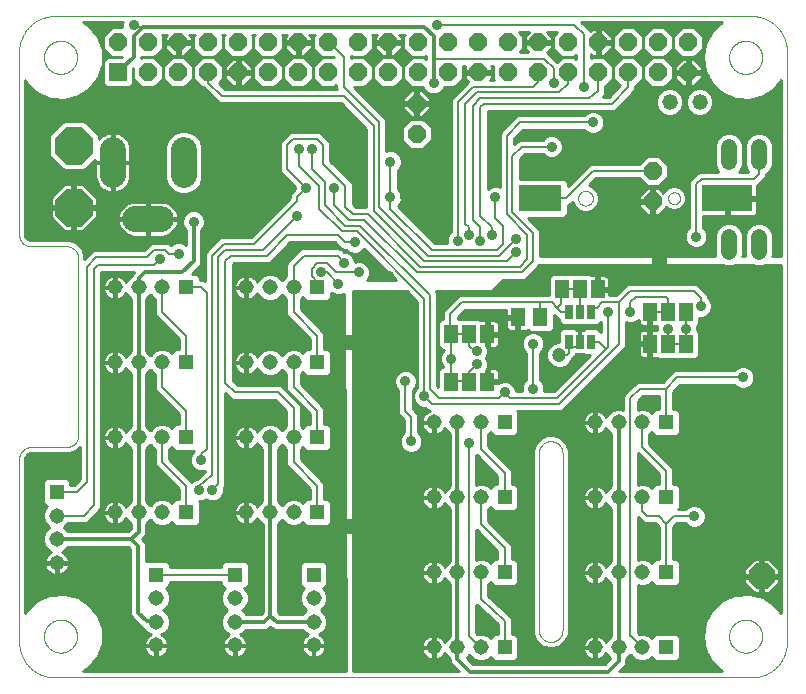
<source format=gbl>
G75*
%MOIN*%
%OFA0B0*%
%FSLAX25Y25*%
%IPPOS*%
%LPD*%
%AMOC8*
5,1,8,0,0,1.08239X$1,22.5*
%
%ADD10C,0.00000*%
%ADD11R,0.06000X0.06000*%
%ADD12OC8,0.06000*%
%ADD13C,0.05200*%
%ADD14C,0.08600*%
%ADD15C,0.05200*%
%ADD16OC8,0.08500*%
%ADD17OC8,0.12500*%
%ADD18R,0.04600X0.06300*%
%ADD19R,0.16929X0.09055*%
%ADD20R,0.14409X0.09055*%
%ADD21R,0.02500X0.05000*%
%ADD22R,0.05118X0.05906*%
%ADD23C,0.04724*%
%ADD24R,0.05150X0.05150*%
%ADD25C,0.05150*%
%ADD26C,0.03562*%
%ADD27C,0.00800*%
%ADD28C,0.01200*%
%ADD29C,0.00600*%
%ADD30C,0.01000*%
%ADD31C,0.05000*%
D10*
X0005500Y0014811D02*
X0005500Y0075835D01*
X0005502Y0075959D01*
X0005508Y0076082D01*
X0005517Y0076206D01*
X0005531Y0076328D01*
X0005548Y0076451D01*
X0005570Y0076573D01*
X0005595Y0076694D01*
X0005624Y0076814D01*
X0005656Y0076933D01*
X0005693Y0077052D01*
X0005733Y0077169D01*
X0005776Y0077284D01*
X0005824Y0077399D01*
X0005875Y0077511D01*
X0005929Y0077622D01*
X0005987Y0077732D01*
X0006048Y0077839D01*
X0006113Y0077945D01*
X0006181Y0078048D01*
X0006252Y0078149D01*
X0006326Y0078248D01*
X0006403Y0078345D01*
X0006484Y0078439D01*
X0006567Y0078530D01*
X0006653Y0078619D01*
X0006742Y0078705D01*
X0006833Y0078788D01*
X0006927Y0078869D01*
X0007024Y0078946D01*
X0007123Y0079020D01*
X0007224Y0079091D01*
X0007327Y0079159D01*
X0007433Y0079224D01*
X0007540Y0079285D01*
X0007650Y0079343D01*
X0007761Y0079397D01*
X0007873Y0079448D01*
X0007988Y0079496D01*
X0008103Y0079539D01*
X0008220Y0079579D01*
X0008339Y0079616D01*
X0008458Y0079648D01*
X0008578Y0079677D01*
X0008699Y0079702D01*
X0008821Y0079724D01*
X0008944Y0079741D01*
X0009066Y0079755D01*
X0009190Y0079764D01*
X0009313Y0079770D01*
X0009437Y0079772D01*
X0021248Y0079772D01*
X0021372Y0079774D01*
X0021495Y0079780D01*
X0021619Y0079789D01*
X0021741Y0079803D01*
X0021864Y0079820D01*
X0021986Y0079842D01*
X0022107Y0079867D01*
X0022227Y0079896D01*
X0022346Y0079928D01*
X0022465Y0079965D01*
X0022582Y0080005D01*
X0022697Y0080048D01*
X0022812Y0080096D01*
X0022924Y0080147D01*
X0023035Y0080201D01*
X0023145Y0080259D01*
X0023252Y0080320D01*
X0023358Y0080385D01*
X0023461Y0080453D01*
X0023562Y0080524D01*
X0023661Y0080598D01*
X0023758Y0080675D01*
X0023852Y0080756D01*
X0023943Y0080839D01*
X0024032Y0080925D01*
X0024118Y0081014D01*
X0024201Y0081105D01*
X0024282Y0081199D01*
X0024359Y0081296D01*
X0024433Y0081395D01*
X0024504Y0081496D01*
X0024572Y0081599D01*
X0024637Y0081705D01*
X0024698Y0081812D01*
X0024756Y0081922D01*
X0024810Y0082033D01*
X0024861Y0082145D01*
X0024909Y0082260D01*
X0024952Y0082375D01*
X0024992Y0082492D01*
X0025029Y0082611D01*
X0025061Y0082730D01*
X0025090Y0082850D01*
X0025115Y0082971D01*
X0025137Y0083093D01*
X0025154Y0083216D01*
X0025168Y0083338D01*
X0025177Y0083462D01*
X0025183Y0083585D01*
X0025185Y0083709D01*
X0025185Y0142764D01*
X0025183Y0142888D01*
X0025177Y0143011D01*
X0025168Y0143135D01*
X0025154Y0143257D01*
X0025137Y0143380D01*
X0025115Y0143502D01*
X0025090Y0143623D01*
X0025061Y0143743D01*
X0025029Y0143862D01*
X0024992Y0143981D01*
X0024952Y0144098D01*
X0024909Y0144213D01*
X0024861Y0144328D01*
X0024810Y0144440D01*
X0024756Y0144551D01*
X0024698Y0144661D01*
X0024637Y0144768D01*
X0024572Y0144874D01*
X0024504Y0144977D01*
X0024433Y0145078D01*
X0024359Y0145177D01*
X0024282Y0145274D01*
X0024201Y0145368D01*
X0024118Y0145459D01*
X0024032Y0145548D01*
X0023943Y0145634D01*
X0023852Y0145717D01*
X0023758Y0145798D01*
X0023661Y0145875D01*
X0023562Y0145949D01*
X0023461Y0146020D01*
X0023358Y0146088D01*
X0023252Y0146153D01*
X0023145Y0146214D01*
X0023035Y0146272D01*
X0022924Y0146326D01*
X0022812Y0146377D01*
X0022697Y0146425D01*
X0022582Y0146468D01*
X0022465Y0146508D01*
X0022346Y0146545D01*
X0022227Y0146577D01*
X0022107Y0146606D01*
X0021986Y0146631D01*
X0021864Y0146653D01*
X0021741Y0146670D01*
X0021619Y0146684D01*
X0021495Y0146693D01*
X0021372Y0146699D01*
X0021248Y0146701D01*
X0009437Y0146701D01*
X0009313Y0146703D01*
X0009190Y0146709D01*
X0009066Y0146718D01*
X0008944Y0146732D01*
X0008821Y0146749D01*
X0008699Y0146771D01*
X0008578Y0146796D01*
X0008458Y0146825D01*
X0008339Y0146857D01*
X0008220Y0146894D01*
X0008103Y0146934D01*
X0007988Y0146977D01*
X0007873Y0147025D01*
X0007761Y0147076D01*
X0007650Y0147130D01*
X0007540Y0147188D01*
X0007433Y0147249D01*
X0007327Y0147314D01*
X0007224Y0147382D01*
X0007123Y0147453D01*
X0007024Y0147527D01*
X0006927Y0147604D01*
X0006833Y0147685D01*
X0006742Y0147768D01*
X0006653Y0147854D01*
X0006567Y0147943D01*
X0006484Y0148034D01*
X0006403Y0148128D01*
X0006326Y0148225D01*
X0006252Y0148324D01*
X0006181Y0148425D01*
X0006113Y0148528D01*
X0006048Y0148634D01*
X0005987Y0148741D01*
X0005929Y0148851D01*
X0005875Y0148962D01*
X0005824Y0149074D01*
X0005776Y0149189D01*
X0005733Y0149304D01*
X0005693Y0149421D01*
X0005656Y0149540D01*
X0005624Y0149659D01*
X0005595Y0149779D01*
X0005570Y0149900D01*
X0005548Y0150022D01*
X0005531Y0150145D01*
X0005517Y0150267D01*
X0005508Y0150391D01*
X0005502Y0150514D01*
X0005500Y0150638D01*
X0005500Y0211661D01*
X0005503Y0211946D01*
X0005514Y0212232D01*
X0005531Y0212517D01*
X0005555Y0212801D01*
X0005586Y0213085D01*
X0005624Y0213368D01*
X0005669Y0213649D01*
X0005720Y0213930D01*
X0005778Y0214210D01*
X0005843Y0214488D01*
X0005915Y0214764D01*
X0005993Y0215038D01*
X0006078Y0215311D01*
X0006170Y0215581D01*
X0006268Y0215849D01*
X0006372Y0216115D01*
X0006483Y0216378D01*
X0006600Y0216638D01*
X0006723Y0216896D01*
X0006853Y0217150D01*
X0006989Y0217401D01*
X0007130Y0217649D01*
X0007278Y0217893D01*
X0007431Y0218134D01*
X0007591Y0218370D01*
X0007756Y0218603D01*
X0007926Y0218832D01*
X0008102Y0219057D01*
X0008284Y0219277D01*
X0008470Y0219493D01*
X0008662Y0219704D01*
X0008859Y0219911D01*
X0009061Y0220113D01*
X0009268Y0220310D01*
X0009479Y0220502D01*
X0009695Y0220688D01*
X0009915Y0220870D01*
X0010140Y0221046D01*
X0010369Y0221216D01*
X0010602Y0221381D01*
X0010838Y0221541D01*
X0011079Y0221694D01*
X0011323Y0221842D01*
X0011571Y0221983D01*
X0011822Y0222119D01*
X0012076Y0222249D01*
X0012334Y0222372D01*
X0012594Y0222489D01*
X0012857Y0222600D01*
X0013123Y0222704D01*
X0013391Y0222802D01*
X0013661Y0222894D01*
X0013934Y0222979D01*
X0014208Y0223057D01*
X0014484Y0223129D01*
X0014762Y0223194D01*
X0015042Y0223252D01*
X0015323Y0223303D01*
X0015604Y0223348D01*
X0015887Y0223386D01*
X0016171Y0223417D01*
X0016455Y0223441D01*
X0016740Y0223458D01*
X0017026Y0223469D01*
X0017311Y0223472D01*
X0249594Y0223472D01*
X0249879Y0223469D01*
X0250165Y0223458D01*
X0250450Y0223441D01*
X0250734Y0223417D01*
X0251018Y0223386D01*
X0251301Y0223348D01*
X0251582Y0223303D01*
X0251863Y0223252D01*
X0252143Y0223194D01*
X0252421Y0223129D01*
X0252697Y0223057D01*
X0252971Y0222979D01*
X0253244Y0222894D01*
X0253514Y0222802D01*
X0253782Y0222704D01*
X0254048Y0222600D01*
X0254311Y0222489D01*
X0254571Y0222372D01*
X0254829Y0222249D01*
X0255083Y0222119D01*
X0255334Y0221983D01*
X0255582Y0221842D01*
X0255826Y0221694D01*
X0256067Y0221541D01*
X0256303Y0221381D01*
X0256536Y0221216D01*
X0256765Y0221046D01*
X0256990Y0220870D01*
X0257210Y0220688D01*
X0257426Y0220502D01*
X0257637Y0220310D01*
X0257844Y0220113D01*
X0258046Y0219911D01*
X0258243Y0219704D01*
X0258435Y0219493D01*
X0258621Y0219277D01*
X0258803Y0219057D01*
X0258979Y0218832D01*
X0259149Y0218603D01*
X0259314Y0218370D01*
X0259474Y0218134D01*
X0259627Y0217893D01*
X0259775Y0217649D01*
X0259916Y0217401D01*
X0260052Y0217150D01*
X0260182Y0216896D01*
X0260305Y0216638D01*
X0260422Y0216378D01*
X0260533Y0216115D01*
X0260637Y0215849D01*
X0260735Y0215581D01*
X0260827Y0215311D01*
X0260912Y0215038D01*
X0260990Y0214764D01*
X0261062Y0214488D01*
X0261127Y0214210D01*
X0261185Y0213930D01*
X0261236Y0213649D01*
X0261281Y0213368D01*
X0261319Y0213085D01*
X0261350Y0212801D01*
X0261374Y0212517D01*
X0261391Y0212232D01*
X0261402Y0211946D01*
X0261405Y0211661D01*
X0261406Y0211661D02*
X0261406Y0014811D01*
X0261405Y0014811D02*
X0261402Y0014526D01*
X0261391Y0014240D01*
X0261374Y0013955D01*
X0261350Y0013671D01*
X0261319Y0013387D01*
X0261281Y0013104D01*
X0261236Y0012823D01*
X0261185Y0012542D01*
X0261127Y0012262D01*
X0261062Y0011984D01*
X0260990Y0011708D01*
X0260912Y0011434D01*
X0260827Y0011161D01*
X0260735Y0010891D01*
X0260637Y0010623D01*
X0260533Y0010357D01*
X0260422Y0010094D01*
X0260305Y0009834D01*
X0260182Y0009576D01*
X0260052Y0009322D01*
X0259916Y0009071D01*
X0259775Y0008823D01*
X0259627Y0008579D01*
X0259474Y0008338D01*
X0259314Y0008102D01*
X0259149Y0007869D01*
X0258979Y0007640D01*
X0258803Y0007415D01*
X0258621Y0007195D01*
X0258435Y0006979D01*
X0258243Y0006768D01*
X0258046Y0006561D01*
X0257844Y0006359D01*
X0257637Y0006162D01*
X0257426Y0005970D01*
X0257210Y0005784D01*
X0256990Y0005602D01*
X0256765Y0005426D01*
X0256536Y0005256D01*
X0256303Y0005091D01*
X0256067Y0004931D01*
X0255826Y0004778D01*
X0255582Y0004630D01*
X0255334Y0004489D01*
X0255083Y0004353D01*
X0254829Y0004223D01*
X0254571Y0004100D01*
X0254311Y0003983D01*
X0254048Y0003872D01*
X0253782Y0003768D01*
X0253514Y0003670D01*
X0253244Y0003578D01*
X0252971Y0003493D01*
X0252697Y0003415D01*
X0252421Y0003343D01*
X0252143Y0003278D01*
X0251863Y0003220D01*
X0251582Y0003169D01*
X0251301Y0003124D01*
X0251018Y0003086D01*
X0250734Y0003055D01*
X0250450Y0003031D01*
X0250165Y0003014D01*
X0249879Y0003003D01*
X0249594Y0003000D01*
X0017311Y0003000D01*
X0017026Y0003003D01*
X0016740Y0003014D01*
X0016455Y0003031D01*
X0016171Y0003055D01*
X0015887Y0003086D01*
X0015604Y0003124D01*
X0015323Y0003169D01*
X0015042Y0003220D01*
X0014762Y0003278D01*
X0014484Y0003343D01*
X0014208Y0003415D01*
X0013934Y0003493D01*
X0013661Y0003578D01*
X0013391Y0003670D01*
X0013123Y0003768D01*
X0012857Y0003872D01*
X0012594Y0003983D01*
X0012334Y0004100D01*
X0012076Y0004223D01*
X0011822Y0004353D01*
X0011571Y0004489D01*
X0011323Y0004630D01*
X0011079Y0004778D01*
X0010838Y0004931D01*
X0010602Y0005091D01*
X0010369Y0005256D01*
X0010140Y0005426D01*
X0009915Y0005602D01*
X0009695Y0005784D01*
X0009479Y0005970D01*
X0009268Y0006162D01*
X0009061Y0006359D01*
X0008859Y0006561D01*
X0008662Y0006768D01*
X0008470Y0006979D01*
X0008284Y0007195D01*
X0008102Y0007415D01*
X0007926Y0007640D01*
X0007756Y0007869D01*
X0007591Y0008102D01*
X0007431Y0008338D01*
X0007278Y0008579D01*
X0007130Y0008823D01*
X0006989Y0009071D01*
X0006853Y0009322D01*
X0006723Y0009576D01*
X0006600Y0009834D01*
X0006483Y0010094D01*
X0006372Y0010357D01*
X0006268Y0010623D01*
X0006170Y0010891D01*
X0006078Y0011161D01*
X0005993Y0011434D01*
X0005915Y0011708D01*
X0005843Y0011984D01*
X0005778Y0012262D01*
X0005720Y0012542D01*
X0005669Y0012823D01*
X0005624Y0013104D01*
X0005586Y0013387D01*
X0005555Y0013671D01*
X0005531Y0013955D01*
X0005514Y0014240D01*
X0005503Y0014526D01*
X0005500Y0014811D01*
X0013768Y0016780D02*
X0013770Y0016928D01*
X0013776Y0017076D01*
X0013786Y0017224D01*
X0013800Y0017371D01*
X0013818Y0017518D01*
X0013839Y0017664D01*
X0013865Y0017810D01*
X0013895Y0017955D01*
X0013928Y0018099D01*
X0013966Y0018242D01*
X0014007Y0018384D01*
X0014052Y0018525D01*
X0014100Y0018665D01*
X0014153Y0018804D01*
X0014209Y0018941D01*
X0014269Y0019076D01*
X0014332Y0019210D01*
X0014399Y0019342D01*
X0014470Y0019472D01*
X0014544Y0019600D01*
X0014621Y0019726D01*
X0014702Y0019850D01*
X0014786Y0019972D01*
X0014873Y0020091D01*
X0014964Y0020208D01*
X0015058Y0020323D01*
X0015154Y0020435D01*
X0015254Y0020545D01*
X0015356Y0020651D01*
X0015462Y0020755D01*
X0015570Y0020856D01*
X0015681Y0020954D01*
X0015794Y0021050D01*
X0015910Y0021142D01*
X0016028Y0021231D01*
X0016149Y0021316D01*
X0016272Y0021399D01*
X0016397Y0021478D01*
X0016524Y0021554D01*
X0016653Y0021626D01*
X0016784Y0021695D01*
X0016917Y0021760D01*
X0017052Y0021821D01*
X0017188Y0021879D01*
X0017325Y0021934D01*
X0017464Y0021984D01*
X0017605Y0022031D01*
X0017746Y0022074D01*
X0017889Y0022114D01*
X0018033Y0022149D01*
X0018177Y0022181D01*
X0018323Y0022208D01*
X0018469Y0022232D01*
X0018616Y0022252D01*
X0018763Y0022268D01*
X0018910Y0022280D01*
X0019058Y0022288D01*
X0019206Y0022292D01*
X0019354Y0022292D01*
X0019502Y0022288D01*
X0019650Y0022280D01*
X0019797Y0022268D01*
X0019944Y0022252D01*
X0020091Y0022232D01*
X0020237Y0022208D01*
X0020383Y0022181D01*
X0020527Y0022149D01*
X0020671Y0022114D01*
X0020814Y0022074D01*
X0020955Y0022031D01*
X0021096Y0021984D01*
X0021235Y0021934D01*
X0021372Y0021879D01*
X0021508Y0021821D01*
X0021643Y0021760D01*
X0021776Y0021695D01*
X0021907Y0021626D01*
X0022036Y0021554D01*
X0022163Y0021478D01*
X0022288Y0021399D01*
X0022411Y0021316D01*
X0022532Y0021231D01*
X0022650Y0021142D01*
X0022766Y0021050D01*
X0022879Y0020954D01*
X0022990Y0020856D01*
X0023098Y0020755D01*
X0023204Y0020651D01*
X0023306Y0020545D01*
X0023406Y0020435D01*
X0023502Y0020323D01*
X0023596Y0020208D01*
X0023687Y0020091D01*
X0023774Y0019972D01*
X0023858Y0019850D01*
X0023939Y0019726D01*
X0024016Y0019600D01*
X0024090Y0019472D01*
X0024161Y0019342D01*
X0024228Y0019210D01*
X0024291Y0019076D01*
X0024351Y0018941D01*
X0024407Y0018804D01*
X0024460Y0018665D01*
X0024508Y0018525D01*
X0024553Y0018384D01*
X0024594Y0018242D01*
X0024632Y0018099D01*
X0024665Y0017955D01*
X0024695Y0017810D01*
X0024721Y0017664D01*
X0024742Y0017518D01*
X0024760Y0017371D01*
X0024774Y0017224D01*
X0024784Y0017076D01*
X0024790Y0016928D01*
X0024792Y0016780D01*
X0024790Y0016632D01*
X0024784Y0016484D01*
X0024774Y0016336D01*
X0024760Y0016189D01*
X0024742Y0016042D01*
X0024721Y0015896D01*
X0024695Y0015750D01*
X0024665Y0015605D01*
X0024632Y0015461D01*
X0024594Y0015318D01*
X0024553Y0015176D01*
X0024508Y0015035D01*
X0024460Y0014895D01*
X0024407Y0014756D01*
X0024351Y0014619D01*
X0024291Y0014484D01*
X0024228Y0014350D01*
X0024161Y0014218D01*
X0024090Y0014088D01*
X0024016Y0013960D01*
X0023939Y0013834D01*
X0023858Y0013710D01*
X0023774Y0013588D01*
X0023687Y0013469D01*
X0023596Y0013352D01*
X0023502Y0013237D01*
X0023406Y0013125D01*
X0023306Y0013015D01*
X0023204Y0012909D01*
X0023098Y0012805D01*
X0022990Y0012704D01*
X0022879Y0012606D01*
X0022766Y0012510D01*
X0022650Y0012418D01*
X0022532Y0012329D01*
X0022411Y0012244D01*
X0022288Y0012161D01*
X0022163Y0012082D01*
X0022036Y0012006D01*
X0021907Y0011934D01*
X0021776Y0011865D01*
X0021643Y0011800D01*
X0021508Y0011739D01*
X0021372Y0011681D01*
X0021235Y0011626D01*
X0021096Y0011576D01*
X0020955Y0011529D01*
X0020814Y0011486D01*
X0020671Y0011446D01*
X0020527Y0011411D01*
X0020383Y0011379D01*
X0020237Y0011352D01*
X0020091Y0011328D01*
X0019944Y0011308D01*
X0019797Y0011292D01*
X0019650Y0011280D01*
X0019502Y0011272D01*
X0019354Y0011268D01*
X0019206Y0011268D01*
X0019058Y0011272D01*
X0018910Y0011280D01*
X0018763Y0011292D01*
X0018616Y0011308D01*
X0018469Y0011328D01*
X0018323Y0011352D01*
X0018177Y0011379D01*
X0018033Y0011411D01*
X0017889Y0011446D01*
X0017746Y0011486D01*
X0017605Y0011529D01*
X0017464Y0011576D01*
X0017325Y0011626D01*
X0017188Y0011681D01*
X0017052Y0011739D01*
X0016917Y0011800D01*
X0016784Y0011865D01*
X0016653Y0011934D01*
X0016524Y0012006D01*
X0016397Y0012082D01*
X0016272Y0012161D01*
X0016149Y0012244D01*
X0016028Y0012329D01*
X0015910Y0012418D01*
X0015794Y0012510D01*
X0015681Y0012606D01*
X0015570Y0012704D01*
X0015462Y0012805D01*
X0015356Y0012909D01*
X0015254Y0013015D01*
X0015154Y0013125D01*
X0015058Y0013237D01*
X0014964Y0013352D01*
X0014873Y0013469D01*
X0014786Y0013588D01*
X0014702Y0013710D01*
X0014621Y0013834D01*
X0014544Y0013960D01*
X0014470Y0014088D01*
X0014399Y0014218D01*
X0014332Y0014350D01*
X0014269Y0014484D01*
X0014209Y0014619D01*
X0014153Y0014756D01*
X0014100Y0014895D01*
X0014052Y0015035D01*
X0014007Y0015176D01*
X0013966Y0015318D01*
X0013928Y0015461D01*
X0013895Y0015605D01*
X0013865Y0015750D01*
X0013839Y0015896D01*
X0013818Y0016042D01*
X0013800Y0016189D01*
X0013786Y0016336D01*
X0013776Y0016484D01*
X0013770Y0016632D01*
X0013768Y0016780D01*
X0178728Y0018787D02*
X0178728Y0077803D01*
X0178730Y0077927D01*
X0178736Y0078050D01*
X0178745Y0078174D01*
X0178759Y0078296D01*
X0178776Y0078419D01*
X0178798Y0078541D01*
X0178823Y0078662D01*
X0178852Y0078782D01*
X0178884Y0078901D01*
X0178921Y0079020D01*
X0178961Y0079137D01*
X0179004Y0079252D01*
X0179052Y0079367D01*
X0179103Y0079479D01*
X0179157Y0079590D01*
X0179215Y0079700D01*
X0179276Y0079807D01*
X0179341Y0079913D01*
X0179409Y0080016D01*
X0179480Y0080117D01*
X0179554Y0080216D01*
X0179631Y0080313D01*
X0179712Y0080407D01*
X0179795Y0080498D01*
X0179881Y0080587D01*
X0179970Y0080673D01*
X0180061Y0080756D01*
X0180155Y0080837D01*
X0180252Y0080914D01*
X0180351Y0080988D01*
X0180452Y0081059D01*
X0180555Y0081127D01*
X0180661Y0081192D01*
X0180768Y0081253D01*
X0180878Y0081311D01*
X0180989Y0081365D01*
X0181101Y0081416D01*
X0181216Y0081464D01*
X0181331Y0081507D01*
X0181448Y0081547D01*
X0181567Y0081584D01*
X0181686Y0081616D01*
X0181806Y0081645D01*
X0181927Y0081670D01*
X0182049Y0081692D01*
X0182172Y0081709D01*
X0182294Y0081723D01*
X0182418Y0081732D01*
X0182541Y0081738D01*
X0182665Y0081740D01*
X0182789Y0081738D01*
X0182912Y0081732D01*
X0183036Y0081723D01*
X0183158Y0081709D01*
X0183281Y0081692D01*
X0183403Y0081670D01*
X0183524Y0081645D01*
X0183644Y0081616D01*
X0183763Y0081584D01*
X0183882Y0081547D01*
X0183999Y0081507D01*
X0184114Y0081464D01*
X0184229Y0081416D01*
X0184341Y0081365D01*
X0184452Y0081311D01*
X0184562Y0081253D01*
X0184669Y0081192D01*
X0184775Y0081127D01*
X0184878Y0081059D01*
X0184979Y0080988D01*
X0185078Y0080914D01*
X0185175Y0080837D01*
X0185269Y0080756D01*
X0185360Y0080673D01*
X0185449Y0080587D01*
X0185535Y0080498D01*
X0185618Y0080407D01*
X0185699Y0080313D01*
X0185776Y0080216D01*
X0185850Y0080117D01*
X0185921Y0080016D01*
X0185989Y0079913D01*
X0186054Y0079807D01*
X0186115Y0079700D01*
X0186173Y0079590D01*
X0186227Y0079479D01*
X0186278Y0079367D01*
X0186326Y0079252D01*
X0186369Y0079137D01*
X0186409Y0079020D01*
X0186446Y0078901D01*
X0186478Y0078782D01*
X0186507Y0078662D01*
X0186532Y0078541D01*
X0186554Y0078419D01*
X0186571Y0078296D01*
X0186585Y0078174D01*
X0186594Y0078050D01*
X0186600Y0077927D01*
X0186602Y0077803D01*
X0186602Y0018787D01*
X0186600Y0018663D01*
X0186594Y0018540D01*
X0186585Y0018416D01*
X0186571Y0018294D01*
X0186554Y0018171D01*
X0186532Y0018049D01*
X0186507Y0017928D01*
X0186478Y0017808D01*
X0186446Y0017689D01*
X0186409Y0017570D01*
X0186369Y0017453D01*
X0186326Y0017338D01*
X0186278Y0017223D01*
X0186227Y0017111D01*
X0186173Y0017000D01*
X0186115Y0016890D01*
X0186054Y0016783D01*
X0185989Y0016677D01*
X0185921Y0016574D01*
X0185850Y0016473D01*
X0185776Y0016374D01*
X0185699Y0016277D01*
X0185618Y0016183D01*
X0185535Y0016092D01*
X0185449Y0016003D01*
X0185360Y0015917D01*
X0185269Y0015834D01*
X0185175Y0015753D01*
X0185078Y0015676D01*
X0184979Y0015602D01*
X0184878Y0015531D01*
X0184775Y0015463D01*
X0184669Y0015398D01*
X0184562Y0015337D01*
X0184452Y0015279D01*
X0184341Y0015225D01*
X0184229Y0015174D01*
X0184114Y0015126D01*
X0183999Y0015083D01*
X0183882Y0015043D01*
X0183763Y0015006D01*
X0183644Y0014974D01*
X0183524Y0014945D01*
X0183403Y0014920D01*
X0183281Y0014898D01*
X0183158Y0014881D01*
X0183036Y0014867D01*
X0182912Y0014858D01*
X0182789Y0014852D01*
X0182665Y0014850D01*
X0182541Y0014852D01*
X0182418Y0014858D01*
X0182294Y0014867D01*
X0182172Y0014881D01*
X0182049Y0014898D01*
X0181927Y0014920D01*
X0181806Y0014945D01*
X0181686Y0014974D01*
X0181567Y0015006D01*
X0181448Y0015043D01*
X0181331Y0015083D01*
X0181216Y0015126D01*
X0181101Y0015174D01*
X0180989Y0015225D01*
X0180878Y0015279D01*
X0180768Y0015337D01*
X0180661Y0015398D01*
X0180555Y0015463D01*
X0180452Y0015531D01*
X0180351Y0015602D01*
X0180252Y0015676D01*
X0180155Y0015753D01*
X0180061Y0015834D01*
X0179970Y0015917D01*
X0179881Y0016003D01*
X0179795Y0016092D01*
X0179712Y0016183D01*
X0179631Y0016277D01*
X0179554Y0016374D01*
X0179480Y0016473D01*
X0179409Y0016574D01*
X0179341Y0016677D01*
X0179276Y0016783D01*
X0179215Y0016890D01*
X0179157Y0017000D01*
X0179103Y0017111D01*
X0179052Y0017223D01*
X0179004Y0017338D01*
X0178961Y0017453D01*
X0178921Y0017570D01*
X0178884Y0017689D01*
X0178852Y0017808D01*
X0178823Y0017928D01*
X0178798Y0018049D01*
X0178776Y0018171D01*
X0178759Y0018294D01*
X0178745Y0018416D01*
X0178736Y0018540D01*
X0178730Y0018663D01*
X0178728Y0018787D01*
X0242114Y0016780D02*
X0242116Y0016928D01*
X0242122Y0017076D01*
X0242132Y0017224D01*
X0242146Y0017371D01*
X0242164Y0017518D01*
X0242185Y0017664D01*
X0242211Y0017810D01*
X0242241Y0017955D01*
X0242274Y0018099D01*
X0242312Y0018242D01*
X0242353Y0018384D01*
X0242398Y0018525D01*
X0242446Y0018665D01*
X0242499Y0018804D01*
X0242555Y0018941D01*
X0242615Y0019076D01*
X0242678Y0019210D01*
X0242745Y0019342D01*
X0242816Y0019472D01*
X0242890Y0019600D01*
X0242967Y0019726D01*
X0243048Y0019850D01*
X0243132Y0019972D01*
X0243219Y0020091D01*
X0243310Y0020208D01*
X0243404Y0020323D01*
X0243500Y0020435D01*
X0243600Y0020545D01*
X0243702Y0020651D01*
X0243808Y0020755D01*
X0243916Y0020856D01*
X0244027Y0020954D01*
X0244140Y0021050D01*
X0244256Y0021142D01*
X0244374Y0021231D01*
X0244495Y0021316D01*
X0244618Y0021399D01*
X0244743Y0021478D01*
X0244870Y0021554D01*
X0244999Y0021626D01*
X0245130Y0021695D01*
X0245263Y0021760D01*
X0245398Y0021821D01*
X0245534Y0021879D01*
X0245671Y0021934D01*
X0245810Y0021984D01*
X0245951Y0022031D01*
X0246092Y0022074D01*
X0246235Y0022114D01*
X0246379Y0022149D01*
X0246523Y0022181D01*
X0246669Y0022208D01*
X0246815Y0022232D01*
X0246962Y0022252D01*
X0247109Y0022268D01*
X0247256Y0022280D01*
X0247404Y0022288D01*
X0247552Y0022292D01*
X0247700Y0022292D01*
X0247848Y0022288D01*
X0247996Y0022280D01*
X0248143Y0022268D01*
X0248290Y0022252D01*
X0248437Y0022232D01*
X0248583Y0022208D01*
X0248729Y0022181D01*
X0248873Y0022149D01*
X0249017Y0022114D01*
X0249160Y0022074D01*
X0249301Y0022031D01*
X0249442Y0021984D01*
X0249581Y0021934D01*
X0249718Y0021879D01*
X0249854Y0021821D01*
X0249989Y0021760D01*
X0250122Y0021695D01*
X0250253Y0021626D01*
X0250382Y0021554D01*
X0250509Y0021478D01*
X0250634Y0021399D01*
X0250757Y0021316D01*
X0250878Y0021231D01*
X0250996Y0021142D01*
X0251112Y0021050D01*
X0251225Y0020954D01*
X0251336Y0020856D01*
X0251444Y0020755D01*
X0251550Y0020651D01*
X0251652Y0020545D01*
X0251752Y0020435D01*
X0251848Y0020323D01*
X0251942Y0020208D01*
X0252033Y0020091D01*
X0252120Y0019972D01*
X0252204Y0019850D01*
X0252285Y0019726D01*
X0252362Y0019600D01*
X0252436Y0019472D01*
X0252507Y0019342D01*
X0252574Y0019210D01*
X0252637Y0019076D01*
X0252697Y0018941D01*
X0252753Y0018804D01*
X0252806Y0018665D01*
X0252854Y0018525D01*
X0252899Y0018384D01*
X0252940Y0018242D01*
X0252978Y0018099D01*
X0253011Y0017955D01*
X0253041Y0017810D01*
X0253067Y0017664D01*
X0253088Y0017518D01*
X0253106Y0017371D01*
X0253120Y0017224D01*
X0253130Y0017076D01*
X0253136Y0016928D01*
X0253138Y0016780D01*
X0253136Y0016632D01*
X0253130Y0016484D01*
X0253120Y0016336D01*
X0253106Y0016189D01*
X0253088Y0016042D01*
X0253067Y0015896D01*
X0253041Y0015750D01*
X0253011Y0015605D01*
X0252978Y0015461D01*
X0252940Y0015318D01*
X0252899Y0015176D01*
X0252854Y0015035D01*
X0252806Y0014895D01*
X0252753Y0014756D01*
X0252697Y0014619D01*
X0252637Y0014484D01*
X0252574Y0014350D01*
X0252507Y0014218D01*
X0252436Y0014088D01*
X0252362Y0013960D01*
X0252285Y0013834D01*
X0252204Y0013710D01*
X0252120Y0013588D01*
X0252033Y0013469D01*
X0251942Y0013352D01*
X0251848Y0013237D01*
X0251752Y0013125D01*
X0251652Y0013015D01*
X0251550Y0012909D01*
X0251444Y0012805D01*
X0251336Y0012704D01*
X0251225Y0012606D01*
X0251112Y0012510D01*
X0250996Y0012418D01*
X0250878Y0012329D01*
X0250757Y0012244D01*
X0250634Y0012161D01*
X0250509Y0012082D01*
X0250382Y0012006D01*
X0250253Y0011934D01*
X0250122Y0011865D01*
X0249989Y0011800D01*
X0249854Y0011739D01*
X0249718Y0011681D01*
X0249581Y0011626D01*
X0249442Y0011576D01*
X0249301Y0011529D01*
X0249160Y0011486D01*
X0249017Y0011446D01*
X0248873Y0011411D01*
X0248729Y0011379D01*
X0248583Y0011352D01*
X0248437Y0011328D01*
X0248290Y0011308D01*
X0248143Y0011292D01*
X0247996Y0011280D01*
X0247848Y0011272D01*
X0247700Y0011268D01*
X0247552Y0011268D01*
X0247404Y0011272D01*
X0247256Y0011280D01*
X0247109Y0011292D01*
X0246962Y0011308D01*
X0246815Y0011328D01*
X0246669Y0011352D01*
X0246523Y0011379D01*
X0246379Y0011411D01*
X0246235Y0011446D01*
X0246092Y0011486D01*
X0245951Y0011529D01*
X0245810Y0011576D01*
X0245671Y0011626D01*
X0245534Y0011681D01*
X0245398Y0011739D01*
X0245263Y0011800D01*
X0245130Y0011865D01*
X0244999Y0011934D01*
X0244870Y0012006D01*
X0244743Y0012082D01*
X0244618Y0012161D01*
X0244495Y0012244D01*
X0244374Y0012329D01*
X0244256Y0012418D01*
X0244140Y0012510D01*
X0244027Y0012606D01*
X0243916Y0012704D01*
X0243808Y0012805D01*
X0243702Y0012909D01*
X0243600Y0013015D01*
X0243500Y0013125D01*
X0243404Y0013237D01*
X0243310Y0013352D01*
X0243219Y0013469D01*
X0243132Y0013588D01*
X0243048Y0013710D01*
X0242967Y0013834D01*
X0242890Y0013960D01*
X0242816Y0014088D01*
X0242745Y0014218D01*
X0242678Y0014350D01*
X0242615Y0014484D01*
X0242555Y0014619D01*
X0242499Y0014756D01*
X0242446Y0014895D01*
X0242398Y0015035D01*
X0242353Y0015176D01*
X0242312Y0015318D01*
X0242274Y0015461D01*
X0242241Y0015605D01*
X0242211Y0015750D01*
X0242185Y0015896D01*
X0242164Y0016042D01*
X0242146Y0016189D01*
X0242132Y0016336D01*
X0242122Y0016484D01*
X0242116Y0016632D01*
X0242114Y0016780D01*
X0221828Y0162754D02*
X0221830Y0162842D01*
X0221836Y0162930D01*
X0221846Y0163018D01*
X0221860Y0163106D01*
X0221877Y0163192D01*
X0221899Y0163278D01*
X0221924Y0163362D01*
X0221954Y0163446D01*
X0221986Y0163528D01*
X0222023Y0163608D01*
X0222063Y0163687D01*
X0222107Y0163764D01*
X0222154Y0163839D01*
X0222204Y0163911D01*
X0222258Y0163982D01*
X0222314Y0164049D01*
X0222374Y0164115D01*
X0222436Y0164177D01*
X0222502Y0164237D01*
X0222569Y0164293D01*
X0222640Y0164347D01*
X0222712Y0164397D01*
X0222787Y0164444D01*
X0222864Y0164488D01*
X0222943Y0164528D01*
X0223023Y0164565D01*
X0223105Y0164597D01*
X0223189Y0164627D01*
X0223273Y0164652D01*
X0223359Y0164674D01*
X0223445Y0164691D01*
X0223533Y0164705D01*
X0223621Y0164715D01*
X0223709Y0164721D01*
X0223797Y0164723D01*
X0223885Y0164721D01*
X0223973Y0164715D01*
X0224061Y0164705D01*
X0224149Y0164691D01*
X0224235Y0164674D01*
X0224321Y0164652D01*
X0224405Y0164627D01*
X0224489Y0164597D01*
X0224571Y0164565D01*
X0224651Y0164528D01*
X0224730Y0164488D01*
X0224807Y0164444D01*
X0224882Y0164397D01*
X0224954Y0164347D01*
X0225025Y0164293D01*
X0225092Y0164237D01*
X0225158Y0164177D01*
X0225220Y0164115D01*
X0225280Y0164049D01*
X0225336Y0163982D01*
X0225390Y0163911D01*
X0225440Y0163839D01*
X0225487Y0163764D01*
X0225531Y0163687D01*
X0225571Y0163608D01*
X0225608Y0163528D01*
X0225640Y0163446D01*
X0225670Y0163362D01*
X0225695Y0163278D01*
X0225717Y0163192D01*
X0225734Y0163106D01*
X0225748Y0163018D01*
X0225758Y0162930D01*
X0225764Y0162842D01*
X0225766Y0162754D01*
X0225764Y0162666D01*
X0225758Y0162578D01*
X0225748Y0162490D01*
X0225734Y0162402D01*
X0225717Y0162316D01*
X0225695Y0162230D01*
X0225670Y0162146D01*
X0225640Y0162062D01*
X0225608Y0161980D01*
X0225571Y0161900D01*
X0225531Y0161821D01*
X0225487Y0161744D01*
X0225440Y0161669D01*
X0225390Y0161597D01*
X0225336Y0161526D01*
X0225280Y0161459D01*
X0225220Y0161393D01*
X0225158Y0161331D01*
X0225092Y0161271D01*
X0225025Y0161215D01*
X0224954Y0161161D01*
X0224882Y0161111D01*
X0224807Y0161064D01*
X0224730Y0161020D01*
X0224651Y0160980D01*
X0224571Y0160943D01*
X0224489Y0160911D01*
X0224405Y0160881D01*
X0224321Y0160856D01*
X0224235Y0160834D01*
X0224149Y0160817D01*
X0224061Y0160803D01*
X0223973Y0160793D01*
X0223885Y0160787D01*
X0223797Y0160785D01*
X0223709Y0160787D01*
X0223621Y0160793D01*
X0223533Y0160803D01*
X0223445Y0160817D01*
X0223359Y0160834D01*
X0223273Y0160856D01*
X0223189Y0160881D01*
X0223105Y0160911D01*
X0223023Y0160943D01*
X0222943Y0160980D01*
X0222864Y0161020D01*
X0222787Y0161064D01*
X0222712Y0161111D01*
X0222640Y0161161D01*
X0222569Y0161215D01*
X0222502Y0161271D01*
X0222436Y0161331D01*
X0222374Y0161393D01*
X0222314Y0161459D01*
X0222258Y0161526D01*
X0222204Y0161597D01*
X0222154Y0161669D01*
X0222107Y0161744D01*
X0222063Y0161821D01*
X0222023Y0161900D01*
X0221986Y0161980D01*
X0221954Y0162062D01*
X0221924Y0162146D01*
X0221899Y0162230D01*
X0221877Y0162316D01*
X0221860Y0162402D01*
X0221846Y0162490D01*
X0221836Y0162578D01*
X0221830Y0162666D01*
X0221828Y0162754D01*
X0191809Y0162754D02*
X0191811Y0162853D01*
X0191817Y0162952D01*
X0191827Y0163051D01*
X0191841Y0163149D01*
X0191859Y0163246D01*
X0191881Y0163343D01*
X0191906Y0163439D01*
X0191936Y0163533D01*
X0191969Y0163627D01*
X0192006Y0163719D01*
X0192047Y0163809D01*
X0192091Y0163898D01*
X0192139Y0163984D01*
X0192190Y0164069D01*
X0192245Y0164152D01*
X0192303Y0164232D01*
X0192364Y0164310D01*
X0192428Y0164386D01*
X0192495Y0164459D01*
X0192565Y0164529D01*
X0192638Y0164596D01*
X0192714Y0164660D01*
X0192792Y0164721D01*
X0192872Y0164779D01*
X0192955Y0164834D01*
X0193039Y0164885D01*
X0193126Y0164933D01*
X0193215Y0164977D01*
X0193305Y0165018D01*
X0193397Y0165055D01*
X0193491Y0165088D01*
X0193585Y0165118D01*
X0193681Y0165143D01*
X0193778Y0165165D01*
X0193875Y0165183D01*
X0193973Y0165197D01*
X0194072Y0165207D01*
X0194171Y0165213D01*
X0194270Y0165215D01*
X0194369Y0165213D01*
X0194468Y0165207D01*
X0194567Y0165197D01*
X0194665Y0165183D01*
X0194762Y0165165D01*
X0194859Y0165143D01*
X0194955Y0165118D01*
X0195049Y0165088D01*
X0195143Y0165055D01*
X0195235Y0165018D01*
X0195325Y0164977D01*
X0195414Y0164933D01*
X0195500Y0164885D01*
X0195585Y0164834D01*
X0195668Y0164779D01*
X0195748Y0164721D01*
X0195826Y0164660D01*
X0195902Y0164596D01*
X0195975Y0164529D01*
X0196045Y0164459D01*
X0196112Y0164386D01*
X0196176Y0164310D01*
X0196237Y0164232D01*
X0196295Y0164152D01*
X0196350Y0164069D01*
X0196401Y0163985D01*
X0196449Y0163898D01*
X0196493Y0163809D01*
X0196534Y0163719D01*
X0196571Y0163627D01*
X0196604Y0163533D01*
X0196634Y0163439D01*
X0196659Y0163343D01*
X0196681Y0163246D01*
X0196699Y0163149D01*
X0196713Y0163051D01*
X0196723Y0162952D01*
X0196729Y0162853D01*
X0196731Y0162754D01*
X0196729Y0162655D01*
X0196723Y0162556D01*
X0196713Y0162457D01*
X0196699Y0162359D01*
X0196681Y0162262D01*
X0196659Y0162165D01*
X0196634Y0162069D01*
X0196604Y0161975D01*
X0196571Y0161881D01*
X0196534Y0161789D01*
X0196493Y0161699D01*
X0196449Y0161610D01*
X0196401Y0161524D01*
X0196350Y0161439D01*
X0196295Y0161356D01*
X0196237Y0161276D01*
X0196176Y0161198D01*
X0196112Y0161122D01*
X0196045Y0161049D01*
X0195975Y0160979D01*
X0195902Y0160912D01*
X0195826Y0160848D01*
X0195748Y0160787D01*
X0195668Y0160729D01*
X0195585Y0160674D01*
X0195501Y0160623D01*
X0195414Y0160575D01*
X0195325Y0160531D01*
X0195235Y0160490D01*
X0195143Y0160453D01*
X0195049Y0160420D01*
X0194955Y0160390D01*
X0194859Y0160365D01*
X0194762Y0160343D01*
X0194665Y0160325D01*
X0194567Y0160311D01*
X0194468Y0160301D01*
X0194369Y0160295D01*
X0194270Y0160293D01*
X0194171Y0160295D01*
X0194072Y0160301D01*
X0193973Y0160311D01*
X0193875Y0160325D01*
X0193778Y0160343D01*
X0193681Y0160365D01*
X0193585Y0160390D01*
X0193491Y0160420D01*
X0193397Y0160453D01*
X0193305Y0160490D01*
X0193215Y0160531D01*
X0193126Y0160575D01*
X0193040Y0160623D01*
X0192955Y0160674D01*
X0192872Y0160729D01*
X0192792Y0160787D01*
X0192714Y0160848D01*
X0192638Y0160912D01*
X0192565Y0160979D01*
X0192495Y0161049D01*
X0192428Y0161122D01*
X0192364Y0161198D01*
X0192303Y0161276D01*
X0192245Y0161356D01*
X0192190Y0161439D01*
X0192139Y0161523D01*
X0192091Y0161610D01*
X0192047Y0161699D01*
X0192006Y0161789D01*
X0191969Y0161881D01*
X0191936Y0161975D01*
X0191906Y0162069D01*
X0191881Y0162165D01*
X0191859Y0162262D01*
X0191841Y0162359D01*
X0191827Y0162457D01*
X0191817Y0162556D01*
X0191811Y0162655D01*
X0191809Y0162754D01*
X0242114Y0209693D02*
X0242116Y0209841D01*
X0242122Y0209989D01*
X0242132Y0210137D01*
X0242146Y0210284D01*
X0242164Y0210431D01*
X0242185Y0210577D01*
X0242211Y0210723D01*
X0242241Y0210868D01*
X0242274Y0211012D01*
X0242312Y0211155D01*
X0242353Y0211297D01*
X0242398Y0211438D01*
X0242446Y0211578D01*
X0242499Y0211717D01*
X0242555Y0211854D01*
X0242615Y0211989D01*
X0242678Y0212123D01*
X0242745Y0212255D01*
X0242816Y0212385D01*
X0242890Y0212513D01*
X0242967Y0212639D01*
X0243048Y0212763D01*
X0243132Y0212885D01*
X0243219Y0213004D01*
X0243310Y0213121D01*
X0243404Y0213236D01*
X0243500Y0213348D01*
X0243600Y0213458D01*
X0243702Y0213564D01*
X0243808Y0213668D01*
X0243916Y0213769D01*
X0244027Y0213867D01*
X0244140Y0213963D01*
X0244256Y0214055D01*
X0244374Y0214144D01*
X0244495Y0214229D01*
X0244618Y0214312D01*
X0244743Y0214391D01*
X0244870Y0214467D01*
X0244999Y0214539D01*
X0245130Y0214608D01*
X0245263Y0214673D01*
X0245398Y0214734D01*
X0245534Y0214792D01*
X0245671Y0214847D01*
X0245810Y0214897D01*
X0245951Y0214944D01*
X0246092Y0214987D01*
X0246235Y0215027D01*
X0246379Y0215062D01*
X0246523Y0215094D01*
X0246669Y0215121D01*
X0246815Y0215145D01*
X0246962Y0215165D01*
X0247109Y0215181D01*
X0247256Y0215193D01*
X0247404Y0215201D01*
X0247552Y0215205D01*
X0247700Y0215205D01*
X0247848Y0215201D01*
X0247996Y0215193D01*
X0248143Y0215181D01*
X0248290Y0215165D01*
X0248437Y0215145D01*
X0248583Y0215121D01*
X0248729Y0215094D01*
X0248873Y0215062D01*
X0249017Y0215027D01*
X0249160Y0214987D01*
X0249301Y0214944D01*
X0249442Y0214897D01*
X0249581Y0214847D01*
X0249718Y0214792D01*
X0249854Y0214734D01*
X0249989Y0214673D01*
X0250122Y0214608D01*
X0250253Y0214539D01*
X0250382Y0214467D01*
X0250509Y0214391D01*
X0250634Y0214312D01*
X0250757Y0214229D01*
X0250878Y0214144D01*
X0250996Y0214055D01*
X0251112Y0213963D01*
X0251225Y0213867D01*
X0251336Y0213769D01*
X0251444Y0213668D01*
X0251550Y0213564D01*
X0251652Y0213458D01*
X0251752Y0213348D01*
X0251848Y0213236D01*
X0251942Y0213121D01*
X0252033Y0213004D01*
X0252120Y0212885D01*
X0252204Y0212763D01*
X0252285Y0212639D01*
X0252362Y0212513D01*
X0252436Y0212385D01*
X0252507Y0212255D01*
X0252574Y0212123D01*
X0252637Y0211989D01*
X0252697Y0211854D01*
X0252753Y0211717D01*
X0252806Y0211578D01*
X0252854Y0211438D01*
X0252899Y0211297D01*
X0252940Y0211155D01*
X0252978Y0211012D01*
X0253011Y0210868D01*
X0253041Y0210723D01*
X0253067Y0210577D01*
X0253088Y0210431D01*
X0253106Y0210284D01*
X0253120Y0210137D01*
X0253130Y0209989D01*
X0253136Y0209841D01*
X0253138Y0209693D01*
X0253136Y0209545D01*
X0253130Y0209397D01*
X0253120Y0209249D01*
X0253106Y0209102D01*
X0253088Y0208955D01*
X0253067Y0208809D01*
X0253041Y0208663D01*
X0253011Y0208518D01*
X0252978Y0208374D01*
X0252940Y0208231D01*
X0252899Y0208089D01*
X0252854Y0207948D01*
X0252806Y0207808D01*
X0252753Y0207669D01*
X0252697Y0207532D01*
X0252637Y0207397D01*
X0252574Y0207263D01*
X0252507Y0207131D01*
X0252436Y0207001D01*
X0252362Y0206873D01*
X0252285Y0206747D01*
X0252204Y0206623D01*
X0252120Y0206501D01*
X0252033Y0206382D01*
X0251942Y0206265D01*
X0251848Y0206150D01*
X0251752Y0206038D01*
X0251652Y0205928D01*
X0251550Y0205822D01*
X0251444Y0205718D01*
X0251336Y0205617D01*
X0251225Y0205519D01*
X0251112Y0205423D01*
X0250996Y0205331D01*
X0250878Y0205242D01*
X0250757Y0205157D01*
X0250634Y0205074D01*
X0250509Y0204995D01*
X0250382Y0204919D01*
X0250253Y0204847D01*
X0250122Y0204778D01*
X0249989Y0204713D01*
X0249854Y0204652D01*
X0249718Y0204594D01*
X0249581Y0204539D01*
X0249442Y0204489D01*
X0249301Y0204442D01*
X0249160Y0204399D01*
X0249017Y0204359D01*
X0248873Y0204324D01*
X0248729Y0204292D01*
X0248583Y0204265D01*
X0248437Y0204241D01*
X0248290Y0204221D01*
X0248143Y0204205D01*
X0247996Y0204193D01*
X0247848Y0204185D01*
X0247700Y0204181D01*
X0247552Y0204181D01*
X0247404Y0204185D01*
X0247256Y0204193D01*
X0247109Y0204205D01*
X0246962Y0204221D01*
X0246815Y0204241D01*
X0246669Y0204265D01*
X0246523Y0204292D01*
X0246379Y0204324D01*
X0246235Y0204359D01*
X0246092Y0204399D01*
X0245951Y0204442D01*
X0245810Y0204489D01*
X0245671Y0204539D01*
X0245534Y0204594D01*
X0245398Y0204652D01*
X0245263Y0204713D01*
X0245130Y0204778D01*
X0244999Y0204847D01*
X0244870Y0204919D01*
X0244743Y0204995D01*
X0244618Y0205074D01*
X0244495Y0205157D01*
X0244374Y0205242D01*
X0244256Y0205331D01*
X0244140Y0205423D01*
X0244027Y0205519D01*
X0243916Y0205617D01*
X0243808Y0205718D01*
X0243702Y0205822D01*
X0243600Y0205928D01*
X0243500Y0206038D01*
X0243404Y0206150D01*
X0243310Y0206265D01*
X0243219Y0206382D01*
X0243132Y0206501D01*
X0243048Y0206623D01*
X0242967Y0206747D01*
X0242890Y0206873D01*
X0242816Y0207001D01*
X0242745Y0207131D01*
X0242678Y0207263D01*
X0242615Y0207397D01*
X0242555Y0207532D01*
X0242499Y0207669D01*
X0242446Y0207808D01*
X0242398Y0207948D01*
X0242353Y0208089D01*
X0242312Y0208231D01*
X0242274Y0208374D01*
X0242241Y0208518D01*
X0242211Y0208663D01*
X0242185Y0208809D01*
X0242164Y0208955D01*
X0242146Y0209102D01*
X0242132Y0209249D01*
X0242122Y0209397D01*
X0242116Y0209545D01*
X0242114Y0209693D01*
X0013768Y0209693D02*
X0013770Y0209841D01*
X0013776Y0209989D01*
X0013786Y0210137D01*
X0013800Y0210284D01*
X0013818Y0210431D01*
X0013839Y0210577D01*
X0013865Y0210723D01*
X0013895Y0210868D01*
X0013928Y0211012D01*
X0013966Y0211155D01*
X0014007Y0211297D01*
X0014052Y0211438D01*
X0014100Y0211578D01*
X0014153Y0211717D01*
X0014209Y0211854D01*
X0014269Y0211989D01*
X0014332Y0212123D01*
X0014399Y0212255D01*
X0014470Y0212385D01*
X0014544Y0212513D01*
X0014621Y0212639D01*
X0014702Y0212763D01*
X0014786Y0212885D01*
X0014873Y0213004D01*
X0014964Y0213121D01*
X0015058Y0213236D01*
X0015154Y0213348D01*
X0015254Y0213458D01*
X0015356Y0213564D01*
X0015462Y0213668D01*
X0015570Y0213769D01*
X0015681Y0213867D01*
X0015794Y0213963D01*
X0015910Y0214055D01*
X0016028Y0214144D01*
X0016149Y0214229D01*
X0016272Y0214312D01*
X0016397Y0214391D01*
X0016524Y0214467D01*
X0016653Y0214539D01*
X0016784Y0214608D01*
X0016917Y0214673D01*
X0017052Y0214734D01*
X0017188Y0214792D01*
X0017325Y0214847D01*
X0017464Y0214897D01*
X0017605Y0214944D01*
X0017746Y0214987D01*
X0017889Y0215027D01*
X0018033Y0215062D01*
X0018177Y0215094D01*
X0018323Y0215121D01*
X0018469Y0215145D01*
X0018616Y0215165D01*
X0018763Y0215181D01*
X0018910Y0215193D01*
X0019058Y0215201D01*
X0019206Y0215205D01*
X0019354Y0215205D01*
X0019502Y0215201D01*
X0019650Y0215193D01*
X0019797Y0215181D01*
X0019944Y0215165D01*
X0020091Y0215145D01*
X0020237Y0215121D01*
X0020383Y0215094D01*
X0020527Y0215062D01*
X0020671Y0215027D01*
X0020814Y0214987D01*
X0020955Y0214944D01*
X0021096Y0214897D01*
X0021235Y0214847D01*
X0021372Y0214792D01*
X0021508Y0214734D01*
X0021643Y0214673D01*
X0021776Y0214608D01*
X0021907Y0214539D01*
X0022036Y0214467D01*
X0022163Y0214391D01*
X0022288Y0214312D01*
X0022411Y0214229D01*
X0022532Y0214144D01*
X0022650Y0214055D01*
X0022766Y0213963D01*
X0022879Y0213867D01*
X0022990Y0213769D01*
X0023098Y0213668D01*
X0023204Y0213564D01*
X0023306Y0213458D01*
X0023406Y0213348D01*
X0023502Y0213236D01*
X0023596Y0213121D01*
X0023687Y0213004D01*
X0023774Y0212885D01*
X0023858Y0212763D01*
X0023939Y0212639D01*
X0024016Y0212513D01*
X0024090Y0212385D01*
X0024161Y0212255D01*
X0024228Y0212123D01*
X0024291Y0211989D01*
X0024351Y0211854D01*
X0024407Y0211717D01*
X0024460Y0211578D01*
X0024508Y0211438D01*
X0024553Y0211297D01*
X0024594Y0211155D01*
X0024632Y0211012D01*
X0024665Y0210868D01*
X0024695Y0210723D01*
X0024721Y0210577D01*
X0024742Y0210431D01*
X0024760Y0210284D01*
X0024774Y0210137D01*
X0024784Y0209989D01*
X0024790Y0209841D01*
X0024792Y0209693D01*
X0024790Y0209545D01*
X0024784Y0209397D01*
X0024774Y0209249D01*
X0024760Y0209102D01*
X0024742Y0208955D01*
X0024721Y0208809D01*
X0024695Y0208663D01*
X0024665Y0208518D01*
X0024632Y0208374D01*
X0024594Y0208231D01*
X0024553Y0208089D01*
X0024508Y0207948D01*
X0024460Y0207808D01*
X0024407Y0207669D01*
X0024351Y0207532D01*
X0024291Y0207397D01*
X0024228Y0207263D01*
X0024161Y0207131D01*
X0024090Y0207001D01*
X0024016Y0206873D01*
X0023939Y0206747D01*
X0023858Y0206623D01*
X0023774Y0206501D01*
X0023687Y0206382D01*
X0023596Y0206265D01*
X0023502Y0206150D01*
X0023406Y0206038D01*
X0023306Y0205928D01*
X0023204Y0205822D01*
X0023098Y0205718D01*
X0022990Y0205617D01*
X0022879Y0205519D01*
X0022766Y0205423D01*
X0022650Y0205331D01*
X0022532Y0205242D01*
X0022411Y0205157D01*
X0022288Y0205074D01*
X0022163Y0204995D01*
X0022036Y0204919D01*
X0021907Y0204847D01*
X0021776Y0204778D01*
X0021643Y0204713D01*
X0021508Y0204652D01*
X0021372Y0204594D01*
X0021235Y0204539D01*
X0021096Y0204489D01*
X0020955Y0204442D01*
X0020814Y0204399D01*
X0020671Y0204359D01*
X0020527Y0204324D01*
X0020383Y0204292D01*
X0020237Y0204265D01*
X0020091Y0204241D01*
X0019944Y0204221D01*
X0019797Y0204205D01*
X0019650Y0204193D01*
X0019502Y0204185D01*
X0019354Y0204181D01*
X0019206Y0204181D01*
X0019058Y0204185D01*
X0018910Y0204193D01*
X0018763Y0204205D01*
X0018616Y0204221D01*
X0018469Y0204241D01*
X0018323Y0204265D01*
X0018177Y0204292D01*
X0018033Y0204324D01*
X0017889Y0204359D01*
X0017746Y0204399D01*
X0017605Y0204442D01*
X0017464Y0204489D01*
X0017325Y0204539D01*
X0017188Y0204594D01*
X0017052Y0204652D01*
X0016917Y0204713D01*
X0016784Y0204778D01*
X0016653Y0204847D01*
X0016524Y0204919D01*
X0016397Y0204995D01*
X0016272Y0205074D01*
X0016149Y0205157D01*
X0016028Y0205242D01*
X0015910Y0205331D01*
X0015794Y0205423D01*
X0015681Y0205519D01*
X0015570Y0205617D01*
X0015462Y0205718D01*
X0015356Y0205822D01*
X0015254Y0205928D01*
X0015154Y0206038D01*
X0015058Y0206150D01*
X0014964Y0206265D01*
X0014873Y0206382D01*
X0014786Y0206501D01*
X0014702Y0206623D01*
X0014621Y0206747D01*
X0014544Y0206873D01*
X0014470Y0207001D01*
X0014399Y0207131D01*
X0014332Y0207263D01*
X0014269Y0207397D01*
X0014209Y0207532D01*
X0014153Y0207669D01*
X0014100Y0207808D01*
X0014052Y0207948D01*
X0014007Y0208089D01*
X0013966Y0208231D01*
X0013928Y0208374D01*
X0013895Y0208518D01*
X0013865Y0208663D01*
X0013839Y0208809D01*
X0013818Y0208955D01*
X0013800Y0209102D01*
X0013786Y0209249D01*
X0013776Y0209397D01*
X0013770Y0209545D01*
X0013768Y0209693D01*
D11*
X0038453Y0204693D03*
D12*
X0048453Y0204693D03*
X0058453Y0204693D03*
X0068453Y0204693D03*
X0078453Y0204693D03*
X0088453Y0204693D03*
X0098453Y0204693D03*
X0108453Y0204693D03*
X0118453Y0204693D03*
X0128453Y0204693D03*
X0138453Y0204693D03*
X0148453Y0204693D03*
X0158453Y0204693D03*
X0168453Y0204693D03*
X0178453Y0204693D03*
X0188453Y0204693D03*
X0198453Y0204693D03*
X0208453Y0204693D03*
X0218453Y0204693D03*
X0228453Y0204693D03*
X0228453Y0214693D03*
X0218453Y0214693D03*
X0208453Y0214693D03*
X0198453Y0214693D03*
X0188453Y0214693D03*
X0178453Y0214693D03*
X0168453Y0214693D03*
X0158453Y0214693D03*
X0148453Y0214693D03*
X0138453Y0214693D03*
X0128453Y0214693D03*
X0118453Y0214693D03*
X0108453Y0214693D03*
X0098453Y0214693D03*
X0088453Y0214693D03*
X0078453Y0214693D03*
X0068453Y0214693D03*
X0058453Y0214693D03*
X0048453Y0214693D03*
X0038453Y0214693D03*
X0138000Y0194250D03*
X0138000Y0184250D03*
X0216750Y0171750D03*
X0216750Y0161750D03*
D13*
X0222281Y0194826D03*
X0232281Y0194826D03*
D14*
X0060283Y0178973D02*
X0060283Y0170373D01*
X0052772Y0155776D02*
X0044172Y0155776D01*
X0036661Y0170373D02*
X0036661Y0178973D01*
D15*
X0242035Y0179881D02*
X0242035Y0174681D01*
X0252035Y0174681D02*
X0252035Y0179881D01*
X0252035Y0149881D02*
X0252035Y0144681D01*
X0242035Y0144681D02*
X0242035Y0149881D01*
D16*
X0253000Y0036750D03*
D17*
X0023719Y0159619D03*
X0023846Y0180244D03*
D18*
X0149500Y0117375D03*
X0155500Y0117375D03*
X0161500Y0117375D03*
X0161500Y0101500D03*
X0155500Y0101500D03*
X0149500Y0101500D03*
X0186375Y0132375D03*
X0192375Y0132375D03*
X0198375Y0132375D03*
X0215750Y0124875D03*
X0221750Y0124875D03*
X0227750Y0124875D03*
X0227750Y0114250D03*
X0221750Y0114250D03*
X0215750Y0114250D03*
D19*
X0241553Y0162754D03*
D20*
X0179191Y0162754D03*
D21*
X0188625Y0124875D03*
X0192375Y0124875D03*
X0196125Y0124875D03*
X0196125Y0114875D03*
X0192375Y0114875D03*
X0188625Y0114875D03*
D22*
X0179240Y0123000D03*
X0171760Y0123000D03*
D23*
X0185500Y0110500D03*
D24*
X0167311Y0088000D03*
X0167311Y0063000D03*
X0167311Y0038000D03*
X0167311Y0013000D03*
X0221061Y0013000D03*
X0221061Y0038000D03*
X0221061Y0063000D03*
X0221061Y0088000D03*
X0104811Y0083000D03*
X0104811Y0058000D03*
X0103625Y0037311D03*
X0077375Y0037311D03*
X0061061Y0058000D03*
X0051125Y0037311D03*
X0018000Y0064811D03*
X0061061Y0083000D03*
X0061061Y0108000D03*
X0061061Y0133000D03*
X0104811Y0133000D03*
X0104811Y0108000D03*
D25*
X0096937Y0108000D03*
X0089063Y0108000D03*
X0081189Y0108000D03*
X0053187Y0108000D03*
X0045313Y0108000D03*
X0037439Y0108000D03*
X0037439Y0083000D03*
X0045313Y0083000D03*
X0053187Y0083000D03*
X0081189Y0083000D03*
X0089063Y0083000D03*
X0096937Y0083000D03*
X0096937Y0058000D03*
X0089063Y0058000D03*
X0081189Y0058000D03*
X0053187Y0058000D03*
X0045313Y0058000D03*
X0037439Y0058000D03*
X0018000Y0056937D03*
X0018000Y0049063D03*
X0018000Y0041189D03*
X0051125Y0029437D03*
X0051125Y0021563D03*
X0051125Y0013689D03*
X0077375Y0013689D03*
X0077375Y0021563D03*
X0077375Y0029437D03*
X0103625Y0029437D03*
X0103625Y0021563D03*
X0103625Y0013689D03*
X0143689Y0013000D03*
X0151563Y0013000D03*
X0159437Y0013000D03*
X0159437Y0038000D03*
X0151563Y0038000D03*
X0143689Y0038000D03*
X0143689Y0063000D03*
X0151563Y0063000D03*
X0159437Y0063000D03*
X0159437Y0088000D03*
X0151563Y0088000D03*
X0143689Y0088000D03*
X0096937Y0133000D03*
X0089063Y0133000D03*
X0081189Y0133000D03*
X0053187Y0133000D03*
X0045313Y0133000D03*
X0037439Y0133000D03*
X0197439Y0088000D03*
X0205313Y0088000D03*
X0213187Y0088000D03*
X0213187Y0063000D03*
X0205313Y0063000D03*
X0197439Y0063000D03*
X0197439Y0038000D03*
X0205313Y0038000D03*
X0213187Y0038000D03*
X0213187Y0013000D03*
X0205313Y0013000D03*
X0197439Y0013000D03*
D26*
X0182375Y0009250D03*
X0160500Y0022375D03*
X0162375Y0043625D03*
X0162375Y0068625D03*
X0155500Y0081125D03*
X0140500Y0096750D03*
X0134250Y0101750D03*
X0149500Y0109250D03*
X0158000Y0107375D03*
X0158000Y0111750D03*
X0167375Y0098000D03*
X0176750Y0099250D03*
X0182375Y0089250D03*
X0197375Y0098000D03*
X0176750Y0114250D03*
X0201750Y0124875D03*
X0209250Y0124875D03*
X0221750Y0119250D03*
X0227750Y0119250D03*
X0232687Y0126750D03*
X0231125Y0149875D03*
X0208000Y0151750D03*
X0183000Y0179875D03*
X0196750Y0188000D03*
X0202375Y0180500D03*
X0193625Y0199875D03*
X0183625Y0201125D03*
X0164250Y0182375D03*
X0164250Y0163000D03*
X0163000Y0150500D03*
X0159250Y0148625D03*
X0155500Y0150500D03*
X0151750Y0148625D03*
X0147375Y0153625D03*
X0144250Y0163000D03*
X0134250Y0163000D03*
X0129250Y0163000D03*
X0129250Y0174875D03*
X0117375Y0172375D03*
X0110500Y0166125D03*
X0101125Y0166125D03*
X0098000Y0156750D03*
X0117375Y0148000D03*
X0113625Y0141125D03*
X0118625Y0138000D03*
X0111750Y0134250D03*
X0106125Y0138000D03*
X0093000Y0128000D03*
X0105500Y0100500D03*
X0134875Y0118000D03*
X0135500Y0125500D03*
X0128625Y0136750D03*
X0171125Y0144875D03*
X0171125Y0149250D03*
X0227375Y0184875D03*
X0143625Y0201125D03*
X0144875Y0220500D03*
X0103000Y0179250D03*
X0098625Y0179250D03*
X0089875Y0181750D03*
X0063625Y0154875D03*
X0058625Y0144250D03*
X0052375Y0142375D03*
X0050500Y0119875D03*
X0049875Y0095500D03*
X0066125Y0075500D03*
X0062375Y0071750D03*
X0065500Y0065500D03*
X0069875Y0065500D03*
X0049250Y0063625D03*
X0056750Y0033625D03*
X0056750Y0025500D03*
X0098000Y0025500D03*
X0098000Y0033000D03*
X0100500Y0064250D03*
X0136125Y0081750D03*
X0215500Y0044250D03*
X0230500Y0056750D03*
X0216125Y0068000D03*
X0226125Y0075500D03*
X0216125Y0093625D03*
X0246750Y0103000D03*
X0043625Y0220500D03*
D27*
X0068453Y0204693D02*
X0068453Y0201297D01*
X0073000Y0196750D01*
X0113625Y0196750D01*
X0123625Y0186750D01*
X0123625Y0158625D01*
X0140500Y0141750D01*
X0168000Y0141750D01*
X0171125Y0144875D01*
X0166750Y0147375D02*
X0166750Y0153625D01*
X0164250Y0156125D01*
X0164250Y0163000D01*
X0169875Y0158000D02*
X0176750Y0151125D01*
X0176750Y0141750D01*
X0173000Y0138000D01*
X0138000Y0138000D01*
X0120500Y0155500D01*
X0115500Y0155500D01*
X0110500Y0160500D01*
X0110500Y0166125D01*
X0107375Y0168000D02*
X0103000Y0172375D01*
X0103000Y0179250D01*
X0104875Y0182375D02*
X0096750Y0182375D01*
X0094875Y0180500D01*
X0094875Y0172375D01*
X0101125Y0166125D01*
X0098000Y0163000D01*
X0098000Y0161750D01*
X0083625Y0147375D01*
X0073625Y0147375D01*
X0069875Y0143625D01*
X0069875Y0070500D01*
X0065500Y0066750D01*
X0065500Y0065500D01*
X0061061Y0066814D02*
X0053187Y0074688D01*
X0053187Y0083000D01*
X0061061Y0083000D02*
X0061061Y0091814D01*
X0053187Y0099688D01*
X0053187Y0108000D01*
X0061061Y0108000D02*
X0061061Y0116814D01*
X0053187Y0124688D01*
X0053187Y0133000D01*
X0061061Y0133000D02*
X0066125Y0133000D01*
X0068000Y0131125D01*
X0068000Y0079250D01*
X0066125Y0077375D01*
X0066125Y0075500D01*
X0071750Y0067375D02*
X0069875Y0065500D01*
X0071750Y0067375D02*
X0071750Y0143000D01*
X0074250Y0145500D01*
X0086750Y0145500D01*
X0098000Y0156750D01*
X0094875Y0150500D02*
X0088000Y0143625D01*
X0076125Y0143625D01*
X0074250Y0141750D01*
X0074250Y0101125D01*
X0077375Y0098000D01*
X0091750Y0098000D01*
X0096937Y0092813D01*
X0096937Y0083000D01*
X0096937Y0074688D01*
X0104811Y0066814D01*
X0104811Y0058000D01*
X0077375Y0037311D02*
X0051125Y0037311D01*
X0061061Y0058000D02*
X0061061Y0066814D01*
X0030500Y0060500D02*
X0026937Y0056937D01*
X0018000Y0056937D01*
X0018000Y0064811D02*
X0024811Y0064811D01*
X0028000Y0068000D01*
X0028000Y0139875D01*
X0031125Y0143000D01*
X0048000Y0143000D01*
X0050500Y0145500D01*
X0054250Y0145500D01*
X0055500Y0144250D01*
X0058625Y0144250D01*
X0052375Y0142375D02*
X0050500Y0140500D01*
X0031750Y0140500D01*
X0030500Y0139250D01*
X0030500Y0060500D01*
X0096937Y0099688D02*
X0096937Y0108000D01*
X0104811Y0108000D02*
X0104811Y0116814D01*
X0096937Y0124688D01*
X0096937Y0133000D01*
X0096937Y0140062D01*
X0100500Y0143625D01*
X0111750Y0143625D01*
X0113625Y0141125D01*
X0111125Y0138000D02*
X0108000Y0141125D01*
X0104875Y0141125D01*
X0103000Y0139250D01*
X0103000Y0136686D01*
X0103064Y0136686D01*
X0104875Y0134875D01*
X0104811Y0133000D01*
X0106125Y0138000D02*
X0108000Y0138000D01*
X0111750Y0134250D01*
X0111125Y0138000D02*
X0118625Y0138000D01*
X0117375Y0148000D02*
X0114250Y0148000D01*
X0111750Y0150500D01*
X0094875Y0150500D01*
X0105500Y0159250D02*
X0113000Y0151750D01*
X0118000Y0151750D01*
X0140500Y0129250D01*
X0140500Y0096750D01*
X0143000Y0094250D01*
X0185500Y0094250D01*
X0205500Y0114250D01*
X0205500Y0128000D01*
X0209250Y0131750D01*
X0230500Y0131750D01*
X0232687Y0129562D01*
X0232687Y0126750D01*
X0227750Y0124875D02*
X0227750Y0114250D01*
X0227750Y0119250D01*
X0221750Y0119250D02*
X0221750Y0114250D01*
X0221750Y0124875D02*
X0221750Y0129250D01*
X0221125Y0129875D01*
X0211125Y0129875D01*
X0209250Y0128000D01*
X0209250Y0124875D01*
X0205500Y0128000D02*
X0199875Y0128000D01*
X0198000Y0126125D01*
X0196125Y0126125D01*
X0196125Y0124875D01*
X0192375Y0124875D02*
X0192375Y0132375D01*
X0186375Y0132375D02*
X0186125Y0131750D01*
X0186125Y0127375D01*
X0184875Y0126125D01*
X0183000Y0128000D01*
X0182990Y0128010D01*
X0183000Y0128000D02*
X0179250Y0128000D01*
X0179250Y0123000D01*
X0179240Y0123000D01*
X0179250Y0128000D02*
X0153000Y0128000D01*
X0149250Y0124250D01*
X0149250Y0117625D01*
X0149500Y0117375D01*
X0149500Y0109250D01*
X0149500Y0101500D01*
X0145500Y0096125D02*
X0142375Y0099250D01*
X0142375Y0130500D01*
X0119250Y0153625D01*
X0114250Y0153625D01*
X0107375Y0160500D01*
X0107375Y0168000D01*
X0105500Y0166750D02*
X0098625Y0173625D01*
X0098625Y0179250D01*
X0104875Y0182375D02*
X0106750Y0180500D01*
X0106750Y0174250D01*
X0114250Y0166750D01*
X0114250Y0159875D01*
X0116750Y0157375D01*
X0121750Y0157375D01*
X0139250Y0139875D01*
X0172375Y0139875D01*
X0174875Y0142375D01*
X0174875Y0150500D01*
X0168000Y0157375D01*
X0168000Y0183625D01*
X0172375Y0188000D01*
X0196750Y0188000D01*
X0195500Y0196125D02*
X0159250Y0196125D01*
X0156750Y0193625D01*
X0156750Y0155500D01*
X0159250Y0153000D01*
X0159250Y0148625D01*
X0155500Y0150500D02*
X0155500Y0153000D01*
X0154250Y0154250D01*
X0154250Y0155500D01*
X0154250Y0194250D01*
X0158000Y0198000D01*
X0185500Y0198000D01*
X0188453Y0200953D01*
X0188453Y0204693D01*
X0183625Y0206125D02*
X0183625Y0201125D01*
X0183625Y0206125D02*
X0180500Y0209250D01*
X0143625Y0209250D01*
X0143625Y0201125D01*
X0151750Y0194875D02*
X0156750Y0199875D01*
X0176750Y0199875D01*
X0178453Y0201578D01*
X0178453Y0204693D01*
X0193625Y0199875D02*
X0193625Y0217375D01*
X0190500Y0220500D01*
X0144875Y0220500D01*
X0151750Y0194875D02*
X0151750Y0148625D01*
X0143000Y0145500D02*
X0129250Y0159250D01*
X0129250Y0163000D01*
X0129250Y0174875D01*
X0125500Y0188000D02*
X0113625Y0199875D01*
X0113625Y0209875D01*
X0108807Y0214693D01*
X0108453Y0214693D01*
X0125500Y0188000D02*
X0125500Y0159875D01*
X0141750Y0143625D01*
X0165500Y0143625D01*
X0171125Y0149250D01*
X0166750Y0147375D02*
X0164875Y0145500D01*
X0143000Y0145500D01*
X0159250Y0156750D02*
X0159250Y0193000D01*
X0160500Y0194250D01*
X0203000Y0194250D01*
X0208453Y0199703D01*
X0208453Y0204693D01*
X0218453Y0204693D02*
X0218453Y0204703D01*
X0228453Y0214693D02*
X0228453Y0214703D01*
X0198453Y0204693D02*
X0198453Y0198453D01*
X0195500Y0196125D01*
X0183000Y0179875D02*
X0173000Y0179875D01*
X0169875Y0176750D01*
X0169875Y0158000D01*
X0163000Y0153000D02*
X0159250Y0156750D01*
X0163000Y0153000D02*
X0163000Y0150500D01*
X0179191Y0162754D02*
X0187754Y0162754D01*
X0196750Y0171750D01*
X0216750Y0171750D01*
X0231125Y0167375D02*
X0231125Y0149875D01*
X0231125Y0167375D02*
X0233000Y0169250D01*
X0250500Y0169250D01*
X0252035Y0170785D01*
X0252035Y0177281D01*
X0201750Y0124875D02*
X0201750Y0113000D01*
X0201125Y0112375D01*
X0198625Y0114875D01*
X0196125Y0114875D01*
X0201125Y0112375D02*
X0184875Y0096125D01*
X0169250Y0096125D01*
X0167375Y0098000D01*
X0165500Y0096125D01*
X0145500Y0096125D01*
X0136125Y0089875D02*
X0136125Y0081750D01*
X0136125Y0089875D02*
X0134250Y0091750D01*
X0134250Y0101750D01*
X0155500Y0101500D02*
X0155500Y0104875D01*
X0158000Y0107375D01*
X0158000Y0111750D02*
X0157375Y0111750D01*
X0155500Y0113625D01*
X0155500Y0117375D01*
X0176750Y0114250D02*
X0176750Y0099250D01*
X0159437Y0088000D02*
X0159437Y0079063D01*
X0167311Y0071189D01*
X0167311Y0063000D01*
X0159437Y0063000D02*
X0159437Y0054063D01*
X0167311Y0046189D01*
X0167311Y0038000D01*
X0159437Y0038000D02*
X0159437Y0029063D01*
X0167375Y0021750D01*
X0167375Y0014186D01*
X0167311Y0013000D01*
X0159437Y0013000D02*
X0159437Y0012813D01*
X0155500Y0016750D01*
X0155500Y0081125D01*
X0104811Y0083000D02*
X0104811Y0091814D01*
X0096937Y0099688D01*
X0105500Y0159250D02*
X0105500Y0166750D01*
X0184875Y0126125D02*
X0186125Y0124875D01*
X0188625Y0124875D01*
X0212375Y0099250D02*
X0220997Y0099250D01*
X0221061Y0099186D01*
X0224875Y0103000D01*
X0246750Y0103000D01*
X0221061Y0099186D02*
X0221061Y0088000D01*
X0213187Y0088000D02*
X0213187Y0079688D01*
X0221061Y0071814D01*
X0221061Y0063000D01*
X0218625Y0056750D02*
X0214875Y0056750D01*
X0213187Y0058438D01*
X0213187Y0063000D01*
X0218625Y0056750D02*
X0220997Y0054250D01*
X0221061Y0054186D01*
X0223625Y0056750D01*
X0230500Y0056750D01*
X0221061Y0054186D02*
X0221061Y0038000D01*
X0209437Y0016750D02*
X0213187Y0013000D01*
X0209437Y0016750D02*
X0209250Y0016750D01*
X0209250Y0096125D01*
X0212375Y0099250D01*
D28*
X0205313Y0088000D02*
X0205313Y0063000D01*
X0205313Y0038000D01*
X0205313Y0013000D01*
X0205313Y0008438D01*
X0201750Y0004875D01*
X0155751Y0004875D01*
X0151563Y0009063D01*
X0151563Y0013000D01*
X0151563Y0038000D01*
X0151563Y0063000D01*
X0151563Y0088000D01*
X0089063Y0083000D02*
X0089063Y0058000D01*
X0089250Y0057813D01*
X0089250Y0023625D01*
X0091312Y0021563D01*
X0103625Y0021563D01*
X0089250Y0023625D02*
X0087188Y0021563D01*
X0077375Y0021563D01*
X0051125Y0021563D02*
X0050938Y0021750D01*
X0048000Y0021750D01*
X0045187Y0024562D01*
X0045187Y0046750D01*
X0042875Y0049063D01*
X0045313Y0051501D01*
X0045313Y0058000D01*
X0045313Y0083000D01*
X0045313Y0108000D01*
X0045313Y0133000D01*
X0045500Y0133187D01*
X0045500Y0136125D01*
X0047375Y0138000D01*
X0059875Y0138000D01*
X0063625Y0141750D01*
X0063625Y0154875D01*
X0038453Y0204693D02*
X0038453Y0204703D01*
X0043625Y0209875D01*
X0043625Y0216750D01*
X0046750Y0219875D01*
X0140500Y0219875D01*
X0143625Y0216750D01*
X0143625Y0201125D01*
X0042875Y0049063D02*
X0018000Y0049063D01*
D29*
X0151125Y0101750D02*
X0153625Y0101750D01*
X0153625Y0117375D02*
X0151125Y0117375D01*
X0185500Y0110500D02*
X0188000Y0110500D01*
X0188625Y0111125D01*
X0188625Y0114875D01*
X0189250Y0113000D02*
X0191750Y0113000D01*
X0190500Y0132375D02*
X0188000Y0132375D01*
X0217375Y0124875D02*
X0220500Y0124875D01*
X0223000Y0114250D02*
X0226125Y0114250D01*
X0046750Y0219875D02*
X0044250Y0219875D01*
X0043625Y0220500D01*
D30*
X0039844Y0220675D02*
X0028086Y0220675D01*
X0028900Y0220144D02*
X0026866Y0221472D01*
X0039935Y0221472D01*
X0039844Y0221252D01*
X0039844Y0219748D01*
X0039867Y0219693D01*
X0036382Y0219693D01*
X0033453Y0216764D01*
X0033453Y0212622D01*
X0036382Y0209693D01*
X0039766Y0209693D01*
X0039766Y0209693D01*
X0034624Y0209693D01*
X0033453Y0208521D01*
X0033453Y0200864D01*
X0034624Y0199693D01*
X0042281Y0199693D01*
X0043453Y0200864D01*
X0043453Y0206026D01*
X0043453Y0202622D01*
X0046382Y0199693D01*
X0050524Y0199693D01*
X0053453Y0202622D01*
X0056382Y0199693D01*
X0060524Y0199693D01*
X0063453Y0202622D01*
X0066382Y0199693D01*
X0066663Y0199693D01*
X0070965Y0195391D01*
X0071641Y0194715D01*
X0072523Y0194350D01*
X0112631Y0194350D01*
X0121225Y0185756D01*
X0121225Y0159775D01*
X0117744Y0159775D01*
X0116650Y0160869D01*
X0116650Y0167227D01*
X0116285Y0168109D01*
X0109150Y0175244D01*
X0109150Y0180977D01*
X0108785Y0181859D01*
X0106910Y0183734D01*
X0106234Y0184410D01*
X0105352Y0184775D01*
X0096273Y0184775D01*
X0095391Y0184410D01*
X0093516Y0182535D01*
X0092840Y0181859D01*
X0092475Y0180977D01*
X0092475Y0171898D01*
X0092840Y0171016D01*
X0097344Y0166512D01*
X0097344Y0165738D01*
X0095965Y0164359D01*
X0095600Y0163477D01*
X0095600Y0162744D01*
X0082631Y0149775D01*
X0073148Y0149775D01*
X0072266Y0149410D01*
X0071590Y0148734D01*
X0067840Y0144984D01*
X0067475Y0144102D01*
X0067475Y0135039D01*
X0066602Y0135400D01*
X0065636Y0135400D01*
X0065636Y0136403D01*
X0064464Y0137575D01*
X0063127Y0137575D01*
X0065829Y0140277D01*
X0066225Y0141233D01*
X0066225Y0152128D01*
X0066830Y0152733D01*
X0067406Y0154123D01*
X0067406Y0155627D01*
X0066830Y0157017D01*
X0065767Y0158080D01*
X0064377Y0158656D01*
X0062873Y0158656D01*
X0061483Y0158080D01*
X0060420Y0157017D01*
X0059844Y0155627D01*
X0059844Y0154123D01*
X0060420Y0152733D01*
X0061025Y0152128D01*
X0061025Y0147197D01*
X0060767Y0147455D01*
X0059377Y0148031D01*
X0057873Y0148031D01*
X0056483Y0147455D01*
X0056086Y0147058D01*
X0055609Y0147535D01*
X0054727Y0147900D01*
X0050023Y0147900D01*
X0049141Y0147535D01*
X0047006Y0145400D01*
X0030648Y0145400D01*
X0029766Y0145035D01*
X0027185Y0142454D01*
X0027185Y0143945D01*
X0026281Y0146127D01*
X0024611Y0147797D01*
X0022429Y0148701D01*
X0009437Y0148701D01*
X0009059Y0148738D01*
X0008361Y0149027D01*
X0007826Y0149562D01*
X0007537Y0150260D01*
X0007500Y0150638D01*
X0007500Y0202022D01*
X0008070Y0200968D01*
X0011510Y0197801D01*
X0015792Y0195923D01*
X0020453Y0195537D01*
X0024985Y0196685D01*
X0028900Y0199242D01*
X0031772Y0202932D01*
X0033291Y0207355D01*
X0033291Y0212031D01*
X0031772Y0216454D01*
X0028900Y0220144D01*
X0029263Y0219677D02*
X0036366Y0219677D01*
X0035367Y0218678D02*
X0030041Y0218678D01*
X0030818Y0217680D02*
X0034369Y0217680D01*
X0033453Y0216681D02*
X0031595Y0216681D01*
X0032037Y0215683D02*
X0033453Y0215683D01*
X0033453Y0214684D02*
X0032380Y0214684D01*
X0032722Y0213686D02*
X0033453Y0213686D01*
X0033453Y0212687D02*
X0033065Y0212687D01*
X0033291Y0211689D02*
X0034386Y0211689D01*
X0035384Y0210690D02*
X0033291Y0210690D01*
X0033291Y0209692D02*
X0034623Y0209692D01*
X0033625Y0208693D02*
X0033291Y0208693D01*
X0033291Y0207695D02*
X0033453Y0207695D01*
X0033453Y0206696D02*
X0033064Y0206696D01*
X0032722Y0205698D02*
X0033453Y0205698D01*
X0033453Y0204699D02*
X0032379Y0204699D01*
X0032036Y0203701D02*
X0033453Y0203701D01*
X0033453Y0202702D02*
X0031593Y0202702D01*
X0030816Y0201704D02*
X0033453Y0201704D01*
X0033612Y0200705D02*
X0030039Y0200705D01*
X0029262Y0199707D02*
X0034611Y0199707D01*
X0028083Y0198708D02*
X0067648Y0198708D01*
X0068646Y0197710D02*
X0026555Y0197710D01*
X0025026Y0196711D02*
X0069645Y0196711D01*
X0070643Y0195713D02*
X0021147Y0195713D01*
X0018329Y0195713D02*
X0007500Y0195713D01*
X0007500Y0196711D02*
X0013995Y0196711D01*
X0011719Y0197710D02*
X0007500Y0197710D01*
X0007500Y0198708D02*
X0010525Y0198708D01*
X0009440Y0199707D02*
X0007500Y0199707D01*
X0007500Y0200705D02*
X0008356Y0200705D01*
X0007672Y0201704D02*
X0007500Y0201704D01*
X0007500Y0194714D02*
X0071643Y0194714D01*
X0073994Y0199150D02*
X0071987Y0201157D01*
X0073453Y0202622D01*
X0073453Y0206764D01*
X0070524Y0209693D01*
X0073453Y0212622D01*
X0076382Y0209693D01*
X0080524Y0209693D01*
X0083453Y0212622D01*
X0086382Y0209693D01*
X0090524Y0209693D01*
X0086382Y0209693D01*
X0083453Y0206764D01*
X0083453Y0202622D01*
X0086382Y0199693D01*
X0090524Y0199693D01*
X0093453Y0202622D01*
X0096382Y0199693D01*
X0100524Y0199693D01*
X0103453Y0202622D01*
X0106382Y0199693D01*
X0110524Y0199693D01*
X0111225Y0200394D01*
X0111225Y0199398D01*
X0111328Y0199150D01*
X0073994Y0199150D01*
X0073437Y0199707D02*
X0086368Y0199707D01*
X0085369Y0200705D02*
X0080829Y0200705D01*
X0080317Y0200193D02*
X0082953Y0202829D01*
X0082953Y0204193D01*
X0078953Y0204193D01*
X0078953Y0205193D01*
X0082953Y0205193D01*
X0082953Y0206557D01*
X0080317Y0209193D01*
X0078953Y0209193D01*
X0078953Y0205193D01*
X0077953Y0205193D01*
X0077953Y0209193D01*
X0076589Y0209193D01*
X0073953Y0206557D01*
X0073953Y0205193D01*
X0077953Y0205193D01*
X0077953Y0204193D01*
X0078953Y0204193D01*
X0078953Y0200193D01*
X0080317Y0200193D01*
X0078953Y0200705D02*
X0077953Y0200705D01*
X0077953Y0200193D02*
X0077953Y0204193D01*
X0073953Y0204193D01*
X0073953Y0202829D01*
X0076589Y0200193D01*
X0077953Y0200193D01*
X0077953Y0201704D02*
X0078953Y0201704D01*
X0078953Y0202702D02*
X0077953Y0202702D01*
X0077953Y0203701D02*
X0078953Y0203701D01*
X0078953Y0204699D02*
X0083453Y0204699D01*
X0083453Y0203701D02*
X0082953Y0203701D01*
X0082826Y0202702D02*
X0083453Y0202702D01*
X0084371Y0201704D02*
X0081828Y0201704D01*
X0082953Y0205698D02*
X0083453Y0205698D01*
X0083453Y0206696D02*
X0082813Y0206696D01*
X0081815Y0207695D02*
X0084384Y0207695D01*
X0085382Y0208693D02*
X0080816Y0208693D01*
X0078953Y0208693D02*
X0077953Y0208693D01*
X0077953Y0207695D02*
X0078953Y0207695D01*
X0078953Y0206696D02*
X0077953Y0206696D01*
X0077953Y0205698D02*
X0078953Y0205698D01*
X0077953Y0204699D02*
X0073453Y0204699D01*
X0073453Y0203701D02*
X0073953Y0203701D01*
X0074079Y0202702D02*
X0073453Y0202702D01*
X0072535Y0201704D02*
X0075078Y0201704D01*
X0076076Y0200705D02*
X0072439Y0200705D01*
X0066368Y0199707D02*
X0060538Y0199707D01*
X0061536Y0200705D02*
X0065369Y0200705D01*
X0064371Y0201704D02*
X0062535Y0201704D01*
X0063453Y0202622D02*
X0063453Y0206764D01*
X0063453Y0202622D01*
X0063453Y0202702D02*
X0063453Y0202702D01*
X0063453Y0203701D02*
X0063453Y0203701D01*
X0063453Y0204699D02*
X0063453Y0204699D01*
X0063453Y0205698D02*
X0063453Y0205698D01*
X0063453Y0206696D02*
X0063453Y0206696D01*
X0063453Y0206764D02*
X0060524Y0209693D01*
X0056382Y0209693D01*
X0053453Y0206764D01*
X0053453Y0202622D01*
X0053453Y0206764D01*
X0050524Y0209693D01*
X0053453Y0212622D01*
X0053453Y0216764D01*
X0052942Y0217275D01*
X0054671Y0217275D01*
X0053953Y0216557D01*
X0053953Y0215193D01*
X0057953Y0215193D01*
X0057953Y0214193D01*
X0058953Y0214193D01*
X0058953Y0215193D01*
X0062953Y0215193D01*
X0062953Y0216557D01*
X0062235Y0217275D01*
X0063964Y0217275D01*
X0063453Y0216764D01*
X0063453Y0212622D01*
X0066382Y0209693D01*
X0070524Y0209693D01*
X0066382Y0209693D01*
X0063453Y0206764D01*
X0062522Y0207695D02*
X0064384Y0207695D01*
X0065382Y0208693D02*
X0061523Y0208693D01*
X0060525Y0209692D02*
X0066381Y0209692D01*
X0065384Y0210690D02*
X0060814Y0210690D01*
X0060317Y0210193D02*
X0062953Y0212829D01*
X0062953Y0214193D01*
X0058953Y0214193D01*
X0058953Y0210193D01*
X0060317Y0210193D01*
X0058953Y0210690D02*
X0057953Y0210690D01*
X0057953Y0210193D02*
X0057953Y0214193D01*
X0053953Y0214193D01*
X0053953Y0212829D01*
X0056589Y0210193D01*
X0057953Y0210193D01*
X0057953Y0211689D02*
X0058953Y0211689D01*
X0058953Y0212687D02*
X0057953Y0212687D01*
X0057953Y0213686D02*
X0058953Y0213686D01*
X0058953Y0214684D02*
X0063453Y0214684D01*
X0063453Y0213686D02*
X0062953Y0213686D01*
X0062811Y0212687D02*
X0063453Y0212687D01*
X0064386Y0211689D02*
X0061813Y0211689D01*
X0062953Y0215683D02*
X0063453Y0215683D01*
X0063453Y0216681D02*
X0062828Y0216681D01*
X0057953Y0214684D02*
X0053453Y0214684D01*
X0053453Y0213686D02*
X0053953Y0213686D01*
X0054094Y0212687D02*
X0053453Y0212687D01*
X0052520Y0211689D02*
X0055093Y0211689D01*
X0056091Y0210690D02*
X0051521Y0210690D01*
X0050524Y0209693D02*
X0046382Y0209693D01*
X0046225Y0209850D01*
X0046225Y0209536D01*
X0046382Y0209693D01*
X0050524Y0209693D01*
X0050525Y0209692D02*
X0056381Y0209692D01*
X0055382Y0208693D02*
X0051523Y0208693D01*
X0052522Y0207695D02*
X0054384Y0207695D01*
X0053453Y0206696D02*
X0053453Y0206696D01*
X0053453Y0205698D02*
X0053453Y0205698D01*
X0053453Y0204699D02*
X0053453Y0204699D01*
X0053453Y0203701D02*
X0053453Y0203701D01*
X0053453Y0202702D02*
X0053453Y0202702D01*
X0052535Y0201704D02*
X0054371Y0201704D01*
X0055369Y0200705D02*
X0051536Y0200705D01*
X0050538Y0199707D02*
X0056368Y0199707D01*
X0046368Y0199707D02*
X0042295Y0199707D01*
X0043294Y0200705D02*
X0045369Y0200705D01*
X0044371Y0201704D02*
X0043453Y0201704D01*
X0043453Y0202702D02*
X0043453Y0202702D01*
X0043453Y0203701D02*
X0043453Y0203701D01*
X0043453Y0204699D02*
X0043453Y0204699D01*
X0043453Y0205698D02*
X0043453Y0205698D01*
X0043453Y0206026D02*
X0043453Y0206026D01*
X0046225Y0209692D02*
X0046381Y0209692D01*
X0053453Y0215683D02*
X0053953Y0215683D01*
X0054077Y0216681D02*
X0053453Y0216681D01*
X0070525Y0209692D02*
X0086381Y0209692D01*
X0085384Y0210690D02*
X0081521Y0210690D01*
X0082520Y0211689D02*
X0084386Y0211689D01*
X0083453Y0212622D02*
X0083453Y0216764D01*
X0083964Y0217275D01*
X0082942Y0217275D01*
X0083453Y0216764D01*
X0083453Y0212622D01*
X0083453Y0212687D02*
X0083453Y0212687D01*
X0083453Y0213686D02*
X0083453Y0213686D01*
X0083453Y0214684D02*
X0083453Y0214684D01*
X0083453Y0215683D02*
X0083453Y0215683D01*
X0083453Y0216681D02*
X0083453Y0216681D01*
X0073964Y0217275D02*
X0073453Y0216764D01*
X0073453Y0212622D01*
X0073453Y0216764D01*
X0072942Y0217275D01*
X0073964Y0217275D01*
X0073453Y0216681D02*
X0073453Y0216681D01*
X0073453Y0215683D02*
X0073453Y0215683D01*
X0073453Y0214684D02*
X0073453Y0214684D01*
X0073453Y0213686D02*
X0073453Y0213686D01*
X0073453Y0212687D02*
X0073453Y0212687D01*
X0072520Y0211689D02*
X0074386Y0211689D01*
X0075384Y0210690D02*
X0071521Y0210690D01*
X0071523Y0208693D02*
X0076089Y0208693D01*
X0075091Y0207695D02*
X0072522Y0207695D01*
X0073453Y0206696D02*
X0074092Y0206696D01*
X0073953Y0205698D02*
X0073453Y0205698D01*
X0090524Y0209693D02*
X0093453Y0206764D01*
X0093453Y0202622D01*
X0093453Y0206764D01*
X0096382Y0209693D01*
X0100524Y0209693D01*
X0103453Y0206764D01*
X0103453Y0202622D01*
X0103453Y0206764D01*
X0106382Y0209693D01*
X0110413Y0209693D01*
X0110413Y0209693D01*
X0106382Y0209693D01*
X0103453Y0212622D01*
X0103453Y0216764D01*
X0103964Y0217275D01*
X0102235Y0217275D01*
X0102953Y0216557D01*
X0102953Y0215193D01*
X0098953Y0215193D01*
X0098953Y0214193D01*
X0102953Y0214193D01*
X0102953Y0212829D01*
X0100317Y0210193D01*
X0098953Y0210193D01*
X0098953Y0214193D01*
X0097953Y0214193D01*
X0097953Y0210193D01*
X0096589Y0210193D01*
X0093953Y0212829D01*
X0093953Y0214193D01*
X0097953Y0214193D01*
X0097953Y0215193D01*
X0093953Y0215193D01*
X0093953Y0216557D01*
X0094671Y0217275D01*
X0092942Y0217275D01*
X0093453Y0216764D01*
X0093453Y0212622D01*
X0090524Y0209693D01*
X0090525Y0209692D02*
X0096381Y0209692D01*
X0096091Y0210690D02*
X0091521Y0210690D01*
X0092520Y0211689D02*
X0095093Y0211689D01*
X0094094Y0212687D02*
X0093453Y0212687D01*
X0093453Y0213686D02*
X0093953Y0213686D01*
X0093453Y0214684D02*
X0097953Y0214684D01*
X0097953Y0213686D02*
X0098953Y0213686D01*
X0098953Y0214684D02*
X0103453Y0214684D01*
X0103453Y0213686D02*
X0102953Y0213686D01*
X0102811Y0212687D02*
X0103453Y0212687D01*
X0104386Y0211689D02*
X0101813Y0211689D01*
X0100814Y0210690D02*
X0105384Y0210690D01*
X0106381Y0209692D02*
X0100525Y0209692D01*
X0101523Y0208693D02*
X0105382Y0208693D01*
X0104384Y0207695D02*
X0102522Y0207695D01*
X0103453Y0206696D02*
X0103453Y0206696D01*
X0103453Y0205698D02*
X0103453Y0205698D01*
X0103453Y0204699D02*
X0103453Y0204699D01*
X0103453Y0203701D02*
X0103453Y0203701D01*
X0103453Y0202702D02*
X0103453Y0202702D01*
X0102535Y0201704D02*
X0104371Y0201704D01*
X0105369Y0200705D02*
X0101536Y0200705D01*
X0100538Y0199707D02*
X0106368Y0199707D01*
X0110538Y0199707D02*
X0111225Y0199707D01*
X0117201Y0199693D02*
X0120524Y0199693D01*
X0123453Y0202622D01*
X0126382Y0199693D01*
X0130524Y0199693D01*
X0133453Y0202622D01*
X0136382Y0199693D01*
X0140126Y0199693D01*
X0140420Y0198983D01*
X0141483Y0197920D01*
X0142873Y0197344D01*
X0144377Y0197344D01*
X0145767Y0197920D01*
X0146830Y0198983D01*
X0147124Y0199693D01*
X0150524Y0199693D01*
X0153453Y0202622D01*
X0153453Y0206764D01*
X0153367Y0206850D01*
X0154246Y0206850D01*
X0153953Y0206557D01*
X0153953Y0205193D01*
X0157953Y0205193D01*
X0157953Y0204193D01*
X0153953Y0204193D01*
X0153953Y0202829D01*
X0155131Y0201650D01*
X0154715Y0201234D01*
X0149715Y0196234D01*
X0149350Y0195352D01*
X0149350Y0151572D01*
X0148545Y0150767D01*
X0147969Y0149377D01*
X0147969Y0147900D01*
X0143994Y0147900D01*
X0131746Y0160148D01*
X0132455Y0160858D01*
X0133031Y0162248D01*
X0133031Y0163752D01*
X0132455Y0165142D01*
X0131650Y0165947D01*
X0131650Y0171928D01*
X0132455Y0172733D01*
X0133031Y0174123D01*
X0133031Y0175627D01*
X0132455Y0177017D01*
X0131392Y0178080D01*
X0130002Y0178656D01*
X0128498Y0178656D01*
X0127900Y0178408D01*
X0127900Y0188477D01*
X0127535Y0189359D01*
X0117201Y0199693D01*
X0118186Y0198708D02*
X0136094Y0198708D01*
X0136136Y0198750D02*
X0133500Y0196114D01*
X0133500Y0194750D01*
X0137500Y0194750D01*
X0137500Y0198750D01*
X0136136Y0198750D01*
X0136368Y0199707D02*
X0130538Y0199707D01*
X0131536Y0200705D02*
X0135369Y0200705D01*
X0134371Y0201704D02*
X0132535Y0201704D01*
X0133453Y0202622D02*
X0133453Y0206764D01*
X0133453Y0202622D01*
X0133453Y0202702D02*
X0133453Y0202702D01*
X0133453Y0203701D02*
X0133453Y0203701D01*
X0133453Y0204699D02*
X0133453Y0204699D01*
X0133453Y0205698D02*
X0133453Y0205698D01*
X0133453Y0206696D02*
X0133453Y0206696D01*
X0133453Y0206764D02*
X0130524Y0209693D01*
X0126382Y0209693D01*
X0123453Y0206764D01*
X0123453Y0202622D01*
X0123453Y0206764D01*
X0120524Y0209693D01*
X0123453Y0212622D01*
X0123453Y0216764D01*
X0122942Y0217275D01*
X0124671Y0217275D01*
X0123953Y0216557D01*
X0123953Y0215193D01*
X0127953Y0215193D01*
X0127953Y0214193D01*
X0128953Y0214193D01*
X0128953Y0215193D01*
X0132953Y0215193D01*
X0132953Y0216557D01*
X0132235Y0217275D01*
X0133964Y0217275D01*
X0133453Y0216764D01*
X0133453Y0212622D01*
X0136382Y0209693D01*
X0140524Y0209693D01*
X0136382Y0209693D01*
X0133453Y0206764D01*
X0132522Y0207695D02*
X0134384Y0207695D01*
X0135382Y0208693D02*
X0131523Y0208693D01*
X0130525Y0209692D02*
X0136381Y0209692D01*
X0135384Y0210690D02*
X0130814Y0210690D01*
X0130317Y0210193D02*
X0132953Y0212829D01*
X0132953Y0214193D01*
X0128953Y0214193D01*
X0128953Y0210193D01*
X0130317Y0210193D01*
X0128953Y0210690D02*
X0127953Y0210690D01*
X0127953Y0210193D02*
X0127953Y0214193D01*
X0123953Y0214193D01*
X0123953Y0212829D01*
X0126589Y0210193D01*
X0127953Y0210193D01*
X0127953Y0211689D02*
X0128953Y0211689D01*
X0128953Y0212687D02*
X0127953Y0212687D01*
X0127953Y0213686D02*
X0128953Y0213686D01*
X0128953Y0214684D02*
X0133453Y0214684D01*
X0133453Y0213686D02*
X0132953Y0213686D01*
X0132811Y0212687D02*
X0133453Y0212687D01*
X0134386Y0211689D02*
X0131813Y0211689D01*
X0132953Y0215683D02*
X0133453Y0215683D01*
X0133453Y0216681D02*
X0132828Y0216681D01*
X0127953Y0214684D02*
X0123453Y0214684D01*
X0123453Y0213686D02*
X0123953Y0213686D01*
X0124094Y0212687D02*
X0123453Y0212687D01*
X0122520Y0211689D02*
X0125093Y0211689D01*
X0126091Y0210690D02*
X0121521Y0210690D01*
X0120524Y0209693D02*
X0116382Y0209693D01*
X0116025Y0210050D01*
X0116025Y0209336D01*
X0116382Y0209693D01*
X0120524Y0209693D01*
X0120525Y0209692D02*
X0126381Y0209692D01*
X0125382Y0208693D02*
X0121523Y0208693D01*
X0122522Y0207695D02*
X0124384Y0207695D01*
X0123453Y0206696D02*
X0123453Y0206696D01*
X0123453Y0205698D02*
X0123453Y0205698D01*
X0123453Y0204699D02*
X0123453Y0204699D01*
X0123453Y0203701D02*
X0123453Y0203701D01*
X0123453Y0202702D02*
X0123453Y0202702D01*
X0122535Y0201704D02*
X0124371Y0201704D01*
X0125369Y0200705D02*
X0121536Y0200705D01*
X0120538Y0199707D02*
X0126368Y0199707D01*
X0122180Y0194714D02*
X0137500Y0194714D01*
X0137500Y0194750D02*
X0137500Y0193750D01*
X0138500Y0193750D01*
X0138500Y0194750D01*
X0142500Y0194750D01*
X0142500Y0196114D01*
X0139864Y0198750D01*
X0138500Y0198750D01*
X0138500Y0194750D01*
X0137500Y0194750D01*
X0137500Y0195713D02*
X0138500Y0195713D01*
X0138500Y0196711D02*
X0137500Y0196711D01*
X0137500Y0197710D02*
X0138500Y0197710D01*
X0138500Y0198708D02*
X0137500Y0198708D01*
X0139906Y0198708D02*
X0140694Y0198708D01*
X0140904Y0197710D02*
X0141990Y0197710D01*
X0141903Y0196711D02*
X0150192Y0196711D01*
X0149499Y0195713D02*
X0142500Y0195713D01*
X0142500Y0193750D02*
X0138500Y0193750D01*
X0138500Y0189750D01*
X0139864Y0189750D01*
X0142500Y0192386D01*
X0142500Y0193750D01*
X0142500Y0193716D02*
X0149350Y0193716D01*
X0149350Y0194714D02*
X0138500Y0194714D01*
X0138500Y0193716D02*
X0137500Y0193716D01*
X0137500Y0193750D02*
X0137500Y0189750D01*
X0136136Y0189750D01*
X0133500Y0192386D01*
X0133500Y0193750D01*
X0137500Y0193750D01*
X0137500Y0192717D02*
X0138500Y0192717D01*
X0138500Y0191719D02*
X0137500Y0191719D01*
X0137500Y0190720D02*
X0138500Y0190720D01*
X0140071Y0189250D02*
X0135929Y0189250D01*
X0133000Y0186321D01*
X0133000Y0182179D01*
X0135929Y0179250D01*
X0140071Y0179250D01*
X0143000Y0182179D01*
X0143000Y0186321D01*
X0140071Y0189250D01*
X0140598Y0188723D02*
X0149350Y0188723D01*
X0149350Y0187725D02*
X0141596Y0187725D01*
X0142595Y0186726D02*
X0149350Y0186726D01*
X0149350Y0185728D02*
X0143000Y0185728D01*
X0143000Y0184729D02*
X0149350Y0184729D01*
X0149350Y0183731D02*
X0143000Y0183731D01*
X0143000Y0182732D02*
X0149350Y0182732D01*
X0149350Y0181734D02*
X0142555Y0181734D01*
X0141556Y0180735D02*
X0149350Y0180735D01*
X0149350Y0179737D02*
X0140558Y0179737D01*
X0135442Y0179737D02*
X0127900Y0179737D01*
X0127900Y0180735D02*
X0134444Y0180735D01*
X0133445Y0181734D02*
X0127900Y0181734D01*
X0127900Y0182732D02*
X0133000Y0182732D01*
X0133000Y0183731D02*
X0127900Y0183731D01*
X0127900Y0184729D02*
X0133000Y0184729D01*
X0133000Y0185728D02*
X0127900Y0185728D01*
X0127900Y0186726D02*
X0133405Y0186726D01*
X0134404Y0187725D02*
X0127900Y0187725D01*
X0127798Y0188723D02*
X0135402Y0188723D01*
X0135166Y0190720D02*
X0126174Y0190720D01*
X0127172Y0189722D02*
X0149350Y0189722D01*
X0149350Y0190720D02*
X0140834Y0190720D01*
X0141833Y0191719D02*
X0149350Y0191719D01*
X0149350Y0192717D02*
X0142500Y0192717D01*
X0145260Y0197710D02*
X0151191Y0197710D01*
X0152189Y0198708D02*
X0146555Y0198708D01*
X0150538Y0199707D02*
X0153188Y0199707D01*
X0154186Y0200705D02*
X0151536Y0200705D01*
X0152535Y0201704D02*
X0155078Y0201704D01*
X0154079Y0202702D02*
X0153453Y0202702D01*
X0153453Y0203701D02*
X0153953Y0203701D01*
X0153453Y0204699D02*
X0157953Y0204699D01*
X0158953Y0204699D02*
X0163453Y0204699D01*
X0162953Y0205193D02*
X0162953Y0206557D01*
X0162660Y0206850D01*
X0163539Y0206850D01*
X0163453Y0206764D01*
X0163453Y0202622D01*
X0163800Y0202275D01*
X0162399Y0202275D01*
X0162953Y0202829D01*
X0162953Y0204193D01*
X0158953Y0204193D01*
X0158953Y0205193D01*
X0162953Y0205193D01*
X0162953Y0205698D02*
X0163453Y0205698D01*
X0163453Y0206696D02*
X0162813Y0206696D01*
X0162953Y0203701D02*
X0163453Y0203701D01*
X0163453Y0202702D02*
X0162826Y0202702D01*
X0153953Y0205698D02*
X0153453Y0205698D01*
X0153453Y0206696D02*
X0154092Y0206696D01*
X0141025Y0209192D02*
X0140524Y0209693D01*
X0141025Y0210194D01*
X0141025Y0209192D01*
X0141025Y0209692D02*
X0140525Y0209692D01*
X0135096Y0197710D02*
X0119184Y0197710D01*
X0120183Y0196711D02*
X0134097Y0196711D01*
X0133500Y0195713D02*
X0121181Y0195713D01*
X0123178Y0193716D02*
X0133500Y0193716D01*
X0133500Y0192717D02*
X0124177Y0192717D01*
X0125175Y0191719D02*
X0134167Y0191719D01*
X0121225Y0185728D02*
X0030030Y0185728D01*
X0029032Y0186726D02*
X0120255Y0186726D01*
X0119256Y0187725D02*
X0028033Y0187725D01*
X0027264Y0188494D02*
X0020429Y0188494D01*
X0015596Y0183661D01*
X0015596Y0176827D01*
X0020429Y0171994D01*
X0027264Y0171994D01*
X0030861Y0175592D01*
X0030861Y0174961D01*
X0036374Y0174961D01*
X0036374Y0184773D01*
X0036205Y0184773D01*
X0035303Y0184630D01*
X0034435Y0184348D01*
X0033622Y0183934D01*
X0032883Y0183397D01*
X0032237Y0182752D01*
X0032096Y0182558D01*
X0032096Y0183661D01*
X0027264Y0188494D01*
X0031029Y0184729D02*
X0035926Y0184729D01*
X0036374Y0184729D02*
X0036949Y0184729D01*
X0036949Y0184773D02*
X0036949Y0174961D01*
X0036374Y0174961D01*
X0036374Y0174386D01*
X0030861Y0174386D01*
X0030861Y0169917D01*
X0031004Y0169015D01*
X0031286Y0168147D01*
X0031701Y0167333D01*
X0032237Y0166595D01*
X0032883Y0165949D01*
X0033622Y0165413D01*
X0034435Y0164998D01*
X0035303Y0164716D01*
X0036205Y0164573D01*
X0036374Y0164573D01*
X0036374Y0174386D01*
X0036949Y0174386D01*
X0036949Y0174961D01*
X0042461Y0174961D01*
X0042461Y0179430D01*
X0042319Y0180331D01*
X0042036Y0181200D01*
X0041622Y0182013D01*
X0041085Y0182752D01*
X0040440Y0183397D01*
X0039701Y0183934D01*
X0038888Y0184348D01*
X0038020Y0184630D01*
X0037118Y0184773D01*
X0036949Y0184773D01*
X0037397Y0184729D02*
X0057717Y0184729D01*
X0056715Y0184314D02*
X0054943Y0182542D01*
X0053983Y0180226D01*
X0053983Y0169120D01*
X0054943Y0166805D01*
X0056715Y0165032D01*
X0059030Y0164073D01*
X0061537Y0164073D01*
X0063852Y0165032D01*
X0065624Y0166805D01*
X0066583Y0169120D01*
X0066583Y0180226D01*
X0065624Y0182542D01*
X0063852Y0184314D01*
X0061537Y0185273D01*
X0059030Y0185273D01*
X0056715Y0184314D01*
X0056131Y0183731D02*
X0039981Y0183731D01*
X0041100Y0182732D02*
X0055133Y0182732D01*
X0054608Y0181734D02*
X0041764Y0181734D01*
X0042187Y0180735D02*
X0054194Y0180735D01*
X0053983Y0179737D02*
X0042413Y0179737D01*
X0042461Y0178738D02*
X0053983Y0178738D01*
X0053983Y0177739D02*
X0042461Y0177739D01*
X0042461Y0176741D02*
X0053983Y0176741D01*
X0053983Y0175742D02*
X0042461Y0175742D01*
X0042461Y0174386D02*
X0036949Y0174386D01*
X0036949Y0164573D01*
X0037118Y0164573D01*
X0038020Y0164716D01*
X0038888Y0164998D01*
X0039701Y0165413D01*
X0040440Y0165949D01*
X0041085Y0166595D01*
X0041622Y0167333D01*
X0042036Y0168147D01*
X0042319Y0169015D01*
X0042461Y0169917D01*
X0042461Y0174386D01*
X0042461Y0173745D02*
X0053983Y0173745D01*
X0053983Y0172747D02*
X0042461Y0172747D01*
X0042461Y0171748D02*
X0053983Y0171748D01*
X0053983Y0170750D02*
X0042461Y0170750D01*
X0042435Y0169751D02*
X0053983Y0169751D01*
X0054136Y0168753D02*
X0042233Y0168753D01*
X0041837Y0167754D02*
X0054549Y0167754D01*
X0054991Y0166756D02*
X0041202Y0166756D01*
X0040176Y0165757D02*
X0055990Y0165757D01*
X0057375Y0164759D02*
X0038151Y0164759D01*
X0036949Y0164759D02*
X0036374Y0164759D01*
X0036374Y0165757D02*
X0036949Y0165757D01*
X0036949Y0166756D02*
X0036374Y0166756D01*
X0036374Y0167754D02*
X0036949Y0167754D01*
X0036949Y0168753D02*
X0036374Y0168753D01*
X0036374Y0169751D02*
X0036949Y0169751D01*
X0036949Y0170750D02*
X0036374Y0170750D01*
X0036374Y0171748D02*
X0036949Y0171748D01*
X0036949Y0172747D02*
X0036374Y0172747D01*
X0036374Y0173745D02*
X0036949Y0173745D01*
X0036949Y0174744D02*
X0053983Y0174744D01*
X0062850Y0184729D02*
X0096162Y0184729D01*
X0094711Y0183731D02*
X0064436Y0183731D01*
X0065434Y0182732D02*
X0093713Y0182732D01*
X0092788Y0181734D02*
X0065959Y0181734D01*
X0066373Y0180735D02*
X0092475Y0180735D01*
X0092475Y0179737D02*
X0066583Y0179737D01*
X0066583Y0178738D02*
X0092475Y0178738D01*
X0092475Y0177739D02*
X0066583Y0177739D01*
X0066583Y0176741D02*
X0092475Y0176741D01*
X0092475Y0175742D02*
X0066583Y0175742D01*
X0066583Y0174744D02*
X0092475Y0174744D01*
X0092475Y0173745D02*
X0066583Y0173745D01*
X0066583Y0172747D02*
X0092475Y0172747D01*
X0092537Y0171748D02*
X0066583Y0171748D01*
X0066583Y0170750D02*
X0093106Y0170750D01*
X0094104Y0169751D02*
X0066583Y0169751D01*
X0066431Y0168753D02*
X0095103Y0168753D01*
X0096102Y0167754D02*
X0066018Y0167754D01*
X0065576Y0166756D02*
X0097100Y0166756D01*
X0097344Y0165757D02*
X0064577Y0165757D01*
X0063192Y0164759D02*
X0096365Y0164759D01*
X0095717Y0163760D02*
X0030537Y0163760D01*
X0031468Y0162829D02*
X0026929Y0167369D01*
X0024218Y0167369D01*
X0024218Y0160119D01*
X0023219Y0160119D01*
X0023219Y0167369D01*
X0020508Y0167369D01*
X0015969Y0162829D01*
X0015969Y0160119D01*
X0023218Y0160119D01*
X0023218Y0159119D01*
X0015969Y0159119D01*
X0015969Y0156409D01*
X0020508Y0151869D01*
X0023219Y0151869D01*
X0023219Y0159119D01*
X0024218Y0159119D01*
X0024218Y0151869D01*
X0026929Y0151869D01*
X0031468Y0156409D01*
X0031468Y0159119D01*
X0024219Y0159119D01*
X0024219Y0160119D01*
X0031468Y0160119D01*
X0031468Y0162829D01*
X0031468Y0162762D02*
X0095600Y0162762D01*
X0094619Y0161763D02*
X0031468Y0161763D01*
X0031468Y0160765D02*
X0041189Y0160765D01*
X0041133Y0160736D02*
X0040394Y0160200D01*
X0039748Y0159554D01*
X0039212Y0158815D01*
X0038797Y0158002D01*
X0038515Y0157134D01*
X0038372Y0156232D01*
X0038372Y0156063D01*
X0048185Y0156063D01*
X0048185Y0155488D01*
X0048760Y0155488D01*
X0048760Y0156063D01*
X0058572Y0156063D01*
X0058572Y0156232D01*
X0058430Y0157134D01*
X0058148Y0158002D01*
X0057733Y0158815D01*
X0057196Y0159554D01*
X0056551Y0160200D01*
X0055812Y0160736D01*
X0054999Y0161151D01*
X0054131Y0161433D01*
X0053229Y0161576D01*
X0048760Y0161576D01*
X0048760Y0156063D01*
X0048185Y0156063D01*
X0048185Y0161576D01*
X0043716Y0161576D01*
X0042814Y0161433D01*
X0041946Y0161151D01*
X0041133Y0160736D01*
X0039961Y0159766D02*
X0024219Y0159766D01*
X0024218Y0158768D02*
X0023219Y0158768D01*
X0023218Y0159766D02*
X0007500Y0159766D01*
X0007500Y0158768D02*
X0015969Y0158768D01*
X0015969Y0157769D02*
X0007500Y0157769D01*
X0007500Y0156771D02*
X0015969Y0156771D01*
X0016605Y0155772D02*
X0007500Y0155772D01*
X0007500Y0154774D02*
X0017604Y0154774D01*
X0018602Y0153775D02*
X0007500Y0153775D01*
X0007500Y0152777D02*
X0019601Y0152777D01*
X0023219Y0152777D02*
X0024218Y0152777D01*
X0024218Y0153775D02*
X0023219Y0153775D01*
X0023219Y0154774D02*
X0024218Y0154774D01*
X0024218Y0155772D02*
X0023219Y0155772D01*
X0023219Y0156771D02*
X0024218Y0156771D01*
X0024218Y0157769D02*
X0023219Y0157769D01*
X0023219Y0160765D02*
X0024218Y0160765D01*
X0024218Y0161763D02*
X0023219Y0161763D01*
X0023219Y0162762D02*
X0024218Y0162762D01*
X0024218Y0163760D02*
X0023219Y0163760D01*
X0023219Y0164759D02*
X0024218Y0164759D01*
X0024218Y0165757D02*
X0023219Y0165757D01*
X0023219Y0166756D02*
X0024218Y0166756D01*
X0027542Y0166756D02*
X0032120Y0166756D01*
X0031486Y0167754D02*
X0007500Y0167754D01*
X0007500Y0166756D02*
X0019895Y0166756D01*
X0018897Y0165757D02*
X0007500Y0165757D01*
X0007500Y0164759D02*
X0017898Y0164759D01*
X0016900Y0163760D02*
X0007500Y0163760D01*
X0007500Y0162762D02*
X0015969Y0162762D01*
X0015969Y0161763D02*
X0007500Y0161763D01*
X0007500Y0160765D02*
X0015969Y0160765D01*
X0007500Y0168753D02*
X0031089Y0168753D01*
X0030888Y0169751D02*
X0007500Y0169751D01*
X0007500Y0170750D02*
X0030861Y0170750D01*
X0030861Y0171748D02*
X0007500Y0171748D01*
X0007500Y0172747D02*
X0019676Y0172747D01*
X0018678Y0173745D02*
X0007500Y0173745D01*
X0007500Y0174744D02*
X0017679Y0174744D01*
X0016681Y0175742D02*
X0007500Y0175742D01*
X0007500Y0176741D02*
X0015682Y0176741D01*
X0015596Y0177739D02*
X0007500Y0177739D01*
X0007500Y0178738D02*
X0015596Y0178738D01*
X0015596Y0179737D02*
X0007500Y0179737D01*
X0007500Y0180735D02*
X0015596Y0180735D01*
X0015596Y0181734D02*
X0007500Y0181734D01*
X0007500Y0182732D02*
X0015596Y0182732D01*
X0015666Y0183731D02*
X0007500Y0183731D01*
X0007500Y0184729D02*
X0016664Y0184729D01*
X0017663Y0185728D02*
X0007500Y0185728D01*
X0007500Y0186726D02*
X0018661Y0186726D01*
X0019660Y0187725D02*
X0007500Y0187725D01*
X0007500Y0188723D02*
X0118258Y0188723D01*
X0117259Y0189722D02*
X0007500Y0189722D01*
X0007500Y0190720D02*
X0116261Y0190720D01*
X0115262Y0191719D02*
X0007500Y0191719D01*
X0007500Y0192717D02*
X0114264Y0192717D01*
X0113265Y0193716D02*
X0007500Y0193716D01*
X0028017Y0172747D02*
X0030861Y0172747D01*
X0030861Y0173745D02*
X0029015Y0173745D01*
X0030014Y0174744D02*
X0036374Y0174744D01*
X0036374Y0175742D02*
X0036949Y0175742D01*
X0036949Y0176741D02*
X0036374Y0176741D01*
X0036374Y0177739D02*
X0036949Y0177739D01*
X0036949Y0178738D02*
X0036374Y0178738D01*
X0036374Y0179737D02*
X0036949Y0179737D01*
X0036949Y0180735D02*
X0036374Y0180735D01*
X0036374Y0181734D02*
X0036949Y0181734D01*
X0036949Y0182732D02*
X0036374Y0182732D01*
X0036374Y0183731D02*
X0036949Y0183731D01*
X0033342Y0183731D02*
X0032027Y0183731D01*
X0032096Y0182732D02*
X0032223Y0182732D01*
X0033147Y0165757D02*
X0028540Y0165757D01*
X0029539Y0164759D02*
X0035172Y0164759D01*
X0031468Y0158768D02*
X0039188Y0158768D01*
X0038722Y0157769D02*
X0031468Y0157769D01*
X0031468Y0156771D02*
X0038458Y0156771D01*
X0038372Y0155488D02*
X0038372Y0155319D01*
X0038515Y0154417D01*
X0038797Y0153549D01*
X0039212Y0152736D01*
X0039748Y0151997D01*
X0040394Y0151352D01*
X0041133Y0150815D01*
X0041946Y0150401D01*
X0042814Y0150118D01*
X0043716Y0149976D01*
X0048185Y0149976D01*
X0048185Y0155488D01*
X0038372Y0155488D01*
X0038459Y0154774D02*
X0029833Y0154774D01*
X0030832Y0155772D02*
X0048185Y0155772D01*
X0048760Y0155772D02*
X0059904Y0155772D01*
X0059844Y0154774D02*
X0058486Y0154774D01*
X0058430Y0154417D02*
X0058572Y0155319D01*
X0058572Y0155488D01*
X0048760Y0155488D01*
X0048760Y0149976D01*
X0053229Y0149976D01*
X0054131Y0150118D01*
X0054999Y0150401D01*
X0055812Y0150815D01*
X0056551Y0151352D01*
X0057196Y0151997D01*
X0057733Y0152736D01*
X0058148Y0153549D01*
X0058430Y0154417D01*
X0058221Y0153775D02*
X0059988Y0153775D01*
X0060402Y0152777D02*
X0057754Y0152777D01*
X0056977Y0151778D02*
X0061025Y0151778D01*
X0061025Y0150780D02*
X0055743Y0150780D01*
X0055007Y0147784D02*
X0057277Y0147784D01*
X0059973Y0147784D02*
X0061025Y0147784D01*
X0061025Y0148783D02*
X0008951Y0148783D01*
X0007736Y0149781D02*
X0061025Y0149781D01*
X0066225Y0149781D02*
X0082637Y0149781D01*
X0083636Y0150780D02*
X0066225Y0150780D01*
X0066225Y0151778D02*
X0084634Y0151778D01*
X0085633Y0152777D02*
X0066848Y0152777D01*
X0067262Y0153775D02*
X0086631Y0153775D01*
X0087630Y0154774D02*
X0067406Y0154774D01*
X0067346Y0155772D02*
X0088628Y0155772D01*
X0089627Y0156771D02*
X0066932Y0156771D01*
X0066078Y0157769D02*
X0090625Y0157769D01*
X0091624Y0158768D02*
X0057757Y0158768D01*
X0058223Y0157769D02*
X0061172Y0157769D01*
X0060318Y0156771D02*
X0058487Y0156771D01*
X0056984Y0159766D02*
X0092622Y0159766D01*
X0093621Y0160765D02*
X0055756Y0160765D01*
X0048760Y0160765D02*
X0048185Y0160765D01*
X0048185Y0159766D02*
X0048760Y0159766D01*
X0048760Y0158768D02*
X0048185Y0158768D01*
X0048185Y0157769D02*
X0048760Y0157769D01*
X0048760Y0156771D02*
X0048185Y0156771D01*
X0048185Y0154774D02*
X0048760Y0154774D01*
X0048760Y0153775D02*
X0048185Y0153775D01*
X0048185Y0152777D02*
X0048760Y0152777D01*
X0048760Y0151778D02*
X0048185Y0151778D01*
X0048185Y0150780D02*
X0048760Y0150780D01*
X0049743Y0147784D02*
X0024624Y0147784D01*
X0024611Y0147797D02*
X0024611Y0147797D01*
X0025622Y0146786D02*
X0048392Y0146786D01*
X0047393Y0145787D02*
X0026422Y0145787D01*
X0026281Y0146127D02*
X0026281Y0146127D01*
X0026835Y0144789D02*
X0029520Y0144789D01*
X0028521Y0143790D02*
X0027185Y0143790D01*
X0027185Y0142792D02*
X0027522Y0142792D01*
X0032900Y0138100D02*
X0032900Y0060977D01*
X0032900Y0060023D01*
X0032535Y0059141D01*
X0028296Y0054902D01*
X0027414Y0054537D01*
X0021958Y0054537D01*
X0021878Y0054346D01*
X0020591Y0053059D01*
X0020450Y0053000D01*
X0020591Y0052941D01*
X0021870Y0051663D01*
X0041798Y0051663D01*
X0042713Y0052578D01*
X0042713Y0054130D01*
X0041435Y0055409D01*
X0041102Y0056213D01*
X0040924Y0055864D01*
X0040547Y0055345D01*
X0040094Y0054892D01*
X0039575Y0054515D01*
X0039003Y0054224D01*
X0038393Y0054026D01*
X0037760Y0053925D01*
X0037726Y0053925D01*
X0037726Y0057713D01*
X0037152Y0057713D01*
X0037152Y0053925D01*
X0037118Y0053925D01*
X0036485Y0054026D01*
X0035875Y0054224D01*
X0035303Y0054515D01*
X0034784Y0054892D01*
X0034331Y0055345D01*
X0033954Y0055864D01*
X0033663Y0056436D01*
X0033465Y0057046D01*
X0033364Y0057679D01*
X0033364Y0057713D01*
X0037151Y0057713D01*
X0037151Y0058287D01*
X0033364Y0058287D01*
X0033364Y0058321D01*
X0033465Y0058954D01*
X0033663Y0059564D01*
X0033954Y0060136D01*
X0034331Y0060655D01*
X0034784Y0061108D01*
X0035303Y0061485D01*
X0035875Y0061776D01*
X0036485Y0061974D01*
X0037118Y0062075D01*
X0037152Y0062075D01*
X0037152Y0058287D01*
X0037726Y0058287D01*
X0037726Y0062075D01*
X0037760Y0062075D01*
X0038393Y0061974D01*
X0039003Y0061776D01*
X0039575Y0061485D01*
X0040094Y0061108D01*
X0040547Y0060655D01*
X0040924Y0060136D01*
X0041102Y0059787D01*
X0041435Y0060591D01*
X0042713Y0061870D01*
X0042713Y0079130D01*
X0041435Y0080409D01*
X0041102Y0081213D01*
X0040924Y0080864D01*
X0040547Y0080345D01*
X0040094Y0079892D01*
X0039575Y0079515D01*
X0039003Y0079224D01*
X0038393Y0079026D01*
X0037760Y0078925D01*
X0037726Y0078925D01*
X0037726Y0082713D01*
X0037152Y0082713D01*
X0037152Y0078925D01*
X0037118Y0078925D01*
X0036485Y0079026D01*
X0035875Y0079224D01*
X0035303Y0079515D01*
X0034784Y0079892D01*
X0034331Y0080345D01*
X0033954Y0080864D01*
X0033663Y0081436D01*
X0033465Y0082046D01*
X0033364Y0082679D01*
X0033364Y0082713D01*
X0037151Y0082713D01*
X0037151Y0083287D01*
X0033364Y0083287D01*
X0033364Y0083321D01*
X0033465Y0083954D01*
X0033663Y0084564D01*
X0033954Y0085136D01*
X0034331Y0085655D01*
X0034784Y0086108D01*
X0035303Y0086485D01*
X0035875Y0086776D01*
X0036485Y0086974D01*
X0037118Y0087075D01*
X0037152Y0087075D01*
X0037152Y0083287D01*
X0037726Y0083287D01*
X0037726Y0087075D01*
X0037760Y0087075D01*
X0038393Y0086974D01*
X0039003Y0086776D01*
X0039575Y0086485D01*
X0040094Y0086108D01*
X0040547Y0085655D01*
X0040924Y0085136D01*
X0041102Y0084787D01*
X0041435Y0085591D01*
X0042713Y0086870D01*
X0042713Y0104130D01*
X0041435Y0105409D01*
X0041102Y0106213D01*
X0040924Y0105864D01*
X0040547Y0105345D01*
X0040094Y0104892D01*
X0039575Y0104515D01*
X0039003Y0104224D01*
X0038393Y0104026D01*
X0037760Y0103925D01*
X0037726Y0103925D01*
X0037726Y0107713D01*
X0037152Y0107713D01*
X0037152Y0103925D01*
X0037118Y0103925D01*
X0036485Y0104026D01*
X0035875Y0104224D01*
X0035303Y0104515D01*
X0034784Y0104892D01*
X0034331Y0105345D01*
X0033954Y0105864D01*
X0033663Y0106436D01*
X0033465Y0107046D01*
X0033364Y0107679D01*
X0033364Y0107713D01*
X0037151Y0107713D01*
X0037151Y0108287D01*
X0033364Y0108287D01*
X0033364Y0108321D01*
X0033465Y0108954D01*
X0033663Y0109564D01*
X0033954Y0110136D01*
X0034331Y0110655D01*
X0034784Y0111108D01*
X0035303Y0111485D01*
X0035875Y0111776D01*
X0036485Y0111974D01*
X0037118Y0112075D01*
X0037152Y0112075D01*
X0037152Y0108287D01*
X0037726Y0108287D01*
X0037726Y0112075D01*
X0037760Y0112075D01*
X0038393Y0111974D01*
X0039003Y0111776D01*
X0039575Y0111485D01*
X0040094Y0111108D01*
X0040547Y0110655D01*
X0040924Y0110136D01*
X0041102Y0109787D01*
X0041435Y0110591D01*
X0042713Y0111870D01*
X0042713Y0129130D01*
X0041435Y0130409D01*
X0041102Y0131213D01*
X0040924Y0130864D01*
X0040547Y0130345D01*
X0040094Y0129892D01*
X0039575Y0129515D01*
X0039003Y0129224D01*
X0038393Y0129026D01*
X0037760Y0128925D01*
X0037726Y0128925D01*
X0037726Y0132713D01*
X0037152Y0132713D01*
X0037152Y0128925D01*
X0037118Y0128925D01*
X0036485Y0129026D01*
X0035875Y0129224D01*
X0035303Y0129515D01*
X0034784Y0129892D01*
X0034331Y0130345D01*
X0033954Y0130864D01*
X0033663Y0131436D01*
X0033465Y0132046D01*
X0033364Y0132679D01*
X0033364Y0132713D01*
X0037151Y0132713D01*
X0037151Y0133287D01*
X0033364Y0133287D01*
X0033364Y0133321D01*
X0033465Y0133954D01*
X0033663Y0134564D01*
X0033954Y0135136D01*
X0034331Y0135655D01*
X0034784Y0136108D01*
X0035303Y0136485D01*
X0035875Y0136776D01*
X0036485Y0136974D01*
X0037118Y0137075D01*
X0037152Y0137075D01*
X0037152Y0133287D01*
X0037726Y0133287D01*
X0037726Y0137075D01*
X0037760Y0137075D01*
X0038393Y0136974D01*
X0039003Y0136776D01*
X0039575Y0136485D01*
X0040094Y0136108D01*
X0040547Y0135655D01*
X0040924Y0135136D01*
X0041102Y0134787D01*
X0041435Y0135591D01*
X0042722Y0136878D01*
X0043055Y0137016D01*
X0043296Y0137598D01*
X0043798Y0138100D01*
X0032900Y0138100D01*
X0032900Y0137799D02*
X0043497Y0137799D01*
X0042644Y0136801D02*
X0038928Y0136801D01*
X0037726Y0136801D02*
X0037152Y0136801D01*
X0037152Y0135802D02*
X0037726Y0135802D01*
X0037726Y0134803D02*
X0037152Y0134803D01*
X0037152Y0133805D02*
X0037726Y0133805D01*
X0037151Y0132806D02*
X0032900Y0132806D01*
X0032900Y0131808D02*
X0033542Y0131808D01*
X0033994Y0130809D02*
X0032900Y0130809D01*
X0032900Y0129811D02*
X0034896Y0129811D01*
X0032900Y0128812D02*
X0042713Y0128812D01*
X0042713Y0127814D02*
X0032900Y0127814D01*
X0032900Y0126815D02*
X0042713Y0126815D01*
X0042713Y0125817D02*
X0032900Y0125817D01*
X0032900Y0124818D02*
X0042713Y0124818D01*
X0042713Y0123820D02*
X0032900Y0123820D01*
X0032900Y0122821D02*
X0042713Y0122821D01*
X0042713Y0121823D02*
X0032900Y0121823D01*
X0032900Y0120824D02*
X0042713Y0120824D01*
X0042713Y0119826D02*
X0032900Y0119826D01*
X0032900Y0118827D02*
X0042713Y0118827D01*
X0042713Y0117829D02*
X0032900Y0117829D01*
X0032900Y0116830D02*
X0042713Y0116830D01*
X0042713Y0115832D02*
X0032900Y0115832D01*
X0032900Y0114833D02*
X0042713Y0114833D01*
X0042713Y0113835D02*
X0032900Y0113835D01*
X0032900Y0112836D02*
X0042713Y0112836D01*
X0042681Y0111838D02*
X0038814Y0111838D01*
X0037726Y0111838D02*
X0037152Y0111838D01*
X0037152Y0110839D02*
X0037726Y0110839D01*
X0037726Y0109841D02*
X0037152Y0109841D01*
X0037152Y0108842D02*
X0037726Y0108842D01*
X0037151Y0107844D02*
X0032900Y0107844D01*
X0032900Y0108842D02*
X0033447Y0108842D01*
X0033804Y0109841D02*
X0032900Y0109841D01*
X0032900Y0110839D02*
X0034516Y0110839D01*
X0036064Y0111838D02*
X0032900Y0111838D01*
X0032900Y0106845D02*
X0033530Y0106845D01*
X0033967Y0105847D02*
X0032900Y0105847D01*
X0032900Y0104848D02*
X0034845Y0104848D01*
X0032900Y0103850D02*
X0042713Y0103850D01*
X0042713Y0102851D02*
X0032900Y0102851D01*
X0032900Y0101853D02*
X0042713Y0101853D01*
X0042713Y0100854D02*
X0032900Y0100854D01*
X0032900Y0099856D02*
X0042713Y0099856D01*
X0042713Y0098857D02*
X0032900Y0098857D01*
X0032900Y0097859D02*
X0042713Y0097859D01*
X0042713Y0096860D02*
X0032900Y0096860D01*
X0032900Y0095862D02*
X0042713Y0095862D01*
X0042713Y0094863D02*
X0032900Y0094863D01*
X0032900Y0093865D02*
X0042713Y0093865D01*
X0042713Y0092866D02*
X0032900Y0092866D01*
X0032900Y0091868D02*
X0042713Y0091868D01*
X0042713Y0090869D02*
X0032900Y0090869D01*
X0032900Y0089870D02*
X0042713Y0089870D01*
X0042713Y0088872D02*
X0032900Y0088872D01*
X0032900Y0087873D02*
X0042713Y0087873D01*
X0042713Y0086875D02*
X0038699Y0086875D01*
X0037726Y0086875D02*
X0037152Y0086875D01*
X0036179Y0086875D02*
X0032900Y0086875D01*
X0032900Y0085876D02*
X0034553Y0085876D01*
X0033823Y0084878D02*
X0032900Y0084878D01*
X0032900Y0083879D02*
X0033453Y0083879D01*
X0032900Y0082881D02*
X0037151Y0082881D01*
X0037152Y0083879D02*
X0037726Y0083879D01*
X0037726Y0084878D02*
X0037152Y0084878D01*
X0037152Y0085876D02*
X0037726Y0085876D01*
X0040325Y0085876D02*
X0041720Y0085876D01*
X0041139Y0084878D02*
X0041055Y0084878D01*
X0037726Y0081882D02*
X0037152Y0081882D01*
X0037152Y0080884D02*
X0037726Y0080884D01*
X0037726Y0079885D02*
X0037152Y0079885D01*
X0034793Y0079885D02*
X0032900Y0079885D01*
X0032900Y0078887D02*
X0042713Y0078887D01*
X0042713Y0077888D02*
X0032900Y0077888D01*
X0032900Y0076890D02*
X0042713Y0076890D01*
X0042713Y0075891D02*
X0032900Y0075891D01*
X0032900Y0074893D02*
X0042713Y0074893D01*
X0042713Y0073894D02*
X0032900Y0073894D01*
X0032900Y0072896D02*
X0042713Y0072896D01*
X0042713Y0071897D02*
X0032900Y0071897D01*
X0032900Y0070899D02*
X0042713Y0070899D01*
X0042713Y0069900D02*
X0032900Y0069900D01*
X0032900Y0068902D02*
X0042713Y0068902D01*
X0042713Y0067903D02*
X0032900Y0067903D01*
X0032900Y0066905D02*
X0042713Y0066905D01*
X0042713Y0065906D02*
X0032900Y0065906D01*
X0032900Y0064908D02*
X0042713Y0064908D01*
X0042713Y0063909D02*
X0032900Y0063909D01*
X0032900Y0062911D02*
X0042713Y0062911D01*
X0042713Y0061912D02*
X0038585Y0061912D01*
X0037726Y0061912D02*
X0037152Y0061912D01*
X0036293Y0061912D02*
X0032900Y0061912D01*
X0032900Y0060914D02*
X0034590Y0060914D01*
X0033842Y0059915D02*
X0032855Y0059915D01*
X0032311Y0058917D02*
X0033459Y0058917D01*
X0033505Y0056920D02*
X0030314Y0056920D01*
X0031312Y0057918D02*
X0037151Y0057918D01*
X0037152Y0056920D02*
X0037726Y0056920D01*
X0037726Y0055921D02*
X0037152Y0055921D01*
X0037152Y0054923D02*
X0037726Y0054923D01*
X0040124Y0054923D02*
X0041921Y0054923D01*
X0041222Y0055921D02*
X0040953Y0055921D01*
X0042713Y0053924D02*
X0021457Y0053924D01*
X0020607Y0052926D02*
X0042713Y0052926D01*
X0042062Y0051927D02*
X0021606Y0051927D01*
X0028317Y0054923D02*
X0034754Y0054923D01*
X0033925Y0055921D02*
X0029315Y0055921D01*
X0037152Y0058917D02*
X0037726Y0058917D01*
X0037726Y0059915D02*
X0037152Y0059915D01*
X0037152Y0060914D02*
X0037726Y0060914D01*
X0040288Y0060914D02*
X0041757Y0060914D01*
X0041155Y0059915D02*
X0041036Y0059915D01*
X0047913Y0061870D02*
X0049191Y0060591D01*
X0049250Y0060450D01*
X0049309Y0060591D01*
X0050596Y0061878D01*
X0052277Y0062575D01*
X0054097Y0062575D01*
X0055778Y0061878D01*
X0056486Y0061171D01*
X0056486Y0061403D01*
X0057658Y0062575D01*
X0058661Y0062575D01*
X0058661Y0065820D01*
X0051828Y0072653D01*
X0051152Y0073328D01*
X0050787Y0074211D01*
X0050787Y0079042D01*
X0050596Y0079122D01*
X0049309Y0080409D01*
X0049250Y0080550D01*
X0049191Y0080409D01*
X0047913Y0079130D01*
X0047913Y0061870D01*
X0047913Y0061912D02*
X0050677Y0061912D01*
X0049631Y0060914D02*
X0048869Y0060914D01*
X0047913Y0062911D02*
X0058661Y0062911D01*
X0058661Y0063909D02*
X0047913Y0063909D01*
X0047913Y0064908D02*
X0058661Y0064908D01*
X0058575Y0065906D02*
X0047913Y0065906D01*
X0047913Y0066905D02*
X0057576Y0066905D01*
X0056578Y0067903D02*
X0047913Y0067903D01*
X0047913Y0068902D02*
X0055579Y0068902D01*
X0054581Y0069900D02*
X0047913Y0069900D01*
X0047913Y0070899D02*
X0053582Y0070899D01*
X0052584Y0071897D02*
X0047913Y0071897D01*
X0047913Y0072896D02*
X0051585Y0072896D01*
X0050918Y0073894D02*
X0047913Y0073894D01*
X0047913Y0074893D02*
X0050787Y0074893D01*
X0050787Y0075891D02*
X0047913Y0075891D01*
X0047913Y0076890D02*
X0050787Y0076890D01*
X0050787Y0077888D02*
X0047913Y0077888D01*
X0047913Y0078887D02*
X0050787Y0078887D01*
X0049832Y0079885D02*
X0048668Y0079885D01*
X0049250Y0085450D02*
X0049191Y0085591D01*
X0047913Y0086870D01*
X0047913Y0104130D01*
X0049191Y0105409D01*
X0049250Y0105550D01*
X0049309Y0105409D01*
X0050596Y0104122D01*
X0050787Y0104042D01*
X0050787Y0099211D01*
X0051152Y0098328D01*
X0058661Y0090820D01*
X0058661Y0087575D01*
X0057658Y0087575D01*
X0056486Y0086403D01*
X0056486Y0086171D01*
X0055778Y0086878D01*
X0054097Y0087575D01*
X0052277Y0087575D01*
X0050596Y0086878D01*
X0049309Y0085591D01*
X0049250Y0085450D01*
X0048906Y0085876D02*
X0049594Y0085876D01*
X0050592Y0086875D02*
X0047913Y0086875D01*
X0047913Y0087873D02*
X0058661Y0087873D01*
X0058661Y0088872D02*
X0047913Y0088872D01*
X0047913Y0089870D02*
X0058661Y0089870D01*
X0058612Y0090869D02*
X0047913Y0090869D01*
X0047913Y0091868D02*
X0057613Y0091868D01*
X0056615Y0092866D02*
X0047913Y0092866D01*
X0047913Y0093865D02*
X0055616Y0093865D01*
X0054618Y0094863D02*
X0047913Y0094863D01*
X0047913Y0095862D02*
X0053619Y0095862D01*
X0052621Y0096860D02*
X0047913Y0096860D01*
X0047913Y0097859D02*
X0051622Y0097859D01*
X0050933Y0098857D02*
X0047913Y0098857D01*
X0047913Y0099856D02*
X0050787Y0099856D01*
X0050787Y0100854D02*
X0047913Y0100854D01*
X0047913Y0101853D02*
X0050787Y0101853D01*
X0050787Y0102851D02*
X0047913Y0102851D01*
X0047913Y0103850D02*
X0050787Y0103850D01*
X0049869Y0104848D02*
X0048631Y0104848D01*
X0049250Y0110450D02*
X0049191Y0110591D01*
X0047913Y0111870D01*
X0047913Y0129130D01*
X0049191Y0130409D01*
X0049250Y0130550D01*
X0049309Y0130409D01*
X0050596Y0129122D01*
X0050787Y0129042D01*
X0050787Y0124211D01*
X0051152Y0123328D01*
X0051828Y0122653D01*
X0058661Y0115820D01*
X0058661Y0112575D01*
X0057658Y0112575D01*
X0056486Y0111403D01*
X0056486Y0111171D01*
X0055778Y0111878D01*
X0054097Y0112575D01*
X0052277Y0112575D01*
X0050596Y0111878D01*
X0049309Y0110591D01*
X0049250Y0110450D01*
X0048944Y0110839D02*
X0049556Y0110839D01*
X0050555Y0111838D02*
X0047945Y0111838D01*
X0047913Y0112836D02*
X0058661Y0112836D01*
X0058661Y0113835D02*
X0047913Y0113835D01*
X0047913Y0114833D02*
X0058661Y0114833D01*
X0058649Y0115832D02*
X0047913Y0115832D01*
X0047913Y0116830D02*
X0057651Y0116830D01*
X0056652Y0117829D02*
X0047913Y0117829D01*
X0047913Y0118827D02*
X0055654Y0118827D01*
X0054655Y0119826D02*
X0047913Y0119826D01*
X0047913Y0120824D02*
X0053657Y0120824D01*
X0052658Y0121823D02*
X0047913Y0121823D01*
X0047913Y0122821D02*
X0051660Y0122821D01*
X0050949Y0123820D02*
X0047913Y0123820D01*
X0047913Y0124818D02*
X0050787Y0124818D01*
X0050787Y0125817D02*
X0047913Y0125817D01*
X0047913Y0126815D02*
X0050787Y0126815D01*
X0050787Y0127814D02*
X0047913Y0127814D01*
X0047913Y0128812D02*
X0050787Y0128812D01*
X0049906Y0129811D02*
X0048594Y0129811D01*
X0042032Y0129811D02*
X0039982Y0129811D01*
X0040884Y0130809D02*
X0041269Y0130809D01*
X0037726Y0130809D02*
X0037152Y0130809D01*
X0037152Y0129811D02*
X0037726Y0129811D01*
X0037726Y0131808D02*
X0037152Y0131808D01*
X0041093Y0134803D02*
X0041108Y0134803D01*
X0041645Y0135802D02*
X0040400Y0135802D01*
X0035949Y0136801D02*
X0032900Y0136801D01*
X0032900Y0135802D02*
X0034478Y0135802D01*
X0033785Y0134803D02*
X0032900Y0134803D01*
X0032900Y0133805D02*
X0033441Y0133805D01*
X0041202Y0150780D02*
X0007500Y0150780D01*
X0007500Y0151778D02*
X0039967Y0151778D01*
X0039191Y0152777D02*
X0027836Y0152777D01*
X0028835Y0153775D02*
X0038724Y0153775D01*
X0063351Y0137799D02*
X0067475Y0137799D01*
X0067475Y0136801D02*
X0065239Y0136801D01*
X0065636Y0135802D02*
X0067475Y0135802D01*
X0067475Y0138798D02*
X0064349Y0138798D01*
X0065348Y0139796D02*
X0067475Y0139796D01*
X0067475Y0140795D02*
X0066043Y0140795D01*
X0066225Y0141793D02*
X0067475Y0141793D01*
X0067475Y0142792D02*
X0066225Y0142792D01*
X0066225Y0143790D02*
X0067475Y0143790D01*
X0067759Y0144789D02*
X0066225Y0144789D01*
X0066225Y0145787D02*
X0068643Y0145787D01*
X0069642Y0146786D02*
X0066225Y0146786D01*
X0066225Y0147784D02*
X0070640Y0147784D01*
X0071639Y0148783D02*
X0066225Y0148783D01*
X0076650Y0140756D02*
X0077119Y0141225D01*
X0088477Y0141225D01*
X0089359Y0141590D01*
X0090035Y0142266D01*
X0095869Y0148100D01*
X0110756Y0148100D01*
X0112891Y0145965D01*
X0113773Y0145600D01*
X0114428Y0145600D01*
X0115233Y0144795D01*
X0116623Y0144219D01*
X0118127Y0144219D01*
X0119517Y0144795D01*
X0120539Y0145817D01*
X0130982Y0135374D01*
X0121306Y0135334D01*
X0121830Y0135858D01*
X0122406Y0137248D01*
X0122406Y0138752D01*
X0121830Y0140142D01*
X0120767Y0141205D01*
X0119377Y0141781D01*
X0117873Y0141781D01*
X0117406Y0141588D01*
X0117406Y0141877D01*
X0116830Y0143267D01*
X0115767Y0144330D01*
X0114377Y0144906D01*
X0113817Y0144906D01*
X0113785Y0144984D01*
X0113568Y0145201D01*
X0113384Y0145447D01*
X0113233Y0145536D01*
X0113109Y0145660D01*
X0112826Y0145777D01*
X0112562Y0145933D01*
X0112389Y0145958D01*
X0112227Y0146025D01*
X0111921Y0146025D01*
X0111617Y0146068D01*
X0111447Y0146025D01*
X0100023Y0146025D01*
X0099141Y0145660D01*
X0094902Y0141421D01*
X0094537Y0140539D01*
X0094537Y0136958D01*
X0094346Y0136878D01*
X0093059Y0135591D01*
X0093000Y0135450D01*
X0092941Y0135591D01*
X0091654Y0136878D01*
X0089973Y0137575D01*
X0088153Y0137575D01*
X0086472Y0136878D01*
X0085185Y0135591D01*
X0084852Y0134787D01*
X0084674Y0135136D01*
X0084297Y0135655D01*
X0083844Y0136108D01*
X0083325Y0136485D01*
X0082753Y0136776D01*
X0082143Y0136974D01*
X0081510Y0137075D01*
X0081476Y0137075D01*
X0081476Y0133287D01*
X0080902Y0133287D01*
X0080901Y0133287D02*
X0080901Y0132713D01*
X0077114Y0132713D01*
X0077114Y0132679D01*
X0077215Y0132046D01*
X0077413Y0131436D01*
X0077704Y0130864D01*
X0078081Y0130345D01*
X0078534Y0129892D01*
X0079053Y0129515D01*
X0079625Y0129224D01*
X0080235Y0129026D01*
X0080868Y0128925D01*
X0080902Y0128925D01*
X0080902Y0132713D01*
X0081476Y0132713D01*
X0081476Y0128925D01*
X0081510Y0128925D01*
X0082143Y0129026D01*
X0082753Y0129224D01*
X0083325Y0129515D01*
X0083844Y0129892D01*
X0084297Y0130345D01*
X0084674Y0130864D01*
X0084852Y0131213D01*
X0085185Y0130409D01*
X0086472Y0129122D01*
X0088153Y0128425D01*
X0089973Y0128425D01*
X0091654Y0129122D01*
X0092941Y0130409D01*
X0093000Y0130550D01*
X0093059Y0130409D01*
X0094346Y0129122D01*
X0094537Y0129042D01*
X0094537Y0124211D01*
X0094902Y0123328D01*
X0102411Y0115820D01*
X0102411Y0112575D01*
X0101408Y0112575D01*
X0100236Y0111403D01*
X0100236Y0111171D01*
X0099528Y0111878D01*
X0097847Y0112575D01*
X0096027Y0112575D01*
X0094346Y0111878D01*
X0093059Y0110591D01*
X0093000Y0110450D01*
X0092941Y0110591D01*
X0091654Y0111878D01*
X0089973Y0112575D01*
X0088153Y0112575D01*
X0086472Y0111878D01*
X0085185Y0110591D01*
X0084852Y0109787D01*
X0084674Y0110136D01*
X0084297Y0110655D01*
X0083844Y0111108D01*
X0083325Y0111485D01*
X0082753Y0111776D01*
X0082143Y0111974D01*
X0081510Y0112075D01*
X0081476Y0112075D01*
X0081476Y0108287D01*
X0080902Y0108287D01*
X0080901Y0108287D02*
X0080901Y0107713D01*
X0077114Y0107713D01*
X0077114Y0107679D01*
X0077215Y0107046D01*
X0077413Y0106436D01*
X0077704Y0105864D01*
X0078081Y0105345D01*
X0078534Y0104892D01*
X0079053Y0104515D01*
X0079625Y0104224D01*
X0080235Y0104026D01*
X0080868Y0103925D01*
X0080902Y0103925D01*
X0080902Y0107713D01*
X0081476Y0107713D01*
X0081476Y0103925D01*
X0081510Y0103925D01*
X0082143Y0104026D01*
X0082753Y0104224D01*
X0083325Y0104515D01*
X0083844Y0104892D01*
X0084297Y0105345D01*
X0084674Y0105864D01*
X0084852Y0106213D01*
X0085185Y0105409D01*
X0086472Y0104122D01*
X0088153Y0103425D01*
X0089973Y0103425D01*
X0091654Y0104122D01*
X0092941Y0105409D01*
X0093000Y0105550D01*
X0093059Y0105409D01*
X0094346Y0104122D01*
X0094537Y0104042D01*
X0094537Y0099211D01*
X0094902Y0098328D01*
X0095578Y0097653D01*
X0102411Y0090820D01*
X0102411Y0087575D01*
X0101408Y0087575D01*
X0100236Y0086403D01*
X0100236Y0086171D01*
X0099528Y0086878D01*
X0099337Y0086958D01*
X0099337Y0093290D01*
X0098972Y0094172D01*
X0093785Y0099359D01*
X0093109Y0100035D01*
X0092227Y0100400D01*
X0078369Y0100400D01*
X0076650Y0102119D01*
X0076650Y0140756D01*
X0076689Y0140795D02*
X0094643Y0140795D01*
X0094537Y0139796D02*
X0076650Y0139796D01*
X0076650Y0138798D02*
X0094537Y0138798D01*
X0094537Y0137799D02*
X0076650Y0137799D01*
X0076650Y0136801D02*
X0079699Y0136801D01*
X0079625Y0136776D02*
X0079053Y0136485D01*
X0078534Y0136108D01*
X0078081Y0135655D01*
X0077704Y0135136D01*
X0077413Y0134564D01*
X0077215Y0133954D01*
X0077114Y0133321D01*
X0077114Y0133287D01*
X0080901Y0133287D01*
X0080902Y0133287D02*
X0080902Y0137075D01*
X0080868Y0137075D01*
X0080235Y0136974D01*
X0079625Y0136776D01*
X0080902Y0136801D02*
X0081476Y0136801D01*
X0081476Y0135802D02*
X0080902Y0135802D01*
X0080902Y0134803D02*
X0081476Y0134803D01*
X0081476Y0133805D02*
X0080902Y0133805D01*
X0080901Y0132806D02*
X0076650Y0132806D01*
X0076650Y0131808D02*
X0077292Y0131808D01*
X0077744Y0130809D02*
X0076650Y0130809D01*
X0076650Y0129811D02*
X0078646Y0129811D01*
X0076650Y0128812D02*
X0087218Y0128812D01*
X0085782Y0129811D02*
X0083732Y0129811D01*
X0084634Y0130809D02*
X0085019Y0130809D01*
X0081476Y0130809D02*
X0080902Y0130809D01*
X0080902Y0129811D02*
X0081476Y0129811D01*
X0081476Y0131808D02*
X0080902Y0131808D01*
X0077191Y0133805D02*
X0076650Y0133805D01*
X0076650Y0134803D02*
X0077535Y0134803D01*
X0078228Y0135802D02*
X0076650Y0135802D01*
X0082678Y0136801D02*
X0086394Y0136801D01*
X0085395Y0135802D02*
X0084150Y0135802D01*
X0084843Y0134803D02*
X0084858Y0134803D01*
X0091732Y0136801D02*
X0094268Y0136801D01*
X0093269Y0135802D02*
X0092731Y0135802D01*
X0095274Y0141793D02*
X0089562Y0141793D01*
X0090561Y0142792D02*
X0096272Y0142792D01*
X0097271Y0143790D02*
X0091559Y0143790D01*
X0092558Y0144789D02*
X0098270Y0144789D01*
X0099448Y0145787D02*
X0093556Y0145787D01*
X0094555Y0146786D02*
X0112070Y0146786D01*
X0112809Y0145787D02*
X0113321Y0145787D01*
X0114661Y0144789D02*
X0115247Y0144789D01*
X0116307Y0143790D02*
X0122566Y0143790D01*
X0123564Y0142792D02*
X0117027Y0142792D01*
X0117406Y0141793D02*
X0124563Y0141793D01*
X0125561Y0140795D02*
X0121178Y0140795D01*
X0121974Y0139796D02*
X0126560Y0139796D01*
X0127558Y0138798D02*
X0122387Y0138798D01*
X0122406Y0137799D02*
X0128557Y0137799D01*
X0129555Y0136801D02*
X0122221Y0136801D01*
X0121774Y0135802D02*
X0130554Y0135802D01*
X0134606Y0131750D02*
X0138100Y0128256D01*
X0138100Y0099697D01*
X0137295Y0098892D01*
X0136719Y0097502D01*
X0136719Y0095998D01*
X0137295Y0094608D01*
X0138358Y0093545D01*
X0139748Y0092969D01*
X0140887Y0092969D01*
X0141641Y0092215D01*
X0142448Y0091881D01*
X0142125Y0091776D01*
X0141553Y0091485D01*
X0141034Y0091108D01*
X0140581Y0090655D01*
X0140204Y0090136D01*
X0139913Y0089564D01*
X0139715Y0088954D01*
X0139614Y0088321D01*
X0139614Y0088287D01*
X0143401Y0088287D01*
X0143401Y0087713D01*
X0139614Y0087713D01*
X0139614Y0087679D01*
X0139715Y0087046D01*
X0139913Y0086436D01*
X0140204Y0085864D01*
X0140581Y0085345D01*
X0141034Y0084892D01*
X0141553Y0084515D01*
X0142125Y0084224D01*
X0142735Y0084026D01*
X0143368Y0083925D01*
X0143402Y0083925D01*
X0143402Y0087713D01*
X0143976Y0087713D01*
X0143976Y0083925D01*
X0144010Y0083925D01*
X0144643Y0084026D01*
X0145253Y0084224D01*
X0145825Y0084515D01*
X0146344Y0084892D01*
X0146797Y0085345D01*
X0147174Y0085864D01*
X0147352Y0086213D01*
X0147685Y0085409D01*
X0148963Y0084130D01*
X0148963Y0066870D01*
X0147685Y0065591D01*
X0147352Y0064787D01*
X0147174Y0065136D01*
X0146797Y0065655D01*
X0146344Y0066108D01*
X0145825Y0066485D01*
X0145253Y0066776D01*
X0144643Y0066974D01*
X0144010Y0067075D01*
X0143976Y0067075D01*
X0143976Y0063287D01*
X0143402Y0063287D01*
X0143401Y0063287D02*
X0143401Y0062713D01*
X0139614Y0062713D01*
X0139614Y0062679D01*
X0139715Y0062046D01*
X0139913Y0061436D01*
X0140204Y0060864D01*
X0140581Y0060345D01*
X0141034Y0059892D01*
X0141553Y0059515D01*
X0142125Y0059224D01*
X0142735Y0059026D01*
X0143368Y0058925D01*
X0143402Y0058925D01*
X0143402Y0062713D01*
X0143976Y0062713D01*
X0143976Y0058925D01*
X0144010Y0058925D01*
X0144643Y0059026D01*
X0145253Y0059224D01*
X0145825Y0059515D01*
X0146344Y0059892D01*
X0146797Y0060345D01*
X0147174Y0060864D01*
X0147352Y0061213D01*
X0147685Y0060409D01*
X0148963Y0059130D01*
X0148963Y0041870D01*
X0147685Y0040591D01*
X0147352Y0039787D01*
X0147174Y0040136D01*
X0146797Y0040655D01*
X0146344Y0041108D01*
X0145825Y0041485D01*
X0145253Y0041776D01*
X0144643Y0041974D01*
X0144010Y0042075D01*
X0143976Y0042075D01*
X0143976Y0038287D01*
X0143402Y0038287D01*
X0143401Y0038287D02*
X0143401Y0037713D01*
X0139614Y0037713D01*
X0139614Y0037679D01*
X0139715Y0037046D01*
X0139913Y0036436D01*
X0140204Y0035864D01*
X0140581Y0035345D01*
X0141034Y0034892D01*
X0141553Y0034515D01*
X0142125Y0034224D01*
X0142735Y0034026D01*
X0143368Y0033925D01*
X0143402Y0033925D01*
X0143402Y0037713D01*
X0143976Y0037713D01*
X0143976Y0033925D01*
X0144010Y0033925D01*
X0144643Y0034026D01*
X0145253Y0034224D01*
X0145825Y0034515D01*
X0146344Y0034892D01*
X0146797Y0035345D01*
X0147174Y0035864D01*
X0147352Y0036213D01*
X0147685Y0035409D01*
X0148963Y0034130D01*
X0148963Y0016870D01*
X0147685Y0015591D01*
X0147352Y0014787D01*
X0147174Y0015136D01*
X0146797Y0015655D01*
X0146344Y0016108D01*
X0145825Y0016485D01*
X0145253Y0016776D01*
X0144643Y0016974D01*
X0144010Y0017075D01*
X0143976Y0017075D01*
X0143976Y0013287D01*
X0143402Y0013287D01*
X0143401Y0013287D02*
X0143401Y0012713D01*
X0139614Y0012713D01*
X0139614Y0012679D01*
X0139715Y0012046D01*
X0139913Y0011436D01*
X0140204Y0010864D01*
X0140581Y0010345D01*
X0141034Y0009892D01*
X0141553Y0009515D01*
X0142125Y0009224D01*
X0142735Y0009026D01*
X0143368Y0008925D01*
X0143402Y0008925D01*
X0143402Y0012713D01*
X0143976Y0012713D01*
X0143976Y0008925D01*
X0144010Y0008925D01*
X0144643Y0009026D01*
X0145253Y0009224D01*
X0145825Y0009515D01*
X0146344Y0009892D01*
X0146797Y0010345D01*
X0147174Y0010864D01*
X0147352Y0011213D01*
X0147685Y0010409D01*
X0148963Y0009130D01*
X0148963Y0008546D01*
X0149359Y0007590D01*
X0150090Y0006859D01*
X0150090Y0006859D01*
X0151949Y0005000D01*
X0116750Y0005000D01*
X0116750Y0131750D01*
X0134606Y0131750D01*
X0135546Y0130809D02*
X0116750Y0130809D01*
X0116750Y0129811D02*
X0136545Y0129811D01*
X0137543Y0128812D02*
X0116750Y0128812D01*
X0116750Y0127814D02*
X0138100Y0127814D01*
X0138100Y0126815D02*
X0116750Y0126815D01*
X0116750Y0125817D02*
X0138100Y0125817D01*
X0138100Y0124818D02*
X0116750Y0124818D01*
X0116750Y0123820D02*
X0138100Y0123820D01*
X0138100Y0122821D02*
X0116750Y0122821D01*
X0116750Y0121823D02*
X0138100Y0121823D01*
X0138100Y0120824D02*
X0116750Y0120824D01*
X0116750Y0119826D02*
X0138100Y0119826D01*
X0138100Y0118827D02*
X0116750Y0118827D01*
X0116750Y0117829D02*
X0138100Y0117829D01*
X0138100Y0116830D02*
X0116750Y0116830D01*
X0116750Y0115832D02*
X0138100Y0115832D01*
X0138100Y0114833D02*
X0116750Y0114833D01*
X0116750Y0113835D02*
X0138100Y0113835D01*
X0138100Y0112836D02*
X0116750Y0112836D01*
X0116750Y0111838D02*
X0138100Y0111838D01*
X0138100Y0110839D02*
X0116750Y0110839D01*
X0116750Y0109841D02*
X0138100Y0109841D01*
X0138100Y0108842D02*
X0116750Y0108842D01*
X0116750Y0107844D02*
X0138100Y0107844D01*
X0138100Y0106845D02*
X0116750Y0106845D01*
X0116750Y0105847D02*
X0138100Y0105847D01*
X0138100Y0104848D02*
X0136499Y0104848D01*
X0136392Y0104955D02*
X0135002Y0105531D01*
X0133498Y0105531D01*
X0132108Y0104955D01*
X0131045Y0103892D01*
X0130469Y0102502D01*
X0130469Y0100998D01*
X0131045Y0099608D01*
X0131850Y0098803D01*
X0131850Y0091273D01*
X0132215Y0090391D01*
X0133725Y0088881D01*
X0133725Y0084697D01*
X0132920Y0083892D01*
X0132344Y0082502D01*
X0132344Y0080998D01*
X0132920Y0079608D01*
X0133983Y0078545D01*
X0135373Y0077969D01*
X0136877Y0077969D01*
X0138267Y0078545D01*
X0139330Y0079608D01*
X0139906Y0080998D01*
X0139906Y0082502D01*
X0139330Y0083892D01*
X0138525Y0084697D01*
X0138525Y0090352D01*
X0138160Y0091234D01*
X0137484Y0091910D01*
X0136650Y0092744D01*
X0136650Y0098803D01*
X0137455Y0099608D01*
X0138031Y0100998D01*
X0138031Y0102502D01*
X0137455Y0103892D01*
X0136392Y0104955D01*
X0137473Y0103850D02*
X0138100Y0103850D01*
X0138100Y0102851D02*
X0137887Y0102851D01*
X0138031Y0101853D02*
X0138100Y0101853D01*
X0138100Y0100854D02*
X0137972Y0100854D01*
X0138100Y0099856D02*
X0137558Y0099856D01*
X0137280Y0098857D02*
X0136704Y0098857D01*
X0136650Y0097859D02*
X0136867Y0097859D01*
X0136719Y0096860D02*
X0136650Y0096860D01*
X0136650Y0095862D02*
X0136775Y0095862D01*
X0136650Y0094863D02*
X0137189Y0094863D01*
X0136650Y0093865D02*
X0138038Y0093865D01*
X0136650Y0092866D02*
X0140990Y0092866D01*
X0142406Y0091868D02*
X0137527Y0091868D01*
X0138311Y0090869D02*
X0140795Y0090869D01*
X0140069Y0089870D02*
X0138525Y0089870D01*
X0138525Y0088872D02*
X0139701Y0088872D01*
X0138525Y0087873D02*
X0143401Y0087873D01*
X0143402Y0086875D02*
X0143976Y0086875D01*
X0143976Y0085876D02*
X0143402Y0085876D01*
X0143402Y0084878D02*
X0143976Y0084878D01*
X0146324Y0084878D02*
X0148215Y0084878D01*
X0147491Y0085876D02*
X0147180Y0085876D01*
X0148963Y0083879D02*
X0139336Y0083879D01*
X0139749Y0082881D02*
X0148963Y0082881D01*
X0148963Y0081882D02*
X0139906Y0081882D01*
X0139859Y0080884D02*
X0148963Y0080884D01*
X0148963Y0079885D02*
X0139445Y0079885D01*
X0138609Y0078887D02*
X0148963Y0078887D01*
X0148963Y0077888D02*
X0116750Y0077888D01*
X0116750Y0076890D02*
X0148963Y0076890D01*
X0148963Y0075891D02*
X0116750Y0075891D01*
X0116750Y0074893D02*
X0148963Y0074893D01*
X0148963Y0073894D02*
X0116750Y0073894D01*
X0116750Y0072896D02*
X0148963Y0072896D01*
X0148963Y0071897D02*
X0116750Y0071897D01*
X0116750Y0070899D02*
X0148963Y0070899D01*
X0148963Y0069900D02*
X0116750Y0069900D01*
X0116750Y0068902D02*
X0148963Y0068902D01*
X0148963Y0067903D02*
X0116750Y0067903D01*
X0116750Y0066905D02*
X0142520Y0066905D01*
X0142735Y0066974D02*
X0142125Y0066776D01*
X0141553Y0066485D01*
X0141034Y0066108D01*
X0140581Y0065655D01*
X0140204Y0065136D01*
X0139913Y0064564D01*
X0139715Y0063954D01*
X0139614Y0063321D01*
X0139614Y0063287D01*
X0143401Y0063287D01*
X0143402Y0063287D02*
X0143402Y0067075D01*
X0143368Y0067075D01*
X0142735Y0066974D01*
X0143402Y0066905D02*
X0143976Y0066905D01*
X0144858Y0066905D02*
X0148963Y0066905D01*
X0147999Y0065906D02*
X0146545Y0065906D01*
X0147290Y0064908D02*
X0147401Y0064908D01*
X0143976Y0064908D02*
X0143402Y0064908D01*
X0143402Y0065906D02*
X0143976Y0065906D01*
X0143976Y0063909D02*
X0143402Y0063909D01*
X0143401Y0062911D02*
X0116750Y0062911D01*
X0116750Y0063909D02*
X0139707Y0063909D01*
X0140088Y0064908D02*
X0116750Y0064908D01*
X0116750Y0065906D02*
X0140833Y0065906D01*
X0139758Y0061912D02*
X0116750Y0061912D01*
X0116750Y0060914D02*
X0140179Y0060914D01*
X0141011Y0059915D02*
X0116750Y0059915D01*
X0116750Y0058917D02*
X0148963Y0058917D01*
X0148963Y0057918D02*
X0116750Y0057918D01*
X0116750Y0056920D02*
X0148963Y0056920D01*
X0148963Y0055921D02*
X0116750Y0055921D01*
X0116750Y0054923D02*
X0148963Y0054923D01*
X0148963Y0053924D02*
X0116750Y0053924D01*
X0116750Y0052926D02*
X0148963Y0052926D01*
X0148963Y0051927D02*
X0116750Y0051927D01*
X0116750Y0050929D02*
X0148963Y0050929D01*
X0148963Y0049930D02*
X0116750Y0049930D01*
X0116750Y0048932D02*
X0148963Y0048932D01*
X0148963Y0047933D02*
X0116750Y0047933D01*
X0116750Y0046934D02*
X0148963Y0046934D01*
X0148963Y0045936D02*
X0116750Y0045936D01*
X0116750Y0044937D02*
X0148963Y0044937D01*
X0148963Y0043939D02*
X0116750Y0043939D01*
X0116750Y0042940D02*
X0148963Y0042940D01*
X0148963Y0041942D02*
X0144743Y0041942D01*
X0143976Y0041942D02*
X0143402Y0041942D01*
X0143402Y0042075D02*
X0143368Y0042075D01*
X0142735Y0041974D01*
X0142125Y0041776D01*
X0141553Y0041485D01*
X0141034Y0041108D01*
X0140581Y0040655D01*
X0140204Y0040136D01*
X0139913Y0039564D01*
X0139715Y0038954D01*
X0139614Y0038321D01*
X0139614Y0038287D01*
X0143401Y0038287D01*
X0143402Y0038287D02*
X0143402Y0042075D01*
X0142635Y0041942D02*
X0116750Y0041942D01*
X0116750Y0040943D02*
X0140870Y0040943D01*
X0140107Y0039945D02*
X0116750Y0039945D01*
X0116750Y0038946D02*
X0139713Y0038946D01*
X0139746Y0036949D02*
X0116750Y0036949D01*
X0116750Y0035951D02*
X0140160Y0035951D01*
X0140974Y0034952D02*
X0116750Y0034952D01*
X0116750Y0033954D02*
X0143187Y0033954D01*
X0143402Y0033954D02*
X0143976Y0033954D01*
X0144191Y0033954D02*
X0148963Y0033954D01*
X0148963Y0032955D02*
X0116750Y0032955D01*
X0116750Y0031957D02*
X0148963Y0031957D01*
X0148963Y0030958D02*
X0116750Y0030958D01*
X0116750Y0029960D02*
X0148963Y0029960D01*
X0148963Y0028961D02*
X0116750Y0028961D01*
X0116750Y0027963D02*
X0148963Y0027963D01*
X0148963Y0026964D02*
X0116750Y0026964D01*
X0116750Y0025966D02*
X0148963Y0025966D01*
X0148963Y0024967D02*
X0116750Y0024967D01*
X0116750Y0023969D02*
X0148963Y0023969D01*
X0148963Y0022970D02*
X0116750Y0022970D01*
X0116750Y0021972D02*
X0148963Y0021972D01*
X0148963Y0020973D02*
X0116750Y0020973D01*
X0116750Y0019975D02*
X0148963Y0019975D01*
X0148963Y0018976D02*
X0116750Y0018976D01*
X0116750Y0017978D02*
X0148963Y0017978D01*
X0148963Y0016979D02*
X0144613Y0016979D01*
X0143976Y0016979D02*
X0143402Y0016979D01*
X0143402Y0017075D02*
X0143368Y0017075D01*
X0142735Y0016974D01*
X0142125Y0016776D01*
X0141553Y0016485D01*
X0141034Y0016108D01*
X0140581Y0015655D01*
X0140204Y0015136D01*
X0139913Y0014564D01*
X0139715Y0013954D01*
X0139614Y0013321D01*
X0139614Y0013287D01*
X0143401Y0013287D01*
X0143402Y0013287D02*
X0143402Y0017075D01*
X0142764Y0016979D02*
X0116750Y0016979D01*
X0116750Y0015981D02*
X0140907Y0015981D01*
X0140126Y0014982D02*
X0116750Y0014982D01*
X0116750Y0013984D02*
X0139724Y0013984D01*
X0139734Y0011987D02*
X0116750Y0011987D01*
X0116750Y0012985D02*
X0143401Y0012985D01*
X0143402Y0011987D02*
X0143976Y0011987D01*
X0143976Y0010988D02*
X0143402Y0010988D01*
X0143402Y0009990D02*
X0143976Y0009990D01*
X0143976Y0008991D02*
X0143402Y0008991D01*
X0142952Y0008991D02*
X0116750Y0008991D01*
X0116750Y0007993D02*
X0149192Y0007993D01*
X0148963Y0008991D02*
X0144426Y0008991D01*
X0146441Y0009990D02*
X0148104Y0009990D01*
X0147445Y0010988D02*
X0147237Y0010988D01*
X0149955Y0006994D02*
X0116750Y0006994D01*
X0116750Y0005996D02*
X0150954Y0005996D01*
X0155312Y0008991D02*
X0157161Y0008991D01*
X0156846Y0009122D02*
X0158527Y0008425D01*
X0160347Y0008425D01*
X0162028Y0009122D01*
X0162736Y0009829D01*
X0162736Y0009597D01*
X0163908Y0008425D01*
X0170714Y0008425D01*
X0171886Y0009597D01*
X0171886Y0016403D01*
X0170714Y0017575D01*
X0169775Y0017575D01*
X0169775Y0021324D01*
X0169793Y0021371D01*
X0169775Y0021799D01*
X0169775Y0022227D01*
X0169756Y0022274D01*
X0169753Y0022325D01*
X0169573Y0022714D01*
X0169410Y0023109D01*
X0169374Y0023145D01*
X0169352Y0023192D01*
X0169037Y0023482D01*
X0168734Y0023785D01*
X0168687Y0023804D01*
X0161837Y0030115D01*
X0161837Y0034042D01*
X0162028Y0034122D01*
X0162736Y0034829D01*
X0162736Y0034597D01*
X0163908Y0033425D01*
X0170714Y0033425D01*
X0171886Y0034597D01*
X0171886Y0041403D01*
X0170714Y0042575D01*
X0169711Y0042575D01*
X0169711Y0046666D01*
X0169346Y0047548D01*
X0161837Y0055057D01*
X0161837Y0059042D01*
X0162028Y0059122D01*
X0162736Y0059829D01*
X0162736Y0059597D01*
X0163908Y0058425D01*
X0170714Y0058425D01*
X0171886Y0059597D01*
X0171886Y0066403D01*
X0170714Y0067575D01*
X0169711Y0067575D01*
X0169711Y0071666D01*
X0169346Y0072548D01*
X0161837Y0080057D01*
X0161837Y0084042D01*
X0162028Y0084122D01*
X0162736Y0084829D01*
X0162736Y0084597D01*
X0163908Y0083425D01*
X0170714Y0083425D01*
X0171886Y0084597D01*
X0171886Y0091403D01*
X0171439Y0091850D01*
X0185977Y0091850D01*
X0186859Y0092215D01*
X0206859Y0112215D01*
X0207535Y0112891D01*
X0207900Y0113773D01*
X0207900Y0121342D01*
X0208498Y0121094D01*
X0210002Y0121094D01*
X0211392Y0121670D01*
X0211950Y0122228D01*
X0211950Y0121528D01*
X0212052Y0121146D01*
X0212250Y0120804D01*
X0212529Y0120525D01*
X0212871Y0120327D01*
X0213253Y0120225D01*
X0215250Y0120225D01*
X0215250Y0123747D01*
X0216250Y0122747D01*
X0216250Y0120225D01*
X0218061Y0120225D01*
X0217969Y0120002D01*
X0217969Y0118900D01*
X0216250Y0118900D01*
X0216250Y0114750D01*
X0215250Y0114750D01*
X0215250Y0118900D01*
X0213253Y0118900D01*
X0212871Y0118798D01*
X0212529Y0118600D01*
X0212250Y0118321D01*
X0212052Y0117979D01*
X0211950Y0117597D01*
X0211950Y0114750D01*
X0215250Y0114750D01*
X0215250Y0113750D01*
X0216250Y0113750D01*
X0216250Y0109600D01*
X0218122Y0109600D01*
X0218622Y0109100D01*
X0230878Y0109100D01*
X0232050Y0110272D01*
X0232050Y0118228D01*
X0231531Y0118747D01*
X0231531Y0120002D01*
X0231421Y0120268D01*
X0232050Y0120897D01*
X0232050Y0122969D01*
X0233440Y0122969D01*
X0234829Y0123545D01*
X0235893Y0124608D01*
X0236469Y0125998D01*
X0236469Y0127502D01*
X0235893Y0128892D01*
X0235087Y0129697D01*
X0235087Y0130040D01*
X0234722Y0130922D01*
X0231859Y0133785D01*
X0230977Y0134150D01*
X0208773Y0134150D01*
X0207891Y0133785D01*
X0207215Y0133109D01*
X0204506Y0130400D01*
X0202175Y0130400D01*
X0202175Y0131875D01*
X0198875Y0131875D01*
X0198875Y0132875D01*
X0197875Y0132875D01*
X0197875Y0137025D01*
X0196003Y0137025D01*
X0195503Y0137525D01*
X0183247Y0137525D01*
X0182075Y0136353D01*
X0182075Y0130400D01*
X0152523Y0130400D01*
X0151641Y0130035D01*
X0147891Y0126285D01*
X0147215Y0125609D01*
X0146850Y0124727D01*
X0146850Y0122525D01*
X0146372Y0122525D01*
X0145200Y0121353D01*
X0145200Y0113397D01*
X0146372Y0112225D01*
X0147100Y0112225D01*
X0147100Y0112197D01*
X0146295Y0111392D01*
X0145719Y0110002D01*
X0145719Y0108498D01*
X0146295Y0107108D01*
X0146753Y0106650D01*
X0146372Y0106650D01*
X0145200Y0105478D01*
X0145200Y0099819D01*
X0144775Y0100244D01*
X0144775Y0130977D01*
X0144455Y0131750D01*
X0163000Y0131750D01*
X0166850Y0135600D01*
X0173477Y0135600D01*
X0174359Y0135965D01*
X0175035Y0136641D01*
X0178785Y0140391D01*
X0178830Y0140500D01*
X0240110Y0140500D01*
X0241120Y0140081D01*
X0242950Y0140081D01*
X0243961Y0140500D01*
X0250110Y0140500D01*
X0251120Y0140081D01*
X0252950Y0140081D01*
X0253961Y0140500D01*
X0259406Y0140500D01*
X0259406Y0024456D01*
X0257247Y0027230D01*
X0253332Y0029788D01*
X0248799Y0030936D01*
X0244139Y0030550D01*
X0239857Y0028671D01*
X0236416Y0025504D01*
X0234191Y0021392D01*
X0233421Y0016780D01*
X0234191Y0012167D01*
X0236416Y0008055D01*
X0239735Y0005000D01*
X0205552Y0005000D01*
X0207517Y0006965D01*
X0207913Y0007921D01*
X0207913Y0009130D01*
X0209191Y0010409D01*
X0209250Y0010550D01*
X0209309Y0010409D01*
X0210596Y0009122D01*
X0212277Y0008425D01*
X0214097Y0008425D01*
X0215778Y0009122D01*
X0216486Y0009829D01*
X0216486Y0009597D01*
X0217658Y0008425D01*
X0224464Y0008425D01*
X0225636Y0009597D01*
X0225636Y0016403D01*
X0224464Y0017575D01*
X0217658Y0017575D01*
X0216486Y0016403D01*
X0216486Y0016171D01*
X0215778Y0016878D01*
X0214097Y0017575D01*
X0212277Y0017575D01*
X0212086Y0017495D01*
X0211650Y0017931D01*
X0211650Y0033685D01*
X0212277Y0033425D01*
X0214097Y0033425D01*
X0215778Y0034122D01*
X0216486Y0034829D01*
X0216486Y0034597D01*
X0217658Y0033425D01*
X0224464Y0033425D01*
X0225636Y0034597D01*
X0225636Y0041403D01*
X0224464Y0042575D01*
X0223461Y0042575D01*
X0223461Y0053192D01*
X0224619Y0054350D01*
X0227553Y0054350D01*
X0228358Y0053545D01*
X0229748Y0052969D01*
X0231252Y0052969D01*
X0232642Y0053545D01*
X0233705Y0054608D01*
X0234281Y0055998D01*
X0234281Y0057502D01*
X0233705Y0058892D01*
X0232642Y0059955D01*
X0231252Y0060531D01*
X0229748Y0060531D01*
X0228358Y0059955D01*
X0227553Y0059150D01*
X0225189Y0059150D01*
X0225636Y0059597D01*
X0225636Y0066403D01*
X0224464Y0067575D01*
X0223461Y0067575D01*
X0223461Y0072291D01*
X0223096Y0073173D01*
X0215587Y0080682D01*
X0215587Y0084042D01*
X0215778Y0084122D01*
X0216486Y0084829D01*
X0216486Y0084597D01*
X0217658Y0083425D01*
X0224464Y0083425D01*
X0225636Y0084597D01*
X0225636Y0091403D01*
X0224464Y0092575D01*
X0223461Y0092575D01*
X0223461Y0098192D01*
X0225869Y0100600D01*
X0243803Y0100600D01*
X0244608Y0099795D01*
X0245998Y0099219D01*
X0247502Y0099219D01*
X0248892Y0099795D01*
X0249955Y0100858D01*
X0250531Y0102248D01*
X0250531Y0103752D01*
X0249955Y0105142D01*
X0248892Y0106205D01*
X0247502Y0106781D01*
X0245998Y0106781D01*
X0244608Y0106205D01*
X0243803Y0105400D01*
X0224398Y0105400D01*
X0223516Y0105035D01*
X0220131Y0101650D01*
X0211898Y0101650D01*
X0211016Y0101285D01*
X0210340Y0100609D01*
X0207891Y0098160D01*
X0207891Y0098160D01*
X0207215Y0097484D01*
X0206850Y0096602D01*
X0206850Y0092315D01*
X0206223Y0092575D01*
X0204403Y0092575D01*
X0202722Y0091878D01*
X0201435Y0090591D01*
X0201102Y0089787D01*
X0200924Y0090136D01*
X0200547Y0090655D01*
X0200094Y0091108D01*
X0199575Y0091485D01*
X0199003Y0091776D01*
X0198393Y0091974D01*
X0197760Y0092075D01*
X0197726Y0092075D01*
X0197726Y0088287D01*
X0197152Y0088287D01*
X0197151Y0088287D02*
X0197151Y0087713D01*
X0193364Y0087713D01*
X0193364Y0087679D01*
X0193465Y0087046D01*
X0193663Y0086436D01*
X0193954Y0085864D01*
X0194331Y0085345D01*
X0194784Y0084892D01*
X0195303Y0084515D01*
X0195875Y0084224D01*
X0196485Y0084026D01*
X0197118Y0083925D01*
X0197152Y0083925D01*
X0197152Y0087713D01*
X0197726Y0087713D01*
X0197726Y0083925D01*
X0197760Y0083925D01*
X0198393Y0084026D01*
X0199003Y0084224D01*
X0199575Y0084515D01*
X0200094Y0084892D01*
X0200547Y0085345D01*
X0200924Y0085864D01*
X0201102Y0086213D01*
X0201435Y0085409D01*
X0202713Y0084130D01*
X0202713Y0066870D01*
X0201435Y0065591D01*
X0201102Y0064787D01*
X0200924Y0065136D01*
X0200547Y0065655D01*
X0200094Y0066108D01*
X0199575Y0066485D01*
X0199003Y0066776D01*
X0198393Y0066974D01*
X0197760Y0067075D01*
X0197726Y0067075D01*
X0197726Y0063287D01*
X0197152Y0063287D01*
X0197151Y0063287D02*
X0197151Y0062713D01*
X0193364Y0062713D01*
X0193364Y0062679D01*
X0193465Y0062046D01*
X0193663Y0061436D01*
X0193954Y0060864D01*
X0194331Y0060345D01*
X0194784Y0059892D01*
X0195303Y0059515D01*
X0195875Y0059224D01*
X0196485Y0059026D01*
X0197118Y0058925D01*
X0197152Y0058925D01*
X0197152Y0062713D01*
X0197726Y0062713D01*
X0197726Y0058925D01*
X0197760Y0058925D01*
X0198393Y0059026D01*
X0199003Y0059224D01*
X0199575Y0059515D01*
X0200094Y0059892D01*
X0200547Y0060345D01*
X0200924Y0060864D01*
X0201102Y0061213D01*
X0201435Y0060409D01*
X0202713Y0059130D01*
X0202713Y0041870D01*
X0201435Y0040591D01*
X0201102Y0039787D01*
X0200924Y0040136D01*
X0200547Y0040655D01*
X0200094Y0041108D01*
X0199575Y0041485D01*
X0199003Y0041776D01*
X0198393Y0041974D01*
X0197760Y0042075D01*
X0197726Y0042075D01*
X0197726Y0038287D01*
X0197152Y0038287D01*
X0197151Y0038287D02*
X0197151Y0037713D01*
X0193364Y0037713D01*
X0193364Y0037679D01*
X0193465Y0037046D01*
X0193663Y0036436D01*
X0193954Y0035864D01*
X0194331Y0035345D01*
X0194784Y0034892D01*
X0195303Y0034515D01*
X0195875Y0034224D01*
X0196485Y0034026D01*
X0197118Y0033925D01*
X0197152Y0033925D01*
X0197152Y0037713D01*
X0197726Y0037713D01*
X0197726Y0033925D01*
X0197760Y0033925D01*
X0198393Y0034026D01*
X0199003Y0034224D01*
X0199575Y0034515D01*
X0200094Y0034892D01*
X0200547Y0035345D01*
X0200924Y0035864D01*
X0201102Y0036213D01*
X0201435Y0035409D01*
X0202713Y0034130D01*
X0202713Y0016870D01*
X0201435Y0015591D01*
X0201102Y0014787D01*
X0200924Y0015136D01*
X0200547Y0015655D01*
X0200094Y0016108D01*
X0199575Y0016485D01*
X0199003Y0016776D01*
X0198393Y0016974D01*
X0197760Y0017075D01*
X0197726Y0017075D01*
X0197726Y0013287D01*
X0197152Y0013287D01*
X0197151Y0013287D02*
X0197151Y0012713D01*
X0193364Y0012713D01*
X0193364Y0012679D01*
X0193465Y0012046D01*
X0193663Y0011436D01*
X0193954Y0010864D01*
X0194331Y0010345D01*
X0194784Y0009892D01*
X0195303Y0009515D01*
X0195875Y0009224D01*
X0196485Y0009026D01*
X0197118Y0008925D01*
X0197152Y0008925D01*
X0197152Y0012713D01*
X0197726Y0012713D01*
X0197726Y0008925D01*
X0197760Y0008925D01*
X0198393Y0009026D01*
X0199003Y0009224D01*
X0199575Y0009515D01*
X0200094Y0009892D01*
X0200547Y0010345D01*
X0200924Y0010864D01*
X0201102Y0011213D01*
X0201435Y0010409D01*
X0202521Y0009323D01*
X0200673Y0007475D01*
X0156828Y0007475D01*
X0154668Y0009635D01*
X0155441Y0010409D01*
X0155500Y0010550D01*
X0155559Y0010409D01*
X0156846Y0009122D01*
X0155978Y0009990D02*
X0155022Y0009990D01*
X0156310Y0007993D02*
X0201191Y0007993D01*
X0202189Y0008991D02*
X0198176Y0008991D01*
X0197726Y0008991D02*
X0197152Y0008991D01*
X0196702Y0008991D02*
X0171280Y0008991D01*
X0171886Y0009990D02*
X0194687Y0009990D01*
X0193891Y0010988D02*
X0171886Y0010988D01*
X0171886Y0011987D02*
X0193484Y0011987D01*
X0193364Y0013287D02*
X0197151Y0013287D01*
X0197152Y0013287D02*
X0197152Y0017075D01*
X0197118Y0017075D01*
X0196485Y0016974D01*
X0195875Y0016776D01*
X0195303Y0016485D01*
X0194784Y0016108D01*
X0194331Y0015655D01*
X0193954Y0015136D01*
X0193663Y0014564D01*
X0193465Y0013954D01*
X0193364Y0013321D01*
X0193364Y0013287D01*
X0193474Y0013984D02*
X0186164Y0013984D01*
X0185308Y0013300D02*
X0187426Y0014990D01*
X0187426Y0014990D01*
X0187426Y0014990D01*
X0188602Y0017432D01*
X0188602Y0019615D01*
X0188602Y0076975D01*
X0188602Y0078984D01*
X0187698Y0081166D01*
X0187698Y0081166D01*
X0186028Y0082836D01*
X0183846Y0083740D01*
X0181484Y0083740D01*
X0179302Y0082836D01*
X0177632Y0081166D01*
X0176728Y0078984D01*
X0176728Y0017432D01*
X0177904Y0014990D01*
X0180023Y0013300D01*
X0180023Y0013300D01*
X0182665Y0012697D01*
X0185308Y0013300D01*
X0185308Y0013300D01*
X0183926Y0012985D02*
X0197151Y0012985D01*
X0197152Y0011987D02*
X0197726Y0011987D01*
X0197726Y0010988D02*
X0197152Y0010988D01*
X0197152Y0009990D02*
X0197726Y0009990D01*
X0200191Y0009990D02*
X0201854Y0009990D01*
X0201195Y0010988D02*
X0200987Y0010988D01*
X0201002Y0014982D02*
X0201182Y0014982D01*
X0201824Y0015981D02*
X0200221Y0015981D01*
X0198363Y0016979D02*
X0202713Y0016979D01*
X0202713Y0017978D02*
X0188602Y0017978D01*
X0188602Y0018976D02*
X0202713Y0018976D01*
X0202713Y0019975D02*
X0188602Y0019975D01*
X0188602Y0020973D02*
X0202713Y0020973D01*
X0202713Y0021972D02*
X0188602Y0021972D01*
X0188602Y0022970D02*
X0202713Y0022970D01*
X0202713Y0023969D02*
X0188602Y0023969D01*
X0188602Y0024967D02*
X0202713Y0024967D01*
X0202713Y0025966D02*
X0188602Y0025966D01*
X0188602Y0026964D02*
X0202713Y0026964D01*
X0202713Y0027963D02*
X0188602Y0027963D01*
X0188602Y0028961D02*
X0202713Y0028961D01*
X0202713Y0029960D02*
X0188602Y0029960D01*
X0188602Y0030958D02*
X0202713Y0030958D01*
X0202713Y0031957D02*
X0188602Y0031957D01*
X0188602Y0032955D02*
X0202713Y0032955D01*
X0202713Y0033954D02*
X0197941Y0033954D01*
X0197726Y0033954D02*
X0197152Y0033954D01*
X0196937Y0033954D02*
X0188602Y0033954D01*
X0188602Y0034952D02*
X0194724Y0034952D01*
X0193910Y0035951D02*
X0188602Y0035951D01*
X0188602Y0036949D02*
X0193496Y0036949D01*
X0193364Y0038287D02*
X0197151Y0038287D01*
X0197152Y0038287D02*
X0197152Y0042075D01*
X0197118Y0042075D01*
X0196485Y0041974D01*
X0195875Y0041776D01*
X0195303Y0041485D01*
X0194784Y0041108D01*
X0194331Y0040655D01*
X0193954Y0040136D01*
X0193663Y0039564D01*
X0193465Y0038954D01*
X0193364Y0038321D01*
X0193364Y0038287D01*
X0193463Y0038946D02*
X0188602Y0038946D01*
X0188602Y0037948D02*
X0197151Y0037948D01*
X0197152Y0038946D02*
X0197726Y0038946D01*
X0197726Y0039945D02*
X0197152Y0039945D01*
X0197152Y0040943D02*
X0197726Y0040943D01*
X0197726Y0041942D02*
X0197152Y0041942D01*
X0196385Y0041942D02*
X0188602Y0041942D01*
X0188602Y0042940D02*
X0202713Y0042940D01*
X0202713Y0041942D02*
X0198493Y0041942D01*
X0200258Y0040943D02*
X0201787Y0040943D01*
X0201167Y0039945D02*
X0201021Y0039945D01*
X0197726Y0036949D02*
X0197152Y0036949D01*
X0197152Y0035951D02*
X0197726Y0035951D01*
X0197726Y0034952D02*
X0197152Y0034952D01*
X0200154Y0034952D02*
X0201891Y0034952D01*
X0201210Y0035951D02*
X0200968Y0035951D01*
X0194620Y0040943D02*
X0188602Y0040943D01*
X0188602Y0039945D02*
X0193857Y0039945D01*
X0188602Y0043939D02*
X0202713Y0043939D01*
X0202713Y0044937D02*
X0188602Y0044937D01*
X0188602Y0045936D02*
X0202713Y0045936D01*
X0202713Y0046934D02*
X0188602Y0046934D01*
X0188602Y0047933D02*
X0202713Y0047933D01*
X0202713Y0048932D02*
X0188602Y0048932D01*
X0188602Y0049930D02*
X0202713Y0049930D01*
X0202713Y0050929D02*
X0188602Y0050929D01*
X0188602Y0051927D02*
X0202713Y0051927D01*
X0202713Y0052926D02*
X0188602Y0052926D01*
X0188602Y0053924D02*
X0202713Y0053924D01*
X0202713Y0054923D02*
X0188602Y0054923D01*
X0188602Y0055921D02*
X0202713Y0055921D01*
X0202713Y0056920D02*
X0188602Y0056920D01*
X0188602Y0057918D02*
X0202713Y0057918D01*
X0202713Y0058917D02*
X0188602Y0058917D01*
X0188602Y0059915D02*
X0194761Y0059915D01*
X0193929Y0060914D02*
X0188602Y0060914D01*
X0188602Y0061912D02*
X0193508Y0061912D01*
X0193364Y0063287D02*
X0197151Y0063287D01*
X0197152Y0063287D02*
X0197152Y0067075D01*
X0197118Y0067075D01*
X0196485Y0066974D01*
X0195875Y0066776D01*
X0195303Y0066485D01*
X0194784Y0066108D01*
X0194331Y0065655D01*
X0193954Y0065136D01*
X0193663Y0064564D01*
X0193465Y0063954D01*
X0193364Y0063321D01*
X0193364Y0063287D01*
X0193457Y0063909D02*
X0188602Y0063909D01*
X0188602Y0062911D02*
X0197151Y0062911D01*
X0197152Y0063909D02*
X0197726Y0063909D01*
X0197726Y0064908D02*
X0197152Y0064908D01*
X0197152Y0065906D02*
X0197726Y0065906D01*
X0197726Y0066905D02*
X0197152Y0066905D01*
X0196270Y0066905D02*
X0188602Y0066905D01*
X0188602Y0067903D02*
X0202713Y0067903D01*
X0202713Y0066905D02*
X0198608Y0066905D01*
X0200295Y0065906D02*
X0201749Y0065906D01*
X0201151Y0064908D02*
X0201040Y0064908D01*
X0200949Y0060914D02*
X0201225Y0060914D01*
X0201928Y0059915D02*
X0200117Y0059915D01*
X0197726Y0059915D02*
X0197152Y0059915D01*
X0197152Y0060914D02*
X0197726Y0060914D01*
X0197726Y0061912D02*
X0197152Y0061912D01*
X0193838Y0064908D02*
X0188602Y0064908D01*
X0188602Y0065906D02*
X0194583Y0065906D01*
X0188602Y0068902D02*
X0202713Y0068902D01*
X0202713Y0069900D02*
X0188602Y0069900D01*
X0188602Y0070899D02*
X0202713Y0070899D01*
X0202713Y0071897D02*
X0188602Y0071897D01*
X0188602Y0072896D02*
X0202713Y0072896D01*
X0202713Y0073894D02*
X0188602Y0073894D01*
X0188602Y0074893D02*
X0202713Y0074893D01*
X0202713Y0075891D02*
X0188602Y0075891D01*
X0188602Y0076890D02*
X0202713Y0076890D01*
X0202713Y0077888D02*
X0188602Y0077888D01*
X0188602Y0078887D02*
X0202713Y0078887D01*
X0202713Y0079885D02*
X0188229Y0079885D01*
X0187815Y0080884D02*
X0202713Y0080884D01*
X0202713Y0081882D02*
X0186982Y0081882D01*
X0186028Y0082836D02*
X0186028Y0082836D01*
X0185921Y0082881D02*
X0202713Y0082881D01*
X0202713Y0083879D02*
X0171168Y0083879D01*
X0171886Y0084878D02*
X0194804Y0084878D01*
X0193948Y0085876D02*
X0171886Y0085876D01*
X0171886Y0086875D02*
X0193520Y0086875D01*
X0193364Y0088287D02*
X0197151Y0088287D01*
X0197152Y0088287D02*
X0197152Y0092075D01*
X0197118Y0092075D01*
X0196485Y0091974D01*
X0195875Y0091776D01*
X0195303Y0091485D01*
X0194784Y0091108D01*
X0194331Y0090655D01*
X0193954Y0090136D01*
X0193663Y0089564D01*
X0193465Y0088954D01*
X0193364Y0088321D01*
X0193364Y0088287D01*
X0193451Y0088872D02*
X0171886Y0088872D01*
X0171886Y0089870D02*
X0193819Y0089870D01*
X0194545Y0090869D02*
X0171886Y0090869D01*
X0171886Y0087873D02*
X0197151Y0087873D01*
X0197152Y0086875D02*
X0197726Y0086875D01*
X0197726Y0085876D02*
X0197152Y0085876D01*
X0197152Y0084878D02*
X0197726Y0084878D01*
X0200074Y0084878D02*
X0201965Y0084878D01*
X0201241Y0085876D02*
X0200930Y0085876D01*
X0201059Y0089870D02*
X0201136Y0089870D01*
X0201712Y0090869D02*
X0200333Y0090869D01*
X0198722Y0091868D02*
X0202711Y0091868D01*
X0197726Y0091868D02*
X0197152Y0091868D01*
X0196156Y0091868D02*
X0186020Y0091868D01*
X0187510Y0092866D02*
X0206850Y0092866D01*
X0206850Y0093865D02*
X0188509Y0093865D01*
X0189507Y0094863D02*
X0206850Y0094863D01*
X0206850Y0095862D02*
X0190506Y0095862D01*
X0191504Y0096860D02*
X0206957Y0096860D01*
X0207589Y0097859D02*
X0192503Y0097859D01*
X0193501Y0098857D02*
X0208588Y0098857D01*
X0209587Y0099856D02*
X0194500Y0099856D01*
X0195498Y0100854D02*
X0210585Y0100854D01*
X0210340Y0100609D02*
X0210340Y0100609D01*
X0213369Y0096850D02*
X0218661Y0096850D01*
X0218661Y0092575D01*
X0217658Y0092575D01*
X0216486Y0091403D01*
X0216486Y0091171D01*
X0215778Y0091878D01*
X0214097Y0092575D01*
X0212277Y0092575D01*
X0211650Y0092315D01*
X0211650Y0095131D01*
X0213369Y0096850D01*
X0212381Y0095862D02*
X0218661Y0095862D01*
X0218661Y0094863D02*
X0211650Y0094863D01*
X0211650Y0093865D02*
X0218661Y0093865D01*
X0218661Y0092866D02*
X0211650Y0092866D01*
X0215789Y0091868D02*
X0216951Y0091868D01*
X0223461Y0092866D02*
X0259406Y0092866D01*
X0259406Y0091868D02*
X0225172Y0091868D01*
X0225636Y0090869D02*
X0259406Y0090869D01*
X0259406Y0089870D02*
X0225636Y0089870D01*
X0225636Y0088872D02*
X0259406Y0088872D01*
X0259406Y0087873D02*
X0225636Y0087873D01*
X0225636Y0086875D02*
X0259406Y0086875D01*
X0259406Y0085876D02*
X0225636Y0085876D01*
X0225636Y0084878D02*
X0259406Y0084878D01*
X0259406Y0083879D02*
X0224918Y0083879D01*
X0217204Y0083879D02*
X0215587Y0083879D01*
X0215587Y0082881D02*
X0259406Y0082881D01*
X0259406Y0081882D02*
X0215587Y0081882D01*
X0215587Y0080884D02*
X0259406Y0080884D01*
X0259406Y0079885D02*
X0216384Y0079885D01*
X0217382Y0078887D02*
X0259406Y0078887D01*
X0259406Y0077888D02*
X0218381Y0077888D01*
X0219379Y0076890D02*
X0259406Y0076890D01*
X0259406Y0075891D02*
X0220378Y0075891D01*
X0221376Y0074893D02*
X0259406Y0074893D01*
X0259406Y0073894D02*
X0222375Y0073894D01*
X0223211Y0072896D02*
X0259406Y0072896D01*
X0259406Y0071897D02*
X0223461Y0071897D01*
X0223461Y0070899D02*
X0259406Y0070899D01*
X0259406Y0069900D02*
X0223461Y0069900D01*
X0223461Y0068902D02*
X0259406Y0068902D01*
X0259406Y0067903D02*
X0223461Y0067903D01*
X0225134Y0066905D02*
X0259406Y0066905D01*
X0259406Y0065906D02*
X0225636Y0065906D01*
X0225636Y0064908D02*
X0259406Y0064908D01*
X0259406Y0063909D02*
X0225636Y0063909D01*
X0225636Y0062911D02*
X0259406Y0062911D01*
X0259406Y0061912D02*
X0225636Y0061912D01*
X0225636Y0060914D02*
X0259406Y0060914D01*
X0259406Y0059915D02*
X0232682Y0059915D01*
X0233681Y0058917D02*
X0259406Y0058917D01*
X0259406Y0057918D02*
X0234109Y0057918D01*
X0234281Y0056920D02*
X0259406Y0056920D01*
X0259406Y0055921D02*
X0234249Y0055921D01*
X0233836Y0054923D02*
X0259406Y0054923D01*
X0259406Y0053924D02*
X0233021Y0053924D01*
X0227979Y0053924D02*
X0224193Y0053924D01*
X0223461Y0052926D02*
X0259406Y0052926D01*
X0259406Y0051927D02*
X0223461Y0051927D01*
X0223461Y0050929D02*
X0259406Y0050929D01*
X0259406Y0049930D02*
X0223461Y0049930D01*
X0223461Y0048932D02*
X0259406Y0048932D01*
X0259406Y0047933D02*
X0223461Y0047933D01*
X0223461Y0046934D02*
X0259406Y0046934D01*
X0259406Y0045936D02*
X0223461Y0045936D01*
X0223461Y0044937D02*
X0259406Y0044937D01*
X0259406Y0043939D02*
X0223461Y0043939D01*
X0223461Y0042940D02*
X0259406Y0042940D01*
X0259406Y0041942D02*
X0255940Y0041942D01*
X0255382Y0042500D02*
X0258750Y0039132D01*
X0258750Y0037250D01*
X0253500Y0037250D01*
X0253500Y0036250D01*
X0258750Y0036250D01*
X0258750Y0034368D01*
X0255382Y0031000D01*
X0253500Y0031000D01*
X0253500Y0036250D01*
X0252500Y0036250D01*
X0252500Y0031000D01*
X0250618Y0031000D01*
X0247250Y0034368D01*
X0247250Y0036250D01*
X0252500Y0036250D01*
X0252500Y0037250D01*
X0252500Y0042500D01*
X0250618Y0042500D01*
X0247250Y0039132D01*
X0247250Y0037250D01*
X0252500Y0037250D01*
X0253500Y0037250D01*
X0253500Y0042500D01*
X0255382Y0042500D01*
X0253500Y0041942D02*
X0252500Y0041942D01*
X0252500Y0040943D02*
X0253500Y0040943D01*
X0253500Y0039945D02*
X0252500Y0039945D01*
X0252500Y0038946D02*
X0253500Y0038946D01*
X0253500Y0037948D02*
X0252500Y0037948D01*
X0252500Y0036949D02*
X0225636Y0036949D01*
X0225636Y0035951D02*
X0247250Y0035951D01*
X0247250Y0034952D02*
X0225636Y0034952D01*
X0224993Y0033954D02*
X0247664Y0033954D01*
X0248663Y0032955D02*
X0211650Y0032955D01*
X0211650Y0031957D02*
X0249661Y0031957D01*
X0252500Y0031957D02*
X0253500Y0031957D01*
X0253500Y0032955D02*
X0252500Y0032955D01*
X0252500Y0033954D02*
X0253500Y0033954D01*
X0253500Y0034952D02*
X0252500Y0034952D01*
X0252500Y0035951D02*
X0253500Y0035951D01*
X0253500Y0036949D02*
X0259406Y0036949D01*
X0259406Y0035951D02*
X0258750Y0035951D01*
X0258750Y0034952D02*
X0259406Y0034952D01*
X0259406Y0033954D02*
X0258336Y0033954D01*
X0257337Y0032955D02*
X0259406Y0032955D01*
X0259406Y0031957D02*
X0256339Y0031957D01*
X0259406Y0030958D02*
X0211650Y0030958D01*
X0211650Y0029960D02*
X0242794Y0029960D01*
X0240518Y0028961D02*
X0211650Y0028961D01*
X0211650Y0027963D02*
X0239087Y0027963D01*
X0238002Y0026964D02*
X0211650Y0026964D01*
X0211650Y0025966D02*
X0236918Y0025966D01*
X0236126Y0024967D02*
X0211650Y0024967D01*
X0211650Y0023969D02*
X0235585Y0023969D01*
X0235045Y0022970D02*
X0211650Y0022970D01*
X0211650Y0021972D02*
X0234505Y0021972D01*
X0234121Y0020973D02*
X0211650Y0020973D01*
X0211650Y0019975D02*
X0233954Y0019975D01*
X0233788Y0018976D02*
X0211650Y0018976D01*
X0211650Y0017978D02*
X0233621Y0017978D01*
X0233455Y0016979D02*
X0225060Y0016979D01*
X0225636Y0015981D02*
X0233555Y0015981D01*
X0233721Y0014982D02*
X0225636Y0014982D01*
X0225636Y0013984D02*
X0233888Y0013984D01*
X0234054Y0012985D02*
X0225636Y0012985D01*
X0225636Y0011987D02*
X0234289Y0011987D01*
X0234829Y0010988D02*
X0225636Y0010988D01*
X0225636Y0009990D02*
X0235369Y0009990D01*
X0235910Y0008991D02*
X0225030Y0008991D01*
X0217092Y0008991D02*
X0215463Y0008991D01*
X0210911Y0008991D02*
X0207913Y0008991D01*
X0207913Y0007993D02*
X0236484Y0007993D01*
X0237569Y0006994D02*
X0207529Y0006994D01*
X0206547Y0005996D02*
X0238653Y0005996D01*
X0217062Y0016979D02*
X0215535Y0016979D01*
X0209728Y0009990D02*
X0208772Y0009990D01*
X0197726Y0013984D02*
X0197152Y0013984D01*
X0197152Y0014982D02*
X0197726Y0014982D01*
X0197726Y0015981D02*
X0197152Y0015981D01*
X0197152Y0016979D02*
X0197726Y0016979D01*
X0196514Y0016979D02*
X0188384Y0016979D01*
X0187903Y0015981D02*
X0194657Y0015981D01*
X0193876Y0014982D02*
X0187416Y0014982D01*
X0182665Y0012697D02*
X0182665Y0012697D01*
X0181404Y0012985D02*
X0171886Y0012985D01*
X0171886Y0013984D02*
X0179166Y0013984D01*
X0177914Y0014982D02*
X0171886Y0014982D01*
X0171886Y0015981D02*
X0177427Y0015981D01*
X0177904Y0014990D02*
X0177904Y0014990D01*
X0176946Y0016979D02*
X0171310Y0016979D01*
X0169775Y0017978D02*
X0176728Y0017978D01*
X0176728Y0018976D02*
X0169775Y0018976D01*
X0169775Y0019975D02*
X0176728Y0019975D01*
X0176728Y0020973D02*
X0169775Y0020973D01*
X0169775Y0021972D02*
X0176728Y0021972D01*
X0176728Y0022970D02*
X0169467Y0022970D01*
X0168509Y0023969D02*
X0176728Y0023969D01*
X0176728Y0024967D02*
X0167425Y0024967D01*
X0166341Y0025966D02*
X0176728Y0025966D01*
X0176728Y0026964D02*
X0165257Y0026964D01*
X0164173Y0027963D02*
X0176728Y0027963D01*
X0176728Y0028961D02*
X0163090Y0028961D01*
X0162006Y0029960D02*
X0176728Y0029960D01*
X0176728Y0030958D02*
X0161837Y0030958D01*
X0161837Y0031957D02*
X0176728Y0031957D01*
X0176728Y0032955D02*
X0161837Y0032955D01*
X0161837Y0033954D02*
X0163379Y0033954D01*
X0162736Y0041171D02*
X0162028Y0041878D01*
X0160347Y0042575D01*
X0158527Y0042575D01*
X0157900Y0042315D01*
X0157900Y0052206D01*
X0158078Y0052028D01*
X0164911Y0045195D01*
X0164911Y0042575D01*
X0163908Y0042575D01*
X0162736Y0041403D01*
X0162736Y0041171D01*
X0163275Y0041942D02*
X0161875Y0041942D01*
X0164911Y0042940D02*
X0157900Y0042940D01*
X0157900Y0043939D02*
X0164911Y0043939D01*
X0164911Y0044937D02*
X0157900Y0044937D01*
X0157900Y0045936D02*
X0164170Y0045936D01*
X0163171Y0046934D02*
X0157900Y0046934D01*
X0157900Y0047933D02*
X0162173Y0047933D01*
X0161174Y0048932D02*
X0157900Y0048932D01*
X0157900Y0049930D02*
X0160176Y0049930D01*
X0159177Y0050929D02*
X0157900Y0050929D01*
X0157900Y0051927D02*
X0158179Y0051927D01*
X0161972Y0054923D02*
X0176728Y0054923D01*
X0176728Y0055921D02*
X0161837Y0055921D01*
X0161837Y0056920D02*
X0176728Y0056920D01*
X0176728Y0057918D02*
X0161837Y0057918D01*
X0161837Y0058917D02*
X0163416Y0058917D01*
X0171206Y0058917D02*
X0176728Y0058917D01*
X0176728Y0059915D02*
X0171886Y0059915D01*
X0171886Y0060914D02*
X0176728Y0060914D01*
X0176728Y0061912D02*
X0171886Y0061912D01*
X0171886Y0062911D02*
X0176728Y0062911D01*
X0176728Y0063909D02*
X0171886Y0063909D01*
X0171886Y0064908D02*
X0176728Y0064908D01*
X0176728Y0065906D02*
X0171886Y0065906D01*
X0171384Y0066905D02*
X0176728Y0066905D01*
X0176728Y0067903D02*
X0169711Y0067903D01*
X0169711Y0068902D02*
X0176728Y0068902D01*
X0176728Y0069900D02*
X0169711Y0069900D01*
X0169711Y0070899D02*
X0176728Y0070899D01*
X0176728Y0071897D02*
X0169615Y0071897D01*
X0168998Y0072896D02*
X0176728Y0072896D01*
X0176728Y0073894D02*
X0168000Y0073894D01*
X0167001Y0074893D02*
X0176728Y0074893D01*
X0176728Y0075891D02*
X0166003Y0075891D01*
X0165004Y0076890D02*
X0176728Y0076890D01*
X0176728Y0077888D02*
X0164006Y0077888D01*
X0163007Y0078887D02*
X0176728Y0078887D01*
X0177102Y0079885D02*
X0162009Y0079885D01*
X0161837Y0080884D02*
X0177515Y0080884D01*
X0177632Y0081166D02*
X0177632Y0081166D01*
X0178348Y0081882D02*
X0161837Y0081882D01*
X0161837Y0082881D02*
X0179410Y0082881D01*
X0179302Y0082836D02*
X0179302Y0082836D01*
X0163454Y0083879D02*
X0161837Y0083879D01*
X0157900Y0077206D02*
X0158078Y0077028D01*
X0164911Y0070195D01*
X0164911Y0067575D01*
X0163908Y0067575D01*
X0162736Y0066403D01*
X0162736Y0066171D01*
X0162028Y0066878D01*
X0160347Y0067575D01*
X0158527Y0067575D01*
X0157900Y0067315D01*
X0157900Y0077206D01*
X0157900Y0076890D02*
X0158216Y0076890D01*
X0157900Y0075891D02*
X0159215Y0075891D01*
X0160213Y0074893D02*
X0157900Y0074893D01*
X0157900Y0073894D02*
X0161212Y0073894D01*
X0162210Y0072896D02*
X0157900Y0072896D01*
X0157900Y0071897D02*
X0163209Y0071897D01*
X0164207Y0070899D02*
X0157900Y0070899D01*
X0157900Y0069900D02*
X0164911Y0069900D01*
X0164911Y0068902D02*
X0157900Y0068902D01*
X0157900Y0067903D02*
X0164911Y0067903D01*
X0163238Y0066905D02*
X0161965Y0066905D01*
X0148178Y0059915D02*
X0146367Y0059915D01*
X0147199Y0060914D02*
X0147475Y0060914D01*
X0143976Y0060914D02*
X0143402Y0060914D01*
X0143402Y0061912D02*
X0143976Y0061912D01*
X0143976Y0059915D02*
X0143402Y0059915D01*
X0162970Y0053924D02*
X0176728Y0053924D01*
X0176728Y0052926D02*
X0163969Y0052926D01*
X0164967Y0051927D02*
X0176728Y0051927D01*
X0176728Y0050929D02*
X0165966Y0050929D01*
X0166964Y0049930D02*
X0176728Y0049930D01*
X0176728Y0048932D02*
X0167963Y0048932D01*
X0168961Y0047933D02*
X0176728Y0047933D01*
X0176728Y0046934D02*
X0169600Y0046934D01*
X0169711Y0045936D02*
X0176728Y0045936D01*
X0176728Y0044937D02*
X0169711Y0044937D01*
X0169711Y0043939D02*
X0176728Y0043939D01*
X0176728Y0042940D02*
X0169711Y0042940D01*
X0171347Y0041942D02*
X0176728Y0041942D01*
X0176728Y0040943D02*
X0171886Y0040943D01*
X0171886Y0039945D02*
X0176728Y0039945D01*
X0176728Y0038946D02*
X0171886Y0038946D01*
X0171886Y0037948D02*
X0176728Y0037948D01*
X0176728Y0036949D02*
X0171886Y0036949D01*
X0171886Y0035951D02*
X0176728Y0035951D01*
X0176728Y0034952D02*
X0171886Y0034952D01*
X0171243Y0033954D02*
X0176728Y0033954D01*
X0164676Y0020973D02*
X0157900Y0020973D01*
X0157900Y0019975D02*
X0164975Y0019975D01*
X0164975Y0020698D02*
X0164975Y0017575D01*
X0163908Y0017575D01*
X0162736Y0016403D01*
X0162736Y0016171D01*
X0162028Y0016878D01*
X0160347Y0017575D01*
X0158527Y0017575D01*
X0158203Y0017441D01*
X0157900Y0017744D01*
X0157900Y0027206D01*
X0158078Y0027028D01*
X0158125Y0027009D01*
X0164975Y0020698D01*
X0164975Y0018976D02*
X0157900Y0018976D01*
X0157900Y0017978D02*
X0164975Y0017978D01*
X0163312Y0016979D02*
X0161785Y0016979D01*
X0163592Y0021972D02*
X0157900Y0021972D01*
X0157900Y0022970D02*
X0162508Y0022970D01*
X0161425Y0023969D02*
X0157900Y0023969D01*
X0157900Y0024967D02*
X0160341Y0024967D01*
X0159257Y0025966D02*
X0157900Y0025966D01*
X0157900Y0026964D02*
X0158173Y0026964D01*
X0148141Y0034952D02*
X0146404Y0034952D01*
X0147218Y0035951D02*
X0147460Y0035951D01*
X0143976Y0035951D02*
X0143402Y0035951D01*
X0143402Y0036949D02*
X0143976Y0036949D01*
X0143401Y0037948D02*
X0116750Y0037948D01*
X0114189Y0037948D02*
X0108200Y0037948D01*
X0108200Y0038946D02*
X0114184Y0038946D01*
X0114179Y0039945D02*
X0108200Y0039945D01*
X0108200Y0040714D02*
X0107028Y0041886D01*
X0100222Y0041886D01*
X0099050Y0040714D01*
X0099050Y0033908D01*
X0100222Y0032736D01*
X0100454Y0032736D01*
X0099747Y0032028D01*
X0099050Y0030347D01*
X0099050Y0028527D01*
X0099747Y0026846D01*
X0101034Y0025559D01*
X0101175Y0025500D01*
X0101034Y0025441D01*
X0099755Y0024163D01*
X0092389Y0024163D01*
X0091850Y0024702D01*
X0091850Y0054317D01*
X0092941Y0055409D01*
X0093000Y0055550D01*
X0093059Y0055409D01*
X0094346Y0054122D01*
X0096027Y0053425D01*
X0097847Y0053425D01*
X0099528Y0054122D01*
X0100236Y0054829D01*
X0100236Y0054597D01*
X0101408Y0053425D01*
X0108214Y0053425D01*
X0109386Y0054597D01*
X0109386Y0061403D01*
X0108214Y0062575D01*
X0107211Y0062575D01*
X0107211Y0067291D01*
X0106846Y0068173D01*
X0099337Y0075682D01*
X0099337Y0079042D01*
X0099528Y0079122D01*
X0100236Y0079829D01*
X0100236Y0079597D01*
X0101408Y0078425D01*
X0108214Y0078425D01*
X0109386Y0079597D01*
X0109386Y0086403D01*
X0108214Y0087575D01*
X0107211Y0087575D01*
X0107211Y0092291D01*
X0106846Y0093173D01*
X0099337Y0100682D01*
X0099337Y0104042D01*
X0099528Y0104122D01*
X0100236Y0104829D01*
X0100236Y0104597D01*
X0101408Y0103425D01*
X0108214Y0103425D01*
X0109386Y0104597D01*
X0109386Y0111403D01*
X0108214Y0112575D01*
X0107211Y0112575D01*
X0107211Y0117291D01*
X0106846Y0118173D01*
X0099337Y0125682D01*
X0099337Y0129042D01*
X0099528Y0129122D01*
X0100236Y0129829D01*
X0100236Y0129597D01*
X0101408Y0128425D01*
X0108214Y0128425D01*
X0109386Y0129597D01*
X0109386Y0131267D01*
X0109608Y0131045D01*
X0110998Y0130469D01*
X0112502Y0130469D01*
X0113749Y0130985D01*
X0114345Y0005000D01*
X0026866Y0005000D01*
X0028900Y0006329D01*
X0031772Y0010019D01*
X0033291Y0014441D01*
X0033291Y0019118D01*
X0031772Y0023540D01*
X0028900Y0027230D01*
X0024985Y0029788D01*
X0020453Y0030936D01*
X0015792Y0030550D01*
X0011510Y0028671D01*
X0008070Y0025504D01*
X0007500Y0024451D01*
X0007500Y0075835D01*
X0007537Y0076213D01*
X0007826Y0076911D01*
X0008361Y0077445D01*
X0009059Y0077734D01*
X0009437Y0077772D01*
X0022429Y0077772D01*
X0024611Y0078676D01*
X0025600Y0079664D01*
X0025600Y0068994D01*
X0023817Y0067211D01*
X0022575Y0067211D01*
X0022575Y0068214D01*
X0021403Y0069386D01*
X0014597Y0069386D01*
X0013425Y0068214D01*
X0013425Y0061408D01*
X0014597Y0060236D01*
X0014829Y0060236D01*
X0014122Y0059528D01*
X0013425Y0057847D01*
X0013425Y0056027D01*
X0014122Y0054346D01*
X0015409Y0053059D01*
X0015550Y0053000D01*
X0015409Y0052941D01*
X0014122Y0051654D01*
X0013425Y0049973D01*
X0013425Y0048153D01*
X0014122Y0046472D01*
X0015409Y0045185D01*
X0016213Y0044852D01*
X0015864Y0044674D01*
X0015345Y0044297D01*
X0014892Y0043844D01*
X0014515Y0043325D01*
X0014224Y0042753D01*
X0014026Y0042143D01*
X0013925Y0041510D01*
X0013925Y0041476D01*
X0017713Y0041476D01*
X0017713Y0040902D01*
X0017713Y0040901D02*
X0018287Y0040901D01*
X0018287Y0037114D01*
X0018321Y0037114D01*
X0018954Y0037215D01*
X0019564Y0037413D01*
X0020136Y0037704D01*
X0020655Y0038081D01*
X0021108Y0038534D01*
X0021485Y0039053D01*
X0021776Y0039625D01*
X0021974Y0040235D01*
X0022075Y0040868D01*
X0022075Y0040902D01*
X0018287Y0040902D01*
X0018287Y0041476D01*
X0022075Y0041476D01*
X0022075Y0041510D01*
X0021974Y0042143D01*
X0021776Y0042753D01*
X0021485Y0043325D01*
X0021108Y0043844D01*
X0020655Y0044297D01*
X0020136Y0044674D01*
X0019787Y0044852D01*
X0020591Y0045185D01*
X0021870Y0046463D01*
X0041798Y0046463D01*
X0042588Y0045673D01*
X0042588Y0024045D01*
X0042983Y0023090D01*
X0045796Y0020277D01*
X0046527Y0019546D01*
X0047109Y0019305D01*
X0047247Y0018972D01*
X0048534Y0017685D01*
X0049338Y0017352D01*
X0048989Y0017174D01*
X0048470Y0016797D01*
X0048017Y0016344D01*
X0047640Y0015825D01*
X0047349Y0015253D01*
X0047151Y0014643D01*
X0047050Y0014010D01*
X0047050Y0013976D01*
X0050838Y0013976D01*
X0050838Y0013402D01*
X0050838Y0013401D02*
X0051412Y0013401D01*
X0051412Y0009614D01*
X0051446Y0009614D01*
X0052079Y0009715D01*
X0052689Y0009913D01*
X0053261Y0010204D01*
X0053780Y0010581D01*
X0054233Y0011034D01*
X0054610Y0011553D01*
X0054901Y0012125D01*
X0055099Y0012735D01*
X0055200Y0013368D01*
X0055200Y0013402D01*
X0051412Y0013402D01*
X0051412Y0013976D01*
X0055200Y0013976D01*
X0055200Y0014010D01*
X0055099Y0014643D01*
X0054901Y0015253D01*
X0054610Y0015825D01*
X0054233Y0016344D01*
X0053780Y0016797D01*
X0053261Y0017174D01*
X0052912Y0017352D01*
X0053716Y0017685D01*
X0055003Y0018972D01*
X0055700Y0020653D01*
X0055700Y0022473D01*
X0055003Y0024154D01*
X0053716Y0025441D01*
X0053575Y0025500D01*
X0053716Y0025559D01*
X0055003Y0026846D01*
X0055700Y0028527D01*
X0055700Y0030347D01*
X0055003Y0032028D01*
X0054296Y0032736D01*
X0054528Y0032736D01*
X0055700Y0033908D01*
X0055700Y0034911D01*
X0072800Y0034911D01*
X0072800Y0033908D01*
X0073972Y0032736D01*
X0074204Y0032736D01*
X0073497Y0032028D01*
X0072800Y0030347D01*
X0072800Y0028527D01*
X0073497Y0026846D01*
X0074784Y0025559D01*
X0074925Y0025500D01*
X0074784Y0025441D01*
X0073497Y0024154D01*
X0072800Y0022473D01*
X0072800Y0020653D01*
X0073497Y0018972D01*
X0074784Y0017685D01*
X0075588Y0017352D01*
X0075239Y0017174D01*
X0074720Y0016797D01*
X0074267Y0016344D01*
X0073890Y0015825D01*
X0073599Y0015253D01*
X0073401Y0014643D01*
X0073300Y0014010D01*
X0073300Y0013976D01*
X0077088Y0013976D01*
X0077088Y0013402D01*
X0077088Y0013401D02*
X0077662Y0013401D01*
X0077662Y0009614D01*
X0077696Y0009614D01*
X0078329Y0009715D01*
X0078939Y0009913D01*
X0079511Y0010204D01*
X0080030Y0010581D01*
X0080483Y0011034D01*
X0080860Y0011553D01*
X0081151Y0012125D01*
X0081349Y0012735D01*
X0081450Y0013368D01*
X0081450Y0013402D01*
X0077662Y0013402D01*
X0077662Y0013976D01*
X0081450Y0013976D01*
X0081450Y0014010D01*
X0081349Y0014643D01*
X0081151Y0015253D01*
X0080860Y0015825D01*
X0080483Y0016344D01*
X0080030Y0016797D01*
X0079511Y0017174D01*
X0079162Y0017352D01*
X0079966Y0017685D01*
X0081245Y0018963D01*
X0087705Y0018963D01*
X0088661Y0019359D01*
X0089250Y0019948D01*
X0089839Y0019359D01*
X0090795Y0018963D01*
X0099755Y0018963D01*
X0101034Y0017685D01*
X0101838Y0017352D01*
X0101489Y0017174D01*
X0100970Y0016797D01*
X0100517Y0016344D01*
X0100140Y0015825D01*
X0099849Y0015253D01*
X0099651Y0014643D01*
X0099550Y0014010D01*
X0099550Y0013976D01*
X0103338Y0013976D01*
X0103338Y0013402D01*
X0103338Y0013401D02*
X0103912Y0013401D01*
X0103912Y0009614D01*
X0103946Y0009614D01*
X0104579Y0009715D01*
X0105189Y0009913D01*
X0105761Y0010204D01*
X0106280Y0010581D01*
X0106733Y0011034D01*
X0107110Y0011553D01*
X0107401Y0012125D01*
X0107599Y0012735D01*
X0107700Y0013368D01*
X0107700Y0013402D01*
X0103912Y0013402D01*
X0103912Y0013976D01*
X0107700Y0013976D01*
X0107700Y0014010D01*
X0107599Y0014643D01*
X0107401Y0015253D01*
X0107110Y0015825D01*
X0106733Y0016344D01*
X0106280Y0016797D01*
X0105761Y0017174D01*
X0105412Y0017352D01*
X0106216Y0017685D01*
X0107503Y0018972D01*
X0108200Y0020653D01*
X0108200Y0022473D01*
X0107503Y0024154D01*
X0106216Y0025441D01*
X0106075Y0025500D01*
X0106216Y0025559D01*
X0107503Y0026846D01*
X0108200Y0028527D01*
X0108200Y0030347D01*
X0107503Y0032028D01*
X0106796Y0032736D01*
X0107028Y0032736D01*
X0108200Y0033908D01*
X0108200Y0040714D01*
X0107971Y0040943D02*
X0114175Y0040943D01*
X0114170Y0041942D02*
X0091850Y0041942D01*
X0091850Y0042940D02*
X0114165Y0042940D01*
X0114161Y0043939D02*
X0091850Y0043939D01*
X0091850Y0044937D02*
X0114156Y0044937D01*
X0114151Y0045936D02*
X0091850Y0045936D01*
X0091850Y0046934D02*
X0114146Y0046934D01*
X0114142Y0047933D02*
X0091850Y0047933D01*
X0091850Y0048932D02*
X0114137Y0048932D01*
X0114132Y0049930D02*
X0091850Y0049930D01*
X0091850Y0050929D02*
X0114127Y0050929D01*
X0114123Y0051927D02*
X0091850Y0051927D01*
X0091850Y0052926D02*
X0114118Y0052926D01*
X0114113Y0053924D02*
X0108713Y0053924D01*
X0109386Y0054923D02*
X0114109Y0054923D01*
X0114104Y0055921D02*
X0109386Y0055921D01*
X0109386Y0056920D02*
X0114099Y0056920D01*
X0114094Y0057918D02*
X0109386Y0057918D01*
X0109386Y0058917D02*
X0114090Y0058917D01*
X0114085Y0059915D02*
X0109386Y0059915D01*
X0109386Y0060914D02*
X0114080Y0060914D01*
X0114076Y0061912D02*
X0108877Y0061912D01*
X0107211Y0062911D02*
X0114071Y0062911D01*
X0114066Y0063909D02*
X0107211Y0063909D01*
X0107211Y0064908D02*
X0114061Y0064908D01*
X0114057Y0065906D02*
X0107211Y0065906D01*
X0107211Y0066905D02*
X0114052Y0066905D01*
X0114047Y0067903D02*
X0106958Y0067903D01*
X0106117Y0068902D02*
X0114042Y0068902D01*
X0114038Y0069900D02*
X0105119Y0069900D01*
X0104120Y0070899D02*
X0114033Y0070899D01*
X0114028Y0071897D02*
X0103122Y0071897D01*
X0102123Y0072896D02*
X0114024Y0072896D01*
X0114019Y0073894D02*
X0101125Y0073894D01*
X0100126Y0074893D02*
X0114014Y0074893D01*
X0114009Y0075891D02*
X0099337Y0075891D01*
X0099337Y0076890D02*
X0114005Y0076890D01*
X0114000Y0077888D02*
X0099337Y0077888D01*
X0099337Y0078887D02*
X0100946Y0078887D01*
X0094537Y0074211D02*
X0094902Y0073328D01*
X0102411Y0065820D01*
X0102411Y0062575D01*
X0101408Y0062575D01*
X0100236Y0061403D01*
X0100236Y0061171D01*
X0099528Y0061878D01*
X0097847Y0062575D01*
X0096027Y0062575D01*
X0094346Y0061878D01*
X0093059Y0060591D01*
X0093000Y0060450D01*
X0092941Y0060591D01*
X0091663Y0061870D01*
X0091663Y0079130D01*
X0092941Y0080409D01*
X0093000Y0080550D01*
X0093059Y0080409D01*
X0094346Y0079122D01*
X0094537Y0079042D01*
X0094537Y0074211D01*
X0094668Y0073894D02*
X0091663Y0073894D01*
X0091663Y0072896D02*
X0095335Y0072896D01*
X0096334Y0071897D02*
X0091663Y0071897D01*
X0091663Y0070899D02*
X0097332Y0070899D01*
X0098331Y0069900D02*
X0091663Y0069900D01*
X0091663Y0068902D02*
X0099329Y0068902D01*
X0100328Y0067903D02*
X0091663Y0067903D01*
X0091663Y0066905D02*
X0101326Y0066905D01*
X0102325Y0065906D02*
X0091663Y0065906D01*
X0091663Y0064908D02*
X0102411Y0064908D01*
X0102411Y0063909D02*
X0091663Y0063909D01*
X0091663Y0062911D02*
X0102411Y0062911D01*
X0100745Y0061912D02*
X0099447Y0061912D01*
X0094427Y0061912D02*
X0091663Y0061912D01*
X0092619Y0060914D02*
X0093381Y0060914D01*
X0093545Y0054923D02*
X0092455Y0054923D01*
X0091850Y0053924D02*
X0094823Y0053924D01*
X0099051Y0053924D02*
X0100909Y0053924D01*
X0099279Y0040943D02*
X0091850Y0040943D01*
X0091850Y0039945D02*
X0099050Y0039945D01*
X0099050Y0038946D02*
X0091850Y0038946D01*
X0091850Y0037948D02*
X0099050Y0037948D01*
X0099050Y0036949D02*
X0091850Y0036949D01*
X0091850Y0035951D02*
X0099050Y0035951D01*
X0099050Y0034952D02*
X0091850Y0034952D01*
X0091850Y0033954D02*
X0099050Y0033954D01*
X0100003Y0032955D02*
X0091850Y0032955D01*
X0091850Y0031957D02*
X0099717Y0031957D01*
X0099303Y0030958D02*
X0091850Y0030958D01*
X0091850Y0029960D02*
X0099050Y0029960D01*
X0099050Y0028961D02*
X0091850Y0028961D01*
X0091850Y0027963D02*
X0099284Y0027963D01*
X0099698Y0026964D02*
X0091850Y0026964D01*
X0091850Y0025966D02*
X0100626Y0025966D01*
X0100560Y0024967D02*
X0091850Y0024967D01*
X0086650Y0024967D02*
X0080440Y0024967D01*
X0079966Y0025441D02*
X0079825Y0025500D01*
X0079966Y0025559D01*
X0081253Y0026846D01*
X0081950Y0028527D01*
X0081950Y0030347D01*
X0081253Y0032028D01*
X0080546Y0032736D01*
X0080778Y0032736D01*
X0081950Y0033908D01*
X0081950Y0040714D01*
X0080778Y0041886D01*
X0073972Y0041886D01*
X0072800Y0040714D01*
X0072800Y0039711D01*
X0055700Y0039711D01*
X0055700Y0040714D01*
X0054528Y0041886D01*
X0047787Y0041886D01*
X0047787Y0047267D01*
X0047392Y0048223D01*
X0046660Y0048954D01*
X0046551Y0049063D01*
X0047517Y0050029D01*
X0047913Y0050984D01*
X0047913Y0054130D01*
X0049191Y0055409D01*
X0049250Y0055550D01*
X0049309Y0055409D01*
X0050596Y0054122D01*
X0052277Y0053425D01*
X0054097Y0053425D01*
X0055778Y0054122D01*
X0056486Y0054829D01*
X0056486Y0054597D01*
X0057658Y0053425D01*
X0064464Y0053425D01*
X0065636Y0054597D01*
X0065636Y0061403D01*
X0065320Y0061719D01*
X0066252Y0061719D01*
X0067642Y0062295D01*
X0067687Y0062340D01*
X0067733Y0062295D01*
X0069123Y0061719D01*
X0070627Y0061719D01*
X0072017Y0062295D01*
X0073080Y0063358D01*
X0073656Y0064748D01*
X0073656Y0065887D01*
X0073785Y0066016D01*
X0074150Y0066898D01*
X0074150Y0097831D01*
X0076016Y0095965D01*
X0076898Y0095600D01*
X0090756Y0095600D01*
X0094537Y0091819D01*
X0094537Y0086958D01*
X0094346Y0086878D01*
X0093059Y0085591D01*
X0093000Y0085450D01*
X0092941Y0085591D01*
X0091654Y0086878D01*
X0089973Y0087575D01*
X0088153Y0087575D01*
X0086472Y0086878D01*
X0085185Y0085591D01*
X0084852Y0084787D01*
X0084674Y0085136D01*
X0084297Y0085655D01*
X0083844Y0086108D01*
X0083325Y0086485D01*
X0082753Y0086776D01*
X0082143Y0086974D01*
X0081510Y0087075D01*
X0081476Y0087075D01*
X0081476Y0083287D01*
X0080902Y0083287D01*
X0080901Y0083287D02*
X0080901Y0082713D01*
X0077114Y0082713D01*
X0077114Y0082679D01*
X0077215Y0082046D01*
X0077413Y0081436D01*
X0077704Y0080864D01*
X0078081Y0080345D01*
X0078534Y0079892D01*
X0079053Y0079515D01*
X0079625Y0079224D01*
X0080235Y0079026D01*
X0080868Y0078925D01*
X0080902Y0078925D01*
X0080902Y0082713D01*
X0081476Y0082713D01*
X0081476Y0078925D01*
X0081510Y0078925D01*
X0082143Y0079026D01*
X0082753Y0079224D01*
X0083325Y0079515D01*
X0083844Y0079892D01*
X0084297Y0080345D01*
X0084674Y0080864D01*
X0084852Y0081213D01*
X0085185Y0080409D01*
X0086463Y0079130D01*
X0086463Y0061870D01*
X0085185Y0060591D01*
X0084852Y0059787D01*
X0084674Y0060136D01*
X0084297Y0060655D01*
X0083844Y0061108D01*
X0083325Y0061485D01*
X0082753Y0061776D01*
X0082143Y0061974D01*
X0081510Y0062075D01*
X0081476Y0062075D01*
X0081476Y0058287D01*
X0080902Y0058287D01*
X0080901Y0058287D02*
X0080901Y0057713D01*
X0077114Y0057713D01*
X0077114Y0057679D01*
X0077215Y0057046D01*
X0077413Y0056436D01*
X0077704Y0055864D01*
X0078081Y0055345D01*
X0078534Y0054892D01*
X0079053Y0054515D01*
X0079625Y0054224D01*
X0080235Y0054026D01*
X0080868Y0053925D01*
X0080902Y0053925D01*
X0080902Y0057713D01*
X0081476Y0057713D01*
X0081476Y0053925D01*
X0081510Y0053925D01*
X0082143Y0054026D01*
X0082753Y0054224D01*
X0083325Y0054515D01*
X0083844Y0054892D01*
X0084297Y0055345D01*
X0084674Y0055864D01*
X0084852Y0056213D01*
X0085185Y0055409D01*
X0086472Y0054122D01*
X0086650Y0054048D01*
X0086650Y0024702D01*
X0086111Y0024163D01*
X0081245Y0024163D01*
X0079966Y0025441D01*
X0080373Y0025966D02*
X0086650Y0025966D01*
X0086650Y0026964D02*
X0081302Y0026964D01*
X0081716Y0027963D02*
X0086650Y0027963D01*
X0086650Y0028961D02*
X0081950Y0028961D01*
X0081950Y0029960D02*
X0086650Y0029960D01*
X0086650Y0030958D02*
X0081697Y0030958D01*
X0081283Y0031957D02*
X0086650Y0031957D01*
X0086650Y0032955D02*
X0080997Y0032955D01*
X0081950Y0033954D02*
X0086650Y0033954D01*
X0086650Y0034952D02*
X0081950Y0034952D01*
X0081950Y0035951D02*
X0086650Y0035951D01*
X0086650Y0036949D02*
X0081950Y0036949D01*
X0081950Y0037948D02*
X0086650Y0037948D01*
X0086650Y0038946D02*
X0081950Y0038946D01*
X0081950Y0039945D02*
X0086650Y0039945D01*
X0086650Y0040943D02*
X0081721Y0040943D01*
X0086650Y0041942D02*
X0047787Y0041942D01*
X0047787Y0042940D02*
X0086650Y0042940D01*
X0086650Y0043939D02*
X0047787Y0043939D01*
X0047787Y0044937D02*
X0086650Y0044937D01*
X0086650Y0045936D02*
X0047787Y0045936D01*
X0047787Y0046934D02*
X0086650Y0046934D01*
X0086650Y0047933D02*
X0047512Y0047933D01*
X0046683Y0048932D02*
X0086650Y0048932D01*
X0086650Y0049930D02*
X0047418Y0049930D01*
X0047890Y0050929D02*
X0086650Y0050929D01*
X0086650Y0051927D02*
X0047913Y0051927D01*
X0047913Y0052926D02*
X0086650Y0052926D01*
X0086650Y0053924D02*
X0064963Y0053924D01*
X0065636Y0054923D02*
X0078504Y0054923D01*
X0077675Y0055921D02*
X0065636Y0055921D01*
X0065636Y0056920D02*
X0077255Y0056920D01*
X0077114Y0058287D02*
X0080901Y0058287D01*
X0080902Y0058287D02*
X0080902Y0062075D01*
X0080868Y0062075D01*
X0080235Y0061974D01*
X0079625Y0061776D01*
X0079053Y0061485D01*
X0078534Y0061108D01*
X0078081Y0060655D01*
X0077704Y0060136D01*
X0077413Y0059564D01*
X0077215Y0058954D01*
X0077114Y0058321D01*
X0077114Y0058287D01*
X0077209Y0058917D02*
X0065636Y0058917D01*
X0065636Y0059915D02*
X0077592Y0059915D01*
X0078340Y0060914D02*
X0065636Y0060914D01*
X0066719Y0061912D02*
X0068656Y0061912D01*
X0071094Y0061912D02*
X0080043Y0061912D01*
X0080902Y0061912D02*
X0081476Y0061912D01*
X0082335Y0061912D02*
X0086463Y0061912D01*
X0086463Y0062911D02*
X0072633Y0062911D01*
X0073309Y0063909D02*
X0086463Y0063909D01*
X0086463Y0064908D02*
X0073656Y0064908D01*
X0073675Y0065906D02*
X0086463Y0065906D01*
X0086463Y0066905D02*
X0074150Y0066905D01*
X0074150Y0067903D02*
X0086463Y0067903D01*
X0086463Y0068902D02*
X0074150Y0068902D01*
X0074150Y0069900D02*
X0086463Y0069900D01*
X0086463Y0070899D02*
X0074150Y0070899D01*
X0074150Y0071897D02*
X0086463Y0071897D01*
X0086463Y0072896D02*
X0074150Y0072896D01*
X0074150Y0073894D02*
X0086463Y0073894D01*
X0086463Y0074893D02*
X0074150Y0074893D01*
X0074150Y0075891D02*
X0086463Y0075891D01*
X0086463Y0076890D02*
X0074150Y0076890D01*
X0074150Y0077888D02*
X0086463Y0077888D01*
X0086463Y0078887D02*
X0074150Y0078887D01*
X0074150Y0079885D02*
X0078543Y0079885D01*
X0077694Y0080884D02*
X0074150Y0080884D01*
X0074150Y0081882D02*
X0077268Y0081882D01*
X0077114Y0083287D02*
X0080901Y0083287D01*
X0080902Y0083287D02*
X0080902Y0087075D01*
X0080868Y0087075D01*
X0080235Y0086974D01*
X0079625Y0086776D01*
X0079053Y0086485D01*
X0078534Y0086108D01*
X0078081Y0085655D01*
X0077704Y0085136D01*
X0077413Y0084564D01*
X0077215Y0083954D01*
X0077114Y0083321D01*
X0077114Y0083287D01*
X0077203Y0083879D02*
X0074150Y0083879D01*
X0074150Y0082881D02*
X0080901Y0082881D01*
X0080902Y0083879D02*
X0081476Y0083879D01*
X0081476Y0084878D02*
X0080902Y0084878D01*
X0080902Y0085876D02*
X0081476Y0085876D01*
X0081476Y0086875D02*
X0080902Y0086875D01*
X0079929Y0086875D02*
X0074150Y0086875D01*
X0074150Y0087873D02*
X0094537Y0087873D01*
X0094537Y0088872D02*
X0074150Y0088872D01*
X0074150Y0089870D02*
X0094537Y0089870D01*
X0094537Y0090869D02*
X0074150Y0090869D01*
X0074150Y0091868D02*
X0094488Y0091868D01*
X0093490Y0092866D02*
X0074150Y0092866D01*
X0074150Y0093865D02*
X0092491Y0093865D01*
X0091493Y0094863D02*
X0074150Y0094863D01*
X0074150Y0095862D02*
X0076266Y0095862D01*
X0075121Y0096860D02*
X0074150Y0096860D01*
X0077915Y0100854D02*
X0094537Y0100854D01*
X0094537Y0099856D02*
X0093288Y0099856D01*
X0094287Y0098857D02*
X0094683Y0098857D01*
X0095286Y0097859D02*
X0095372Y0097859D01*
X0096284Y0096860D02*
X0096371Y0096860D01*
X0097283Y0095862D02*
X0097369Y0095862D01*
X0098281Y0094863D02*
X0098368Y0094863D01*
X0099099Y0093865D02*
X0099366Y0093865D01*
X0099337Y0092866D02*
X0100365Y0092866D01*
X0101363Y0091868D02*
X0099337Y0091868D01*
X0099337Y0090869D02*
X0102362Y0090869D01*
X0102411Y0089870D02*
X0099337Y0089870D01*
X0099337Y0088872D02*
X0102411Y0088872D01*
X0102411Y0087873D02*
X0099337Y0087873D01*
X0099532Y0086875D02*
X0100708Y0086875D01*
X0107211Y0087873D02*
X0113953Y0087873D01*
X0113957Y0086875D02*
X0108914Y0086875D01*
X0109386Y0085876D02*
X0113962Y0085876D01*
X0113967Y0084878D02*
X0109386Y0084878D01*
X0109386Y0083879D02*
X0113972Y0083879D01*
X0113976Y0082881D02*
X0109386Y0082881D01*
X0109386Y0081882D02*
X0113981Y0081882D01*
X0113986Y0080884D02*
X0109386Y0080884D01*
X0109386Y0079885D02*
X0113991Y0079885D01*
X0113995Y0078887D02*
X0108676Y0078887D01*
X0116750Y0078887D02*
X0133641Y0078887D01*
X0132805Y0079885D02*
X0116750Y0079885D01*
X0116750Y0080884D02*
X0132391Y0080884D01*
X0132344Y0081882D02*
X0116750Y0081882D01*
X0116750Y0082881D02*
X0132501Y0082881D01*
X0132914Y0083879D02*
X0116750Y0083879D01*
X0116750Y0084878D02*
X0133725Y0084878D01*
X0133725Y0085876D02*
X0116750Y0085876D01*
X0116750Y0086875D02*
X0133725Y0086875D01*
X0133725Y0087873D02*
X0116750Y0087873D01*
X0116750Y0088872D02*
X0133725Y0088872D01*
X0132735Y0089870D02*
X0116750Y0089870D01*
X0116750Y0090869D02*
X0132017Y0090869D01*
X0131850Y0091868D02*
X0116750Y0091868D01*
X0116750Y0092866D02*
X0131850Y0092866D01*
X0131850Y0093865D02*
X0116750Y0093865D01*
X0116750Y0094863D02*
X0131850Y0094863D01*
X0131850Y0095862D02*
X0116750Y0095862D01*
X0116750Y0096860D02*
X0131850Y0096860D01*
X0131850Y0097859D02*
X0116750Y0097859D01*
X0116750Y0098857D02*
X0131796Y0098857D01*
X0130942Y0099856D02*
X0116750Y0099856D01*
X0116750Y0100854D02*
X0130528Y0100854D01*
X0130469Y0101853D02*
X0116750Y0101853D01*
X0116750Y0102851D02*
X0130613Y0102851D01*
X0131027Y0103850D02*
X0116750Y0103850D01*
X0116750Y0104848D02*
X0132001Y0104848D01*
X0144775Y0104848D02*
X0145200Y0104848D01*
X0145200Y0103850D02*
X0144775Y0103850D01*
X0144775Y0102851D02*
X0145200Y0102851D01*
X0145200Y0101853D02*
X0144775Y0101853D01*
X0144775Y0100854D02*
X0145200Y0100854D01*
X0145163Y0099856D02*
X0145200Y0099856D01*
X0145568Y0105847D02*
X0144775Y0105847D01*
X0144775Y0106845D02*
X0146558Y0106845D01*
X0145990Y0107844D02*
X0144775Y0107844D01*
X0144775Y0108842D02*
X0145719Y0108842D01*
X0145719Y0109841D02*
X0144775Y0109841D01*
X0144775Y0110839D02*
X0146066Y0110839D01*
X0146740Y0111838D02*
X0144775Y0111838D01*
X0144775Y0112836D02*
X0145760Y0112836D01*
X0145200Y0113835D02*
X0144775Y0113835D01*
X0144775Y0114833D02*
X0145200Y0114833D01*
X0145200Y0115832D02*
X0144775Y0115832D01*
X0144775Y0116830D02*
X0145200Y0116830D01*
X0145200Y0117829D02*
X0144775Y0117829D01*
X0144775Y0118827D02*
X0145200Y0118827D01*
X0145200Y0119826D02*
X0144775Y0119826D01*
X0144775Y0120824D02*
X0145200Y0120824D01*
X0144775Y0121823D02*
X0145669Y0121823D01*
X0144775Y0122821D02*
X0146850Y0122821D01*
X0146850Y0123820D02*
X0144775Y0123820D01*
X0144775Y0124818D02*
X0146888Y0124818D01*
X0147423Y0125817D02*
X0144775Y0125817D01*
X0144775Y0126815D02*
X0148421Y0126815D01*
X0149420Y0127814D02*
X0144775Y0127814D01*
X0144775Y0128812D02*
X0150418Y0128812D01*
X0151417Y0129811D02*
X0144775Y0129811D01*
X0144775Y0130809D02*
X0182075Y0130809D01*
X0182075Y0131808D02*
X0163058Y0131808D01*
X0164056Y0132806D02*
X0182075Y0132806D01*
X0182075Y0133805D02*
X0165055Y0133805D01*
X0166053Y0134803D02*
X0182075Y0134803D01*
X0182075Y0135802D02*
X0173965Y0135802D01*
X0175195Y0136801D02*
X0182522Y0136801D01*
X0178190Y0139796D02*
X0259406Y0139796D01*
X0259406Y0138798D02*
X0177192Y0138798D01*
X0176193Y0137799D02*
X0259406Y0137799D01*
X0259406Y0136801D02*
X0201466Y0136801D01*
X0201596Y0136725D02*
X0201254Y0136923D01*
X0200872Y0137025D01*
X0198875Y0137025D01*
X0198875Y0132875D01*
X0202175Y0132875D01*
X0202175Y0135722D01*
X0202073Y0136104D01*
X0201875Y0136446D01*
X0201596Y0136725D01*
X0202154Y0135802D02*
X0259406Y0135802D01*
X0259406Y0134803D02*
X0202175Y0134803D01*
X0202175Y0133805D02*
X0207940Y0133805D01*
X0206912Y0132806D02*
X0198875Y0132806D01*
X0198875Y0133805D02*
X0197875Y0133805D01*
X0197875Y0134803D02*
X0198875Y0134803D01*
X0198875Y0135802D02*
X0197875Y0135802D01*
X0197875Y0136801D02*
X0198875Y0136801D01*
X0202175Y0131808D02*
X0205914Y0131808D01*
X0204915Y0130809D02*
X0202175Y0130809D01*
X0199350Y0121522D02*
X0199350Y0118228D01*
X0198203Y0119375D01*
X0194047Y0119375D01*
X0193547Y0118875D01*
X0192500Y0118875D01*
X0192500Y0115300D01*
X0192250Y0115300D01*
X0192250Y0118875D01*
X0191203Y0118875D01*
X0190703Y0119375D01*
X0186547Y0119375D01*
X0185375Y0118203D01*
X0185375Y0114862D01*
X0184632Y0114862D01*
X0183029Y0114198D01*
X0181802Y0112971D01*
X0181138Y0111368D01*
X0181138Y0109632D01*
X0181802Y0108029D01*
X0183029Y0106802D01*
X0184632Y0106138D01*
X0186368Y0106138D01*
X0187971Y0106802D01*
X0189198Y0108029D01*
X0189493Y0108740D01*
X0189578Y0108825D01*
X0190925Y0110172D01*
X0190925Y0110597D01*
X0191028Y0110700D01*
X0192703Y0110700D01*
X0192878Y0110875D01*
X0193547Y0110875D01*
X0194047Y0110375D01*
X0195731Y0110375D01*
X0183881Y0098525D01*
X0180531Y0098525D01*
X0180531Y0100002D01*
X0179955Y0101392D01*
X0179150Y0102197D01*
X0179150Y0111303D01*
X0179955Y0112108D01*
X0180531Y0113498D01*
X0180531Y0115002D01*
X0179955Y0116392D01*
X0178892Y0117455D01*
X0177502Y0118031D01*
X0175998Y0118031D01*
X0174608Y0117455D01*
X0173545Y0116392D01*
X0172969Y0115002D01*
X0172969Y0113498D01*
X0173545Y0112108D01*
X0174350Y0111303D01*
X0174350Y0102197D01*
X0173545Y0101392D01*
X0172969Y0100002D01*
X0172969Y0098525D01*
X0171156Y0098525D01*
X0171156Y0098752D01*
X0170580Y0100142D01*
X0169517Y0101205D01*
X0168127Y0101781D01*
X0166623Y0101781D01*
X0165233Y0101205D01*
X0165028Y0101000D01*
X0162000Y0101000D01*
X0162000Y0102000D01*
X0161000Y0102000D01*
X0161000Y0105028D01*
X0161205Y0105233D01*
X0161781Y0106623D01*
X0161781Y0108127D01*
X0161205Y0109517D01*
X0161160Y0109562D01*
X0161205Y0109608D01*
X0161781Y0110998D01*
X0161781Y0112502D01*
X0161205Y0113892D01*
X0161000Y0114097D01*
X0161000Y0116875D01*
X0162000Y0116875D01*
X0162000Y0117875D01*
X0161000Y0117875D01*
X0161000Y0122025D01*
X0159128Y0122025D01*
X0158628Y0122525D01*
X0151650Y0122525D01*
X0151650Y0123256D01*
X0153994Y0125600D01*
X0167701Y0125600D01*
X0167701Y0123500D01*
X0171260Y0123500D01*
X0171260Y0122500D01*
X0172260Y0122500D01*
X0172260Y0118547D01*
X0174516Y0118547D01*
X0174898Y0118649D01*
X0175121Y0118779D01*
X0175853Y0118047D01*
X0182628Y0118047D01*
X0183799Y0119219D01*
X0183799Y0123807D01*
X0184766Y0122840D01*
X0185375Y0122588D01*
X0185375Y0121547D01*
X0186547Y0120375D01*
X0198203Y0120375D01*
X0199350Y0121522D01*
X0199350Y0120824D02*
X0198653Y0120824D01*
X0199350Y0119826D02*
X0183799Y0119826D01*
X0183799Y0120824D02*
X0186097Y0120824D01*
X0185375Y0121823D02*
X0183799Y0121823D01*
X0183799Y0122821D02*
X0184811Y0122821D01*
X0185999Y0118827D02*
X0183408Y0118827D01*
X0185375Y0117829D02*
X0177990Y0117829D01*
X0179517Y0116830D02*
X0185375Y0116830D01*
X0185375Y0115832D02*
X0180187Y0115832D01*
X0180531Y0114833D02*
X0184562Y0114833D01*
X0182666Y0113835D02*
X0180531Y0113835D01*
X0180257Y0112836D02*
X0181746Y0112836D01*
X0181332Y0111838D02*
X0179685Y0111838D01*
X0179150Y0110839D02*
X0181138Y0110839D01*
X0181138Y0109841D02*
X0179150Y0109841D01*
X0179150Y0108842D02*
X0181465Y0108842D01*
X0181987Y0107844D02*
X0179150Y0107844D01*
X0179150Y0106845D02*
X0182986Y0106845D01*
X0179150Y0105847D02*
X0191203Y0105847D01*
X0192201Y0106845D02*
X0188014Y0106845D01*
X0189013Y0107844D02*
X0193200Y0107844D01*
X0194198Y0108842D02*
X0189595Y0108842D01*
X0190593Y0109841D02*
X0195197Y0109841D01*
X0193582Y0110839D02*
X0192842Y0110839D01*
X0192500Y0115832D02*
X0192250Y0115832D01*
X0192250Y0116830D02*
X0192500Y0116830D01*
X0192500Y0117829D02*
X0192250Y0117829D01*
X0192250Y0118827D02*
X0192500Y0118827D01*
X0198751Y0118827D02*
X0199350Y0118827D01*
X0207900Y0118827D02*
X0212981Y0118827D01*
X0212012Y0117829D02*
X0207900Y0117829D01*
X0207900Y0116830D02*
X0211950Y0116830D01*
X0211950Y0115832D02*
X0207900Y0115832D01*
X0207900Y0114833D02*
X0211950Y0114833D01*
X0211950Y0113750D02*
X0211950Y0110903D01*
X0212052Y0110521D01*
X0212250Y0110179D01*
X0212529Y0109900D01*
X0212871Y0109702D01*
X0213253Y0109600D01*
X0215250Y0109600D01*
X0215250Y0113750D01*
X0211950Y0113750D01*
X0211950Y0112836D02*
X0207480Y0112836D01*
X0207900Y0113835D02*
X0215250Y0113835D01*
X0215250Y0114833D02*
X0216250Y0114833D01*
X0216250Y0115832D02*
X0215250Y0115832D01*
X0215250Y0116830D02*
X0216250Y0116830D01*
X0216250Y0117829D02*
X0215250Y0117829D01*
X0215250Y0118827D02*
X0216250Y0118827D01*
X0217969Y0119826D02*
X0207900Y0119826D01*
X0207900Y0120824D02*
X0212238Y0120824D01*
X0211950Y0121823D02*
X0211545Y0121823D01*
X0215250Y0121823D02*
X0216250Y0121823D01*
X0216250Y0120824D02*
X0215250Y0120824D01*
X0215250Y0122821D02*
X0216176Y0122821D01*
X0216250Y0112836D02*
X0215250Y0112836D01*
X0215250Y0111838D02*
X0216250Y0111838D01*
X0216250Y0110839D02*
X0215250Y0110839D01*
X0215250Y0109841D02*
X0216250Y0109841D01*
X0212631Y0109841D02*
X0204485Y0109841D01*
X0205483Y0110839D02*
X0211967Y0110839D01*
X0211950Y0111838D02*
X0206482Y0111838D01*
X0203486Y0108842D02*
X0259406Y0108842D01*
X0259406Y0107844D02*
X0202488Y0107844D01*
X0201489Y0106845D02*
X0259406Y0106845D01*
X0259406Y0105847D02*
X0249251Y0105847D01*
X0250077Y0104848D02*
X0259406Y0104848D01*
X0259406Y0103850D02*
X0250491Y0103850D01*
X0250531Y0102851D02*
X0259406Y0102851D01*
X0259406Y0101853D02*
X0250367Y0101853D01*
X0249951Y0100854D02*
X0259406Y0100854D01*
X0259406Y0099856D02*
X0248953Y0099856D01*
X0244547Y0099856D02*
X0225125Y0099856D01*
X0224126Y0098857D02*
X0259406Y0098857D01*
X0259406Y0097859D02*
X0223461Y0097859D01*
X0223461Y0096860D02*
X0259406Y0096860D01*
X0259406Y0095862D02*
X0223461Y0095862D01*
X0223461Y0094863D02*
X0259406Y0094863D01*
X0259406Y0093865D02*
X0223461Y0093865D01*
X0220334Y0101853D02*
X0196497Y0101853D01*
X0197495Y0102851D02*
X0221332Y0102851D01*
X0222331Y0103850D02*
X0198494Y0103850D01*
X0199492Y0104848D02*
X0223329Y0104848D01*
X0231619Y0109841D02*
X0259406Y0109841D01*
X0259406Y0110839D02*
X0232050Y0110839D01*
X0232050Y0111838D02*
X0259406Y0111838D01*
X0259406Y0112836D02*
X0232050Y0112836D01*
X0232050Y0113835D02*
X0259406Y0113835D01*
X0259406Y0114833D02*
X0232050Y0114833D01*
X0232050Y0115832D02*
X0259406Y0115832D01*
X0259406Y0116830D02*
X0232050Y0116830D01*
X0232050Y0117829D02*
X0259406Y0117829D01*
X0259406Y0118827D02*
X0231531Y0118827D01*
X0231531Y0119826D02*
X0259406Y0119826D01*
X0259406Y0120824D02*
X0231978Y0120824D01*
X0232050Y0121823D02*
X0259406Y0121823D01*
X0259406Y0122821D02*
X0232050Y0122821D01*
X0235105Y0123820D02*
X0259406Y0123820D01*
X0259406Y0124818D02*
X0235980Y0124818D01*
X0236394Y0125817D02*
X0259406Y0125817D01*
X0259406Y0126815D02*
X0236469Y0126815D01*
X0236339Y0127814D02*
X0259406Y0127814D01*
X0259406Y0128812D02*
X0235926Y0128812D01*
X0235087Y0129811D02*
X0259406Y0129811D01*
X0259406Y0130809D02*
X0234769Y0130809D01*
X0233836Y0131808D02*
X0259406Y0131808D01*
X0259406Y0132806D02*
X0232838Y0132806D01*
X0231810Y0133805D02*
X0259406Y0133805D01*
X0259406Y0143561D02*
X0256550Y0143561D01*
X0256635Y0143766D01*
X0256635Y0150796D01*
X0255935Y0152487D01*
X0254641Y0153781D01*
X0252950Y0154481D01*
X0251120Y0154481D01*
X0249430Y0153781D01*
X0248136Y0152487D01*
X0247435Y0150796D01*
X0247435Y0143766D01*
X0247521Y0143561D01*
X0246550Y0143561D01*
X0246635Y0143766D01*
X0246635Y0150796D01*
X0245935Y0152487D01*
X0244641Y0153781D01*
X0242950Y0154481D01*
X0241120Y0154481D01*
X0239430Y0153781D01*
X0238136Y0152487D01*
X0237435Y0150796D01*
X0237435Y0143766D01*
X0237521Y0143561D01*
X0179150Y0143561D01*
X0179150Y0151602D01*
X0178785Y0152484D01*
X0178109Y0153160D01*
X0175043Y0156226D01*
X0187224Y0156226D01*
X0188396Y0157398D01*
X0188396Y0160422D01*
X0189113Y0160719D01*
X0189941Y0161547D01*
X0190488Y0160227D01*
X0191743Y0158972D01*
X0193382Y0158293D01*
X0195157Y0158293D01*
X0196796Y0158972D01*
X0198051Y0160227D01*
X0198730Y0161867D01*
X0198730Y0163641D01*
X0198051Y0165281D01*
X0196796Y0166535D01*
X0195476Y0167082D01*
X0197744Y0169350D01*
X0212079Y0169350D01*
X0214679Y0166750D01*
X0218821Y0166750D01*
X0221750Y0169679D01*
X0221750Y0173821D01*
X0218821Y0176750D01*
X0214679Y0176750D01*
X0212079Y0174150D01*
X0196273Y0174150D01*
X0195391Y0173785D01*
X0188396Y0166790D01*
X0188396Y0168110D01*
X0187224Y0169281D01*
X0172275Y0169281D01*
X0172275Y0175756D01*
X0173994Y0177475D01*
X0180053Y0177475D01*
X0180858Y0176670D01*
X0182248Y0176094D01*
X0183752Y0176094D01*
X0185142Y0176670D01*
X0186205Y0177733D01*
X0186781Y0179123D01*
X0186781Y0180627D01*
X0186205Y0182017D01*
X0185142Y0183080D01*
X0183752Y0183656D01*
X0182248Y0183656D01*
X0180858Y0183080D01*
X0180053Y0182275D01*
X0172523Y0182275D01*
X0171641Y0181910D01*
X0170400Y0180669D01*
X0170400Y0182631D01*
X0173369Y0185600D01*
X0193803Y0185600D01*
X0194608Y0184795D01*
X0195998Y0184219D01*
X0197502Y0184219D01*
X0198892Y0184795D01*
X0199955Y0185858D01*
X0200531Y0187248D01*
X0200531Y0188752D01*
X0199955Y0190142D01*
X0198892Y0191205D01*
X0197502Y0191781D01*
X0195998Y0191781D01*
X0194608Y0191205D01*
X0193803Y0190400D01*
X0171898Y0190400D01*
X0171016Y0190035D01*
X0166641Y0185660D01*
X0165965Y0184984D01*
X0165600Y0184102D01*
X0165600Y0166533D01*
X0165002Y0166781D01*
X0163498Y0166781D01*
X0162108Y0166205D01*
X0161650Y0165747D01*
X0161650Y0191850D01*
X0203477Y0191850D01*
X0204359Y0192215D01*
X0210487Y0198343D01*
X0210853Y0199225D01*
X0210853Y0200022D01*
X0213453Y0202622D01*
X0216382Y0199693D01*
X0220524Y0199693D01*
X0223453Y0202622D01*
X0223453Y0206764D01*
X0220524Y0209693D01*
X0216382Y0209693D01*
X0220524Y0209693D01*
X0223453Y0212622D01*
X0226382Y0209693D01*
X0230524Y0209693D01*
X0233453Y0212622D01*
X0233453Y0216764D01*
X0230524Y0219693D01*
X0226382Y0219693D01*
X0223453Y0216764D01*
X0223453Y0212622D01*
X0223453Y0216764D01*
X0220524Y0219693D01*
X0216382Y0219693D01*
X0213453Y0216764D01*
X0213453Y0212622D01*
X0216382Y0209693D01*
X0213453Y0206764D01*
X0213453Y0202622D01*
X0213453Y0206764D01*
X0210524Y0209693D01*
X0213453Y0212622D01*
X0213453Y0216764D01*
X0210524Y0219693D01*
X0206382Y0219693D01*
X0203453Y0216764D01*
X0203453Y0212622D01*
X0206382Y0209693D01*
X0210524Y0209693D01*
X0206382Y0209693D01*
X0203453Y0206764D01*
X0203453Y0202622D01*
X0205715Y0200359D01*
X0202006Y0196650D01*
X0200044Y0196650D01*
X0200050Y0196656D01*
X0200313Y0196864D01*
X0200385Y0196990D01*
X0200487Y0197093D01*
X0200616Y0197404D01*
X0200780Y0197697D01*
X0200797Y0197841D01*
X0200853Y0197975D01*
X0200853Y0198311D01*
X0200892Y0198645D01*
X0200853Y0198785D01*
X0200853Y0200022D01*
X0203453Y0202622D01*
X0203453Y0206764D01*
X0200524Y0209693D01*
X0196382Y0209693D01*
X0196025Y0209336D01*
X0196025Y0210757D01*
X0196589Y0210193D01*
X0197953Y0210193D01*
X0197953Y0214193D01*
X0198953Y0214193D01*
X0198953Y0215193D01*
X0202953Y0215193D01*
X0202953Y0216557D01*
X0200317Y0219193D01*
X0198953Y0219193D01*
X0198953Y0215193D01*
X0197953Y0215193D01*
X0197953Y0219193D01*
X0196589Y0219193D01*
X0195797Y0218402D01*
X0195660Y0218734D01*
X0192922Y0221472D01*
X0239735Y0221472D01*
X0236416Y0218418D01*
X0234191Y0214305D01*
X0233421Y0209693D01*
X0234191Y0205081D01*
X0236416Y0200968D01*
X0239857Y0197801D01*
X0244139Y0195923D01*
X0248799Y0195537D01*
X0253332Y0196685D01*
X0257247Y0199242D01*
X0259406Y0202016D01*
X0259406Y0143561D01*
X0259406Y0143790D02*
X0256635Y0143790D01*
X0256635Y0144789D02*
X0259406Y0144789D01*
X0259406Y0145787D02*
X0256635Y0145787D01*
X0256635Y0146786D02*
X0259406Y0146786D01*
X0259406Y0147784D02*
X0256635Y0147784D01*
X0256635Y0148783D02*
X0259406Y0148783D01*
X0259406Y0149781D02*
X0256635Y0149781D01*
X0256635Y0150780D02*
X0259406Y0150780D01*
X0259406Y0151778D02*
X0256229Y0151778D01*
X0255646Y0152777D02*
X0259406Y0152777D01*
X0259406Y0153775D02*
X0254647Y0153775D01*
X0251218Y0157305D02*
X0251415Y0157647D01*
X0251518Y0158029D01*
X0251518Y0162254D01*
X0242053Y0162254D01*
X0242053Y0156726D01*
X0250215Y0156726D01*
X0250597Y0156829D01*
X0250939Y0157026D01*
X0251218Y0157305D01*
X0251448Y0157769D02*
X0259406Y0157769D01*
X0259406Y0156771D02*
X0250381Y0156771D01*
X0251518Y0158768D02*
X0259406Y0158768D01*
X0259406Y0159766D02*
X0251518Y0159766D01*
X0251518Y0160765D02*
X0259406Y0160765D01*
X0259406Y0161763D02*
X0251518Y0161763D01*
X0251518Y0163254D02*
X0251518Y0167074D01*
X0251859Y0167215D01*
X0252535Y0167891D01*
X0254070Y0169426D01*
X0254435Y0170308D01*
X0254435Y0170697D01*
X0254641Y0170782D01*
X0255935Y0172076D01*
X0256635Y0173766D01*
X0256635Y0180796D01*
X0255935Y0182487D01*
X0254641Y0183781D01*
X0252950Y0184481D01*
X0251120Y0184481D01*
X0249430Y0183781D01*
X0248136Y0182487D01*
X0247435Y0180796D01*
X0247435Y0173766D01*
X0248136Y0172076D01*
X0248562Y0171650D01*
X0245509Y0171650D01*
X0245935Y0172076D01*
X0246635Y0173766D01*
X0246635Y0180796D01*
X0245935Y0182487D01*
X0244641Y0183781D01*
X0242950Y0184481D01*
X0241120Y0184481D01*
X0239430Y0183781D01*
X0238136Y0182487D01*
X0237435Y0180796D01*
X0237435Y0173766D01*
X0238136Y0172076D01*
X0238562Y0171650D01*
X0232523Y0171650D01*
X0231641Y0171285D01*
X0229766Y0169410D01*
X0229090Y0168734D01*
X0228725Y0167852D01*
X0228725Y0152822D01*
X0227920Y0152017D01*
X0227344Y0150627D01*
X0227344Y0149123D01*
X0227920Y0147733D01*
X0228983Y0146670D01*
X0230373Y0146094D01*
X0231877Y0146094D01*
X0233267Y0146670D01*
X0234330Y0147733D01*
X0234906Y0149123D01*
X0234906Y0150627D01*
X0234330Y0152017D01*
X0233525Y0152822D01*
X0233525Y0156726D01*
X0241053Y0156726D01*
X0241053Y0162254D01*
X0242053Y0162254D01*
X0242053Y0163254D01*
X0251518Y0163254D01*
X0251518Y0163760D02*
X0259406Y0163760D01*
X0259406Y0162762D02*
X0242053Y0162762D01*
X0242053Y0161763D02*
X0241053Y0161763D01*
X0241053Y0160765D02*
X0242053Y0160765D01*
X0242053Y0159766D02*
X0241053Y0159766D01*
X0241053Y0158768D02*
X0242053Y0158768D01*
X0242053Y0157769D02*
X0241053Y0157769D01*
X0241053Y0156771D02*
X0242053Y0156771D01*
X0244647Y0153775D02*
X0249424Y0153775D01*
X0248425Y0152777D02*
X0245646Y0152777D01*
X0246229Y0151778D02*
X0247842Y0151778D01*
X0247435Y0150780D02*
X0246635Y0150780D01*
X0246635Y0149781D02*
X0247435Y0149781D01*
X0247435Y0148783D02*
X0246635Y0148783D01*
X0246635Y0147784D02*
X0247435Y0147784D01*
X0247435Y0146786D02*
X0246635Y0146786D01*
X0246635Y0145787D02*
X0247435Y0145787D01*
X0247435Y0144789D02*
X0246635Y0144789D01*
X0246635Y0143790D02*
X0247435Y0143790D01*
X0237435Y0143790D02*
X0179150Y0143790D01*
X0179150Y0144789D02*
X0237435Y0144789D01*
X0237435Y0145787D02*
X0179150Y0145787D01*
X0179150Y0146786D02*
X0228867Y0146786D01*
X0227898Y0147784D02*
X0179150Y0147784D01*
X0179150Y0148783D02*
X0227485Y0148783D01*
X0227344Y0149781D02*
X0179150Y0149781D01*
X0179150Y0150780D02*
X0227407Y0150780D01*
X0227821Y0151778D02*
X0179077Y0151778D01*
X0178492Y0152777D02*
X0228679Y0152777D01*
X0228725Y0153775D02*
X0177494Y0153775D01*
X0176495Y0154774D02*
X0228725Y0154774D01*
X0228725Y0155772D02*
X0175497Y0155772D01*
X0165600Y0166756D02*
X0165063Y0166756D01*
X0165600Y0167754D02*
X0161650Y0167754D01*
X0161650Y0166756D02*
X0163437Y0166756D01*
X0161660Y0165757D02*
X0161650Y0165757D01*
X0161650Y0168753D02*
X0165600Y0168753D01*
X0165600Y0169751D02*
X0161650Y0169751D01*
X0161650Y0170750D02*
X0165600Y0170750D01*
X0165600Y0171748D02*
X0161650Y0171748D01*
X0161650Y0172747D02*
X0165600Y0172747D01*
X0165600Y0173745D02*
X0161650Y0173745D01*
X0161650Y0174744D02*
X0165600Y0174744D01*
X0165600Y0175742D02*
X0161650Y0175742D01*
X0161650Y0176741D02*
X0165600Y0176741D01*
X0165600Y0177739D02*
X0161650Y0177739D01*
X0161650Y0178738D02*
X0165600Y0178738D01*
X0165600Y0179737D02*
X0161650Y0179737D01*
X0161650Y0180735D02*
X0165600Y0180735D01*
X0165600Y0181734D02*
X0161650Y0181734D01*
X0161650Y0182732D02*
X0165600Y0182732D01*
X0165600Y0183731D02*
X0161650Y0183731D01*
X0161650Y0184729D02*
X0165860Y0184729D01*
X0166708Y0185728D02*
X0161650Y0185728D01*
X0161650Y0186726D02*
X0167707Y0186726D01*
X0168705Y0187725D02*
X0161650Y0187725D01*
X0161650Y0188723D02*
X0169704Y0188723D01*
X0170703Y0189722D02*
X0161650Y0189722D01*
X0161650Y0190720D02*
X0194123Y0190720D01*
X0195847Y0191719D02*
X0161650Y0191719D01*
X0170501Y0182732D02*
X0180510Y0182732D01*
X0185490Y0182732D02*
X0238381Y0182732D01*
X0237824Y0181734D02*
X0186323Y0181734D01*
X0186736Y0180735D02*
X0237435Y0180735D01*
X0237435Y0179737D02*
X0186781Y0179737D01*
X0186622Y0178738D02*
X0237435Y0178738D01*
X0237435Y0177739D02*
X0186208Y0177739D01*
X0185213Y0176741D02*
X0214670Y0176741D01*
X0213671Y0175742D02*
X0172275Y0175742D01*
X0172275Y0174744D02*
X0212673Y0174744D01*
X0212676Y0168753D02*
X0197147Y0168753D01*
X0196148Y0167754D02*
X0213675Y0167754D01*
X0214673Y0166756D02*
X0196264Y0166756D01*
X0197575Y0165757D02*
X0214393Y0165757D01*
X0214886Y0166250D02*
X0212250Y0163614D01*
X0212250Y0162250D01*
X0216250Y0162250D01*
X0216250Y0166250D01*
X0214886Y0166250D01*
X0216250Y0165757D02*
X0217250Y0165757D01*
X0217250Y0166250D02*
X0217250Y0162250D01*
X0216250Y0162250D01*
X0216250Y0161250D01*
X0217250Y0161250D01*
X0217250Y0157250D01*
X0218614Y0157250D01*
X0221151Y0159787D01*
X0221549Y0159390D01*
X0223008Y0158785D01*
X0224587Y0158785D01*
X0226045Y0159390D01*
X0227162Y0160506D01*
X0227766Y0161965D01*
X0227766Y0163543D01*
X0227162Y0165002D01*
X0226045Y0166118D01*
X0224587Y0166722D01*
X0223008Y0166722D01*
X0221549Y0166118D01*
X0220433Y0165002D01*
X0220266Y0164598D01*
X0218614Y0166250D01*
X0217250Y0166250D01*
X0217250Y0164759D02*
X0216250Y0164759D01*
X0216250Y0163760D02*
X0217250Y0163760D01*
X0217250Y0162762D02*
X0216250Y0162762D01*
X0216250Y0161763D02*
X0198687Y0161763D01*
X0198730Y0162762D02*
X0212250Y0162762D01*
X0212396Y0163760D02*
X0198681Y0163760D01*
X0198267Y0164759D02*
X0213395Y0164759D01*
X0212250Y0161250D02*
X0212250Y0159886D01*
X0214886Y0157250D01*
X0216250Y0157250D01*
X0216250Y0161250D01*
X0212250Y0161250D01*
X0212250Y0160765D02*
X0198274Y0160765D01*
X0197590Y0159766D02*
X0212370Y0159766D01*
X0213368Y0158768D02*
X0196302Y0158768D01*
X0192237Y0158768D02*
X0188396Y0158768D01*
X0188396Y0159766D02*
X0190949Y0159766D01*
X0190265Y0160765D02*
X0189159Y0160765D01*
X0188396Y0157769D02*
X0214367Y0157769D01*
X0216250Y0157769D02*
X0217250Y0157769D01*
X0217250Y0158768D02*
X0216250Y0158768D01*
X0216250Y0159766D02*
X0217250Y0159766D01*
X0217250Y0160765D02*
X0216250Y0160765D01*
X0220132Y0158768D02*
X0228725Y0158768D01*
X0228725Y0159766D02*
X0226422Y0159766D01*
X0227269Y0160765D02*
X0228725Y0160765D01*
X0228725Y0161763D02*
X0227682Y0161763D01*
X0227766Y0162762D02*
X0228725Y0162762D01*
X0228725Y0163760D02*
X0227676Y0163760D01*
X0227262Y0164759D02*
X0228725Y0164759D01*
X0228725Y0165757D02*
X0226406Y0165757D01*
X0228725Y0166756D02*
X0218827Y0166756D01*
X0219107Y0165757D02*
X0221188Y0165757D01*
X0220332Y0164759D02*
X0220105Y0164759D01*
X0219825Y0167754D02*
X0228725Y0167754D01*
X0229109Y0168753D02*
X0220824Y0168753D01*
X0221750Y0169751D02*
X0230107Y0169751D01*
X0231106Y0170750D02*
X0221750Y0170750D01*
X0221750Y0171748D02*
X0238463Y0171748D01*
X0237858Y0172747D02*
X0221750Y0172747D01*
X0221750Y0173745D02*
X0237444Y0173745D01*
X0237435Y0174744D02*
X0220827Y0174744D01*
X0219829Y0175742D02*
X0237435Y0175742D01*
X0237435Y0176741D02*
X0218830Y0176741D01*
X0221366Y0190226D02*
X0219676Y0190926D01*
X0218382Y0192220D01*
X0217681Y0193911D01*
X0217681Y0195741D01*
X0218382Y0197431D01*
X0219676Y0198725D01*
X0221366Y0199426D01*
X0223196Y0199426D01*
X0224887Y0198725D01*
X0226181Y0197431D01*
X0226881Y0195741D01*
X0226881Y0193911D01*
X0226181Y0192220D01*
X0224887Y0190926D01*
X0223196Y0190226D01*
X0221366Y0190226D01*
X0220173Y0190720D02*
X0199377Y0190720D01*
X0200130Y0189722D02*
X0259406Y0189722D01*
X0259406Y0190720D02*
X0234390Y0190720D01*
X0234887Y0190926D02*
X0233196Y0190226D01*
X0231366Y0190226D01*
X0229676Y0190926D01*
X0228382Y0192220D01*
X0227681Y0193911D01*
X0227681Y0195741D01*
X0228382Y0197431D01*
X0229676Y0198725D01*
X0231366Y0199426D01*
X0233196Y0199426D01*
X0234887Y0198725D01*
X0236181Y0197431D01*
X0236881Y0195741D01*
X0236881Y0193911D01*
X0236181Y0192220D01*
X0234887Y0190926D01*
X0235680Y0191719D02*
X0259406Y0191719D01*
X0259406Y0192717D02*
X0236387Y0192717D01*
X0236801Y0193716D02*
X0259406Y0193716D01*
X0259406Y0194714D02*
X0236881Y0194714D01*
X0236881Y0195713D02*
X0246675Y0195713D01*
X0249494Y0195713D02*
X0259406Y0195713D01*
X0259406Y0196711D02*
X0253373Y0196711D01*
X0254901Y0197710D02*
X0259406Y0197710D01*
X0259406Y0198708D02*
X0256429Y0198708D01*
X0257608Y0199707D02*
X0259406Y0199707D01*
X0259406Y0200705D02*
X0258385Y0200705D01*
X0259162Y0201704D02*
X0259406Y0201704D01*
X0259406Y0188723D02*
X0200531Y0188723D01*
X0200531Y0187725D02*
X0259406Y0187725D01*
X0259406Y0186726D02*
X0200315Y0186726D01*
X0199825Y0185728D02*
X0259406Y0185728D01*
X0259406Y0184729D02*
X0198734Y0184729D01*
X0194766Y0184729D02*
X0172498Y0184729D01*
X0171500Y0183731D02*
X0239379Y0183731D01*
X0244692Y0183731D02*
X0249379Y0183731D01*
X0248381Y0182732D02*
X0245690Y0182732D01*
X0246247Y0181734D02*
X0247824Y0181734D01*
X0247435Y0180735D02*
X0246635Y0180735D01*
X0246635Y0179737D02*
X0247435Y0179737D01*
X0247435Y0178738D02*
X0246635Y0178738D01*
X0246635Y0177739D02*
X0247435Y0177739D01*
X0247435Y0176741D02*
X0246635Y0176741D01*
X0246635Y0175742D02*
X0247435Y0175742D01*
X0247435Y0174744D02*
X0246635Y0174744D01*
X0246627Y0173745D02*
X0247444Y0173745D01*
X0247858Y0172747D02*
X0246213Y0172747D01*
X0245608Y0171748D02*
X0248463Y0171748D01*
X0252398Y0167754D02*
X0259406Y0167754D01*
X0259406Y0166756D02*
X0251518Y0166756D01*
X0251518Y0165757D02*
X0259406Y0165757D01*
X0259406Y0164759D02*
X0251518Y0164759D01*
X0253397Y0168753D02*
X0259406Y0168753D01*
X0259406Y0169751D02*
X0254205Y0169751D01*
X0254564Y0170750D02*
X0259406Y0170750D01*
X0259406Y0171748D02*
X0255608Y0171748D01*
X0256213Y0172747D02*
X0259406Y0172747D01*
X0259406Y0173745D02*
X0256627Y0173745D01*
X0256635Y0174744D02*
X0259406Y0174744D01*
X0259406Y0175742D02*
X0256635Y0175742D01*
X0256635Y0176741D02*
X0259406Y0176741D01*
X0259406Y0177739D02*
X0256635Y0177739D01*
X0256635Y0178738D02*
X0259406Y0178738D01*
X0259406Y0179737D02*
X0256635Y0179737D01*
X0256635Y0180735D02*
X0259406Y0180735D01*
X0259406Y0181734D02*
X0256247Y0181734D01*
X0255690Y0182732D02*
X0259406Y0182732D01*
X0259406Y0183731D02*
X0254692Y0183731D01*
X0242342Y0196711D02*
X0236480Y0196711D01*
X0235903Y0197710D02*
X0240065Y0197710D01*
X0238871Y0198708D02*
X0234904Y0198708D01*
X0236702Y0200705D02*
X0230829Y0200705D01*
X0230317Y0200193D02*
X0232953Y0202829D01*
X0232953Y0204193D01*
X0228953Y0204193D01*
X0228953Y0205193D01*
X0232953Y0205193D01*
X0232953Y0206557D01*
X0230317Y0209193D01*
X0228953Y0209193D01*
X0228953Y0205193D01*
X0227953Y0205193D01*
X0227953Y0209193D01*
X0226589Y0209193D01*
X0223953Y0206557D01*
X0223953Y0205193D01*
X0227953Y0205193D01*
X0227953Y0204193D01*
X0228953Y0204193D01*
X0228953Y0200193D01*
X0230317Y0200193D01*
X0228953Y0200705D02*
X0227953Y0200705D01*
X0227953Y0200193D02*
X0227953Y0204193D01*
X0223953Y0204193D01*
X0223953Y0202829D01*
X0226589Y0200193D01*
X0227953Y0200193D01*
X0227953Y0201704D02*
X0228953Y0201704D01*
X0228953Y0202702D02*
X0227953Y0202702D01*
X0227953Y0203701D02*
X0228953Y0203701D01*
X0228953Y0204699D02*
X0234397Y0204699D01*
X0234088Y0205698D02*
X0232953Y0205698D01*
X0232813Y0206696D02*
X0233921Y0206696D01*
X0233755Y0207695D02*
X0231815Y0207695D01*
X0230816Y0208693D02*
X0233588Y0208693D01*
X0233421Y0209692D02*
X0220525Y0209692D01*
X0221521Y0210690D02*
X0225384Y0210690D01*
X0224386Y0211689D02*
X0222520Y0211689D01*
X0223453Y0212687D02*
X0223453Y0212687D01*
X0223453Y0213686D02*
X0223453Y0213686D01*
X0223453Y0214684D02*
X0223453Y0214684D01*
X0223453Y0215683D02*
X0223453Y0215683D01*
X0223453Y0216681D02*
X0223453Y0216681D01*
X0222537Y0217680D02*
X0224369Y0217680D01*
X0225367Y0218678D02*
X0221538Y0218678D01*
X0220540Y0219677D02*
X0226366Y0219677D01*
X0230540Y0219677D02*
X0237784Y0219677D01*
X0236700Y0218678D02*
X0231538Y0218678D01*
X0232537Y0217680D02*
X0236017Y0217680D01*
X0235477Y0216681D02*
X0233453Y0216681D01*
X0233453Y0215683D02*
X0234937Y0215683D01*
X0234396Y0214684D02*
X0233453Y0214684D01*
X0233453Y0213686D02*
X0234088Y0213686D01*
X0233921Y0212687D02*
X0233453Y0212687D01*
X0233754Y0211689D02*
X0232520Y0211689D01*
X0231521Y0210690D02*
X0233588Y0210690D01*
X0228953Y0208693D02*
X0227953Y0208693D01*
X0227953Y0207695D02*
X0228953Y0207695D01*
X0228953Y0206696D02*
X0227953Y0206696D01*
X0227953Y0205698D02*
X0228953Y0205698D01*
X0227953Y0204699D02*
X0223453Y0204699D01*
X0223453Y0203701D02*
X0223953Y0203701D01*
X0224079Y0202702D02*
X0223453Y0202702D01*
X0222535Y0201704D02*
X0225078Y0201704D01*
X0226076Y0200705D02*
X0221536Y0200705D01*
X0220538Y0199707D02*
X0237787Y0199707D01*
X0236018Y0201704D02*
X0231828Y0201704D01*
X0232826Y0202702D02*
X0235478Y0202702D01*
X0234938Y0203701D02*
X0232953Y0203701D01*
X0229659Y0198708D02*
X0224904Y0198708D01*
X0225903Y0197710D02*
X0228660Y0197710D01*
X0228083Y0196711D02*
X0226480Y0196711D01*
X0226881Y0195713D02*
X0227681Y0195713D01*
X0227681Y0194714D02*
X0226881Y0194714D01*
X0226801Y0193716D02*
X0227762Y0193716D01*
X0228176Y0192717D02*
X0226387Y0192717D01*
X0225680Y0191719D02*
X0228883Y0191719D01*
X0230173Y0190720D02*
X0224390Y0190720D01*
X0218883Y0191719D02*
X0197653Y0191719D01*
X0200120Y0196711D02*
X0202067Y0196711D01*
X0203066Y0197710D02*
X0200782Y0197710D01*
X0200874Y0198708D02*
X0204064Y0198708D01*
X0205063Y0199707D02*
X0200853Y0199707D01*
X0201536Y0200705D02*
X0205369Y0200705D01*
X0204371Y0201704D02*
X0202535Y0201704D01*
X0203453Y0202702D02*
X0203453Y0202702D01*
X0203453Y0203701D02*
X0203453Y0203701D01*
X0203453Y0204699D02*
X0203453Y0204699D01*
X0203453Y0205698D02*
X0203453Y0205698D01*
X0203453Y0206696D02*
X0203453Y0206696D01*
X0202522Y0207695D02*
X0204384Y0207695D01*
X0205382Y0208693D02*
X0201523Y0208693D01*
X0200525Y0209692D02*
X0206381Y0209692D01*
X0205384Y0210690D02*
X0200814Y0210690D01*
X0200317Y0210193D02*
X0202953Y0212829D01*
X0202953Y0214193D01*
X0198953Y0214193D01*
X0198953Y0210193D01*
X0200317Y0210193D01*
X0198953Y0210690D02*
X0197953Y0210690D01*
X0197953Y0211689D02*
X0198953Y0211689D01*
X0198953Y0212687D02*
X0197953Y0212687D01*
X0197953Y0213686D02*
X0198953Y0213686D01*
X0198953Y0214684D02*
X0203453Y0214684D01*
X0203453Y0213686D02*
X0202953Y0213686D01*
X0202811Y0212687D02*
X0203453Y0212687D01*
X0204386Y0211689D02*
X0201813Y0211689D01*
X0202953Y0215683D02*
X0203453Y0215683D01*
X0203453Y0216681D02*
X0202828Y0216681D01*
X0201830Y0217680D02*
X0204369Y0217680D01*
X0205367Y0218678D02*
X0200831Y0218678D01*
X0198953Y0218678D02*
X0197953Y0218678D01*
X0197953Y0217680D02*
X0198953Y0217680D01*
X0198953Y0216681D02*
X0197953Y0216681D01*
X0197953Y0215683D02*
X0198953Y0215683D01*
X0196074Y0218678D02*
X0195683Y0218678D01*
X0194717Y0219677D02*
X0206366Y0219677D01*
X0210540Y0219677D02*
X0216366Y0219677D01*
X0215367Y0218678D02*
X0211538Y0218678D01*
X0212537Y0217680D02*
X0214369Y0217680D01*
X0213453Y0216681D02*
X0213453Y0216681D01*
X0213453Y0215683D02*
X0213453Y0215683D01*
X0213453Y0214684D02*
X0213453Y0214684D01*
X0213453Y0213686D02*
X0213453Y0213686D01*
X0213453Y0212687D02*
X0213453Y0212687D01*
X0212520Y0211689D02*
X0214386Y0211689D01*
X0215384Y0210690D02*
X0211521Y0210690D01*
X0210525Y0209692D02*
X0216381Y0209692D01*
X0215382Y0208693D02*
X0211523Y0208693D01*
X0212522Y0207695D02*
X0214384Y0207695D01*
X0213453Y0206696D02*
X0213453Y0206696D01*
X0213453Y0205698D02*
X0213453Y0205698D01*
X0213453Y0204699D02*
X0213453Y0204699D01*
X0213453Y0203701D02*
X0213453Y0203701D01*
X0213453Y0202702D02*
X0213453Y0202702D01*
X0212535Y0201704D02*
X0214371Y0201704D01*
X0215369Y0200705D02*
X0211536Y0200705D01*
X0210853Y0199707D02*
X0216368Y0199707D01*
X0218660Y0197710D02*
X0209854Y0197710D01*
X0210639Y0198708D02*
X0219659Y0198708D01*
X0218083Y0196711D02*
X0208855Y0196711D01*
X0207857Y0195713D02*
X0217681Y0195713D01*
X0217681Y0194714D02*
X0206858Y0194714D01*
X0205860Y0193716D02*
X0217762Y0193716D01*
X0218176Y0192717D02*
X0204861Y0192717D01*
X0196381Y0209692D02*
X0196025Y0209692D01*
X0196025Y0210690D02*
X0196091Y0210690D01*
X0191225Y0210394D02*
X0191225Y0208992D01*
X0190524Y0209693D01*
X0186382Y0209693D01*
X0190524Y0209693D01*
X0191225Y0210394D01*
X0191225Y0209692D02*
X0190525Y0209692D01*
X0186382Y0209693D02*
X0184916Y0208228D01*
X0181859Y0211285D01*
X0181541Y0211417D01*
X0182953Y0212829D01*
X0182953Y0214193D01*
X0178953Y0214193D01*
X0178953Y0215193D01*
X0182953Y0215193D01*
X0182953Y0216557D01*
X0181410Y0218100D01*
X0184789Y0218100D01*
X0183453Y0216764D01*
X0183453Y0212622D01*
X0186382Y0209693D01*
X0186381Y0209692D02*
X0183452Y0209692D01*
X0182454Y0210690D02*
X0185384Y0210690D01*
X0184386Y0211689D02*
X0181813Y0211689D01*
X0182811Y0212687D02*
X0183453Y0212687D01*
X0183453Y0213686D02*
X0182953Y0213686D01*
X0183453Y0214684D02*
X0178953Y0214684D01*
X0177953Y0214684D02*
X0173453Y0214684D01*
X0173953Y0214193D02*
X0173953Y0212829D01*
X0175132Y0211650D01*
X0172481Y0211650D01*
X0173453Y0212622D01*
X0173453Y0216764D01*
X0172117Y0218100D01*
X0175496Y0218100D01*
X0173953Y0216557D01*
X0173953Y0215193D01*
X0177953Y0215193D01*
X0177953Y0214193D01*
X0173953Y0214193D01*
X0173953Y0213686D02*
X0173453Y0213686D01*
X0173453Y0212687D02*
X0174094Y0212687D01*
X0175093Y0211689D02*
X0172520Y0211689D01*
X0173453Y0215683D02*
X0173953Y0215683D01*
X0174077Y0216681D02*
X0173453Y0216681D01*
X0172537Y0217680D02*
X0175076Y0217680D01*
X0181830Y0217680D02*
X0184369Y0217680D01*
X0183453Y0216681D02*
X0182828Y0216681D01*
X0182953Y0215683D02*
X0183453Y0215683D01*
X0184451Y0208693D02*
X0185382Y0208693D01*
X0193719Y0220675D02*
X0238869Y0220675D01*
X0226089Y0208693D02*
X0221523Y0208693D01*
X0222522Y0207695D02*
X0225091Y0207695D01*
X0224092Y0206696D02*
X0223453Y0206696D01*
X0223453Y0205698D02*
X0223953Y0205698D01*
X0195351Y0173745D02*
X0172275Y0173745D01*
X0172275Y0172747D02*
X0194353Y0172747D01*
X0193354Y0171748D02*
X0172275Y0171748D01*
X0172275Y0170750D02*
X0192356Y0170750D01*
X0191357Y0169751D02*
X0172275Y0169751D01*
X0173260Y0176741D02*
X0180787Y0176741D01*
X0171464Y0181734D02*
X0170400Y0181734D01*
X0170400Y0180735D02*
X0170466Y0180735D01*
X0187753Y0168753D02*
X0190359Y0168753D01*
X0189360Y0167754D02*
X0188396Y0167754D01*
X0187768Y0156771D02*
X0228725Y0156771D01*
X0228725Y0157769D02*
X0219133Y0157769D01*
X0221130Y0159766D02*
X0221173Y0159766D01*
X0233525Y0155772D02*
X0259406Y0155772D01*
X0259406Y0154774D02*
X0233525Y0154774D01*
X0233525Y0153775D02*
X0239424Y0153775D01*
X0238425Y0152777D02*
X0233571Y0152777D01*
X0234429Y0151778D02*
X0237842Y0151778D01*
X0237435Y0150780D02*
X0234843Y0150780D01*
X0234906Y0149781D02*
X0237435Y0149781D01*
X0237435Y0148783D02*
X0234765Y0148783D01*
X0234352Y0147784D02*
X0237435Y0147784D01*
X0237435Y0146786D02*
X0233383Y0146786D01*
X0244249Y0105847D02*
X0200491Y0105847D01*
X0190204Y0104848D02*
X0179150Y0104848D01*
X0179150Y0103850D02*
X0189206Y0103850D01*
X0188207Y0102851D02*
X0179150Y0102851D01*
X0179495Y0101853D02*
X0187209Y0101853D01*
X0186210Y0100854D02*
X0180178Y0100854D01*
X0180531Y0099856D02*
X0185212Y0099856D01*
X0184213Y0098857D02*
X0180531Y0098857D01*
X0174005Y0101853D02*
X0162000Y0101853D01*
X0162000Y0102000D02*
X0165300Y0102000D01*
X0165300Y0104847D01*
X0165198Y0105229D01*
X0165000Y0105571D01*
X0164721Y0105850D01*
X0164379Y0106048D01*
X0163997Y0106150D01*
X0162000Y0106150D01*
X0162000Y0102000D01*
X0162000Y0102851D02*
X0161000Y0102851D01*
X0161000Y0103850D02*
X0162000Y0103850D01*
X0162000Y0104848D02*
X0161000Y0104848D01*
X0161460Y0105847D02*
X0162000Y0105847D01*
X0161781Y0106845D02*
X0174350Y0106845D01*
X0174350Y0105847D02*
X0164725Y0105847D01*
X0165300Y0104848D02*
X0174350Y0104848D01*
X0174350Y0103850D02*
X0165300Y0103850D01*
X0165300Y0102851D02*
X0174350Y0102851D01*
X0173322Y0100854D02*
X0169868Y0100854D01*
X0170699Y0099856D02*
X0172969Y0099856D01*
X0172969Y0098857D02*
X0171113Y0098857D01*
X0174350Y0107844D02*
X0161781Y0107844D01*
X0161485Y0108842D02*
X0174350Y0108842D01*
X0174350Y0109841D02*
X0161302Y0109841D01*
X0161715Y0110839D02*
X0174350Y011083
... [24019 chars truncated]
</source>
